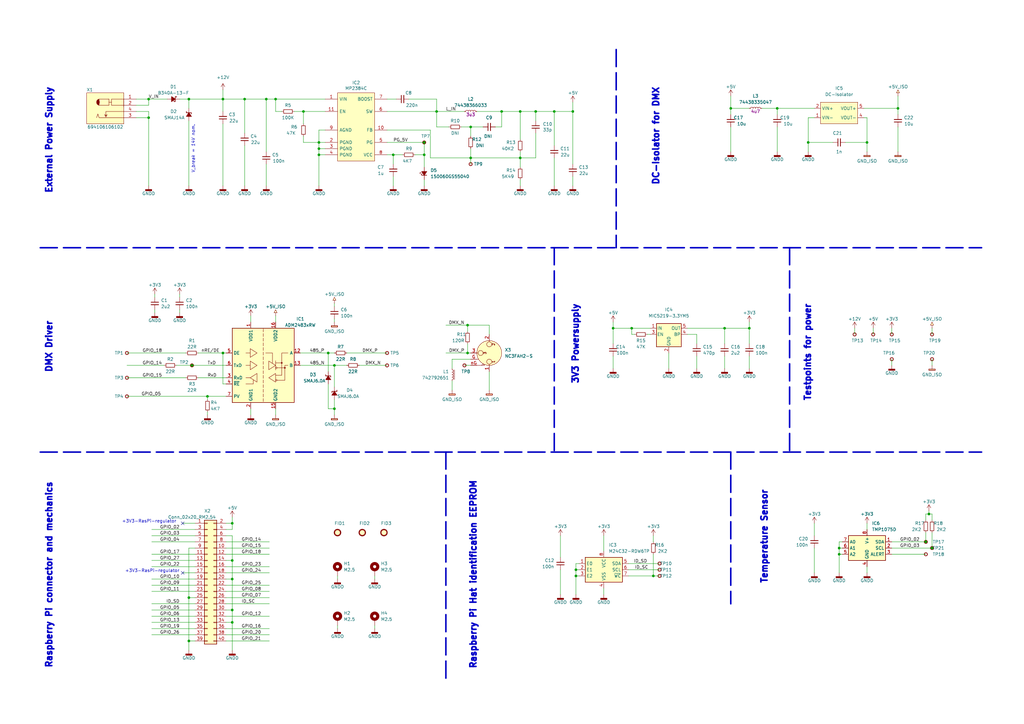
<source format=kicad_sch>
(kicad_sch (version 20211123) (generator eeschema)

  (uuid bb790031-c351-43d1-8c96-59237648d61f)

  (paper "A3")

  (title_block
    (title "DMX-Hat for Raspberry Pi")
    (date "2022-08-02")
    (rev "B00")
    (company "Technische Universität Kaiserslautern")
  )

  (lib_symbols
    (symbol "+5V_ISO_1" (power) (pin_names (offset 0)) (in_bom yes) (on_board yes)
      (property "Reference" "#PWR" (id 0) (at 0 -3.81 0)
        (effects (font (size 1.27 1.27)) hide)
      )
      (property "Value" "+5V_ISO_1" (id 1) (at 0 3.556 0)
        (effects (font (size 1.27 1.27)))
      )
      (property "Footprint" "" (id 2) (at 0 0 0)
        (effects (font (size 1.27 1.27)) hide)
      )
      (property "Datasheet" "" (id 3) (at 0 0 0)
        (effects (font (size 1.27 1.27)) hide)
      )
      (property "ki_keywords" "power-flag" (id 4) (at 0 0 0)
        (effects (font (size 1.27 1.27)) hide)
      )
      (property "ki_description" "Power symbol creates a global label with name \"+5V\"" (id 5) (at 0 0 0)
        (effects (font (size 1.27 1.27)) hide)
      )
      (symbol "+5V_ISO_1_0_1"
        (polyline
          (pts
            (xy 0 0)
            (xy 0 1.27)
          )
          (stroke (width 0) (type default) (color 0 0 0 0))
          (fill (type none))
        )
        (polyline
          (pts
            (xy -0.635 1.27)
            (xy 0 2.54)
            (xy 0.635 1.27)
            (xy -0.635 1.27)
          )
          (stroke (width 0) (type default) (color 0 0 0 0))
          (fill (type background))
        )
      )
      (symbol "+5V_ISO_1_1_1"
        (pin power_in line (at 0 0 90) (length 0) hide
          (name "+5V_ISO" (effects (font (size 1.27 1.27))))
          (number "1" (effects (font (size 1.27 1.27))))
        )
      )
    )
    (symbol "+5V_ISO_2" (power) (pin_names (offset 0)) (in_bom yes) (on_board yes)
      (property "Reference" "#PWR" (id 0) (at 0 -3.81 0)
        (effects (font (size 1.27 1.27)) hide)
      )
      (property "Value" "+5V_ISO_2" (id 1) (at 0 3.556 0)
        (effects (font (size 1.27 1.27)))
      )
      (property "Footprint" "" (id 2) (at 0 0 0)
        (effects (font (size 1.27 1.27)) hide)
      )
      (property "Datasheet" "" (id 3) (at 0 0 0)
        (effects (font (size 1.27 1.27)) hide)
      )
      (property "ki_keywords" "power-flag" (id 4) (at 0 0 0)
        (effects (font (size 1.27 1.27)) hide)
      )
      (property "ki_description" "Power symbol creates a global label with name \"+5V\"" (id 5) (at 0 0 0)
        (effects (font (size 1.27 1.27)) hide)
      )
      (symbol "+5V_ISO_2_0_1"
        (polyline
          (pts
            (xy 0 0)
            (xy 0 1.27)
          )
          (stroke (width 0) (type default) (color 0 0 0 0))
          (fill (type none))
        )
        (polyline
          (pts
            (xy -0.635 1.27)
            (xy 0 2.54)
            (xy 0.635 1.27)
            (xy -0.635 1.27)
          )
          (stroke (width 0) (type default) (color 0 0 0 0))
          (fill (type background))
        )
      )
      (symbol "+5V_ISO_2_1_1"
        (pin power_in line (at 0 0 90) (length 0) hide
          (name "+5V_ISO" (effects (font (size 1.27 1.27))))
          (number "1" (effects (font (size 1.27 1.27))))
        )
      )
    )
    (symbol "+5V_ISO_3" (power) (pin_names (offset 0)) (in_bom yes) (on_board yes)
      (property "Reference" "#PWR" (id 0) (at 0 -3.81 0)
        (effects (font (size 1.27 1.27)) hide)
      )
      (property "Value" "+5V_ISO_3" (id 1) (at 0 3.556 0)
        (effects (font (size 1.27 1.27)))
      )
      (property "Footprint" "" (id 2) (at 0 0 0)
        (effects (font (size 1.27 1.27)) hide)
      )
      (property "Datasheet" "" (id 3) (at 0 0 0)
        (effects (font (size 1.27 1.27)) hide)
      )
      (property "ki_keywords" "power-flag" (id 4) (at 0 0 0)
        (effects (font (size 1.27 1.27)) hide)
      )
      (property "ki_description" "Power symbol creates a global label with name \"+5V\"" (id 5) (at 0 0 0)
        (effects (font (size 1.27 1.27)) hide)
      )
      (symbol "+5V_ISO_3_0_1"
        (polyline
          (pts
            (xy 0 0)
            (xy 0 1.27)
          )
          (stroke (width 0) (type default) (color 0 0 0 0))
          (fill (type none))
        )
        (polyline
          (pts
            (xy -0.635 1.27)
            (xy 0 2.54)
            (xy 0.635 1.27)
            (xy -0.635 1.27)
          )
          (stroke (width 0) (type default) (color 0 0 0 0))
          (fill (type background))
        )
      )
      (symbol "+5V_ISO_3_1_1"
        (pin power_in line (at 0 0 90) (length 0) hide
          (name "+5V_ISO" (effects (font (size 1.27 1.27))))
          (number "1" (effects (font (size 1.27 1.27))))
        )
      )
    )
    (symbol "DMX-Hat:+12V" (power) (pin_names (offset 0)) (in_bom yes) (on_board yes)
      (property "Reference" "#PWR" (id 0) (at 0 -3.81 0)
        (effects (font (size 1.27 1.27)) hide)
      )
      (property "Value" "+12V" (id 1) (at 0 3.556 0)
        (effects (font (size 1.27 1.27)))
      )
      (property "Footprint" "" (id 2) (at 0 0 0)
        (effects (font (size 1.27 1.27)) hide)
      )
      (property "Datasheet" "" (id 3) (at 0 0 0)
        (effects (font (size 1.27 1.27)) hide)
      )
      (property "ki_keywords" "power-flag" (id 4) (at 0 0 0)
        (effects (font (size 1.27 1.27)) hide)
      )
      (property "ki_description" "Power symbol creates a global label with name \"+12V\"" (id 5) (at 0 0 0)
        (effects (font (size 1.27 1.27)) hide)
      )
      (symbol "+12V_0_1"
        (polyline
          (pts
            (xy -0.762 1.27)
            (xy 0 2.54)
          )
          (stroke (width 0) (type default) (color 0 0 0 0))
          (fill (type none))
        )
        (polyline
          (pts
            (xy 0 0)
            (xy 0 2.54)
          )
          (stroke (width 0) (type default) (color 0 0 0 0))
          (fill (type none))
        )
        (polyline
          (pts
            (xy 0 2.54)
            (xy 0.762 1.27)
          )
          (stroke (width 0) (type default) (color 0 0 0 0))
          (fill (type none))
        )
      )
      (symbol "+12V_1_1"
        (pin power_in line (at 0 0 90) (length 0) hide
          (name "+12V" (effects (font (size 1.27 1.27))))
          (number "1" (effects (font (size 1.27 1.27))))
        )
      )
    )
    (symbol "DMX-Hat:+3V3" (power) (pin_names (offset 0)) (in_bom yes) (on_board yes)
      (property "Reference" "#PWR" (id 0) (at 0 -3.81 0)
        (effects (font (size 1.27 1.27)) hide)
      )
      (property "Value" "+3V3" (id 1) (at 0 3.556 0)
        (effects (font (size 1.27 1.27)))
      )
      (property "Footprint" "" (id 2) (at 0 0 0)
        (effects (font (size 1.27 1.27)) hide)
      )
      (property "Datasheet" "" (id 3) (at 0 0 0)
        (effects (font (size 1.27 1.27)) hide)
      )
      (property "ki_keywords" "power-flag" (id 4) (at 0 0 0)
        (effects (font (size 1.27 1.27)) hide)
      )
      (property "ki_description" "Power symbol creates a global label with name \"+3V3\"" (id 5) (at 0 0 0)
        (effects (font (size 1.27 1.27)) hide)
      )
      (symbol "+3V3_0_1"
        (polyline
          (pts
            (xy -0.762 1.27)
            (xy 0 2.54)
          )
          (stroke (width 0) (type default) (color 0 0 0 0))
          (fill (type none))
        )
        (polyline
          (pts
            (xy 0 0)
            (xy 0 2.54)
          )
          (stroke (width 0) (type default) (color 0 0 0 0))
          (fill (type none))
        )
        (polyline
          (pts
            (xy 0 2.54)
            (xy 0.762 1.27)
          )
          (stroke (width 0) (type default) (color 0 0 0 0))
          (fill (type none))
        )
      )
      (symbol "+3V3_1_1"
        (pin power_in line (at 0 0 90) (length 0) hide
          (name "+3V3" (effects (font (size 1.27 1.27))))
          (number "1" (effects (font (size 1.27 1.27))))
        )
      )
    )
    (symbol "DMX-Hat:+5V" (power) (pin_names (offset 0)) (in_bom yes) (on_board yes)
      (property "Reference" "#PWR" (id 0) (at 0 -3.81 0)
        (effects (font (size 1.27 1.27)) hide)
      )
      (property "Value" "+5V" (id 1) (at 0 3.556 0)
        (effects (font (size 1.27 1.27)))
      )
      (property "Footprint" "" (id 2) (at 0 0 0)
        (effects (font (size 1.27 1.27)) hide)
      )
      (property "Datasheet" "" (id 3) (at 0 0 0)
        (effects (font (size 1.27 1.27)) hide)
      )
      (property "ki_keywords" "power-flag" (id 4) (at 0 0 0)
        (effects (font (size 1.27 1.27)) hide)
      )
      (property "ki_description" "Power symbol creates a global label with name \"+5V\"" (id 5) (at 0 0 0)
        (effects (font (size 1.27 1.27)) hide)
      )
      (symbol "+5V_0_1"
        (polyline
          (pts
            (xy -0.762 1.27)
            (xy 0 2.54)
          )
          (stroke (width 0) (type default) (color 0 0 0 0))
          (fill (type none))
        )
        (polyline
          (pts
            (xy 0 0)
            (xy 0 2.54)
          )
          (stroke (width 0) (type default) (color 0 0 0 0))
          (fill (type none))
        )
        (polyline
          (pts
            (xy 0 2.54)
            (xy 0.762 1.27)
          )
          (stroke (width 0) (type default) (color 0 0 0 0))
          (fill (type none))
        )
      )
      (symbol "+5V_1_1"
        (pin power_in line (at 0 0 90) (length 0) hide
          (name "+5V" (effects (font (size 1.27 1.27))))
          (number "1" (effects (font (size 1.27 1.27))))
        )
      )
    )
    (symbol "DMX-Hat:+5V_ISO" (power) (pin_names (offset 0)) (in_bom yes) (on_board yes)
      (property "Reference" "#PWR" (id 0) (at 0 -3.81 0)
        (effects (font (size 1.27 1.27)) hide)
      )
      (property "Value" "+5V_ISO" (id 1) (at 0 3.556 0)
        (effects (font (size 1.27 1.27)))
      )
      (property "Footprint" "" (id 2) (at 0 0 0)
        (effects (font (size 1.27 1.27)) hide)
      )
      (property "Datasheet" "" (id 3) (at 0 0 0)
        (effects (font (size 1.27 1.27)) hide)
      )
      (property "ki_keywords" "power-flag" (id 4) (at 0 0 0)
        (effects (font (size 1.27 1.27)) hide)
      )
      (property "ki_description" "Power symbol creates a global label with name \"+5V\"" (id 5) (at 0 0 0)
        (effects (font (size 1.27 1.27)) hide)
      )
      (symbol "+5V_ISO_0_1"
        (polyline
          (pts
            (xy 0 0)
            (xy 0 1.27)
          )
          (stroke (width 0) (type default) (color 0 0 0 0))
          (fill (type none))
        )
        (polyline
          (pts
            (xy -0.635 1.27)
            (xy 0 2.54)
            (xy 0.635 1.27)
            (xy -0.635 1.27)
          )
          (stroke (width 0) (type default) (color 0 0 0 0))
          (fill (type background))
        )
      )
      (symbol "+5V_ISO_1_1"
        (pin power_in line (at 0 0 90) (length 0) hide
          (name "+5V_ISO" (effects (font (size 1.27 1.27))))
          (number "1" (effects (font (size 1.27 1.27))))
        )
      )
    )
    (symbol "DMX-Hat:694106106102" (pin_names (offset 0.762) hide) (in_bom yes) (on_board yes)
      (property "Reference" "X" (id 0) (at 0 3.81 0)
        (effects (font (size 1.27 1.27)) (justify left))
      )
      (property "Value" "694106106102" (id 1) (at 0 -11.43 0)
        (effects (font (size 1.27 1.27)) (justify left))
      )
      (property "Footprint" "JU_LIB:WE-694106106102" (id 2) (at 0 -13.97 0)
        (effects (font (size 1.27 1.27)) (justify left) hide)
      )
      (property "Datasheet" "https://www.we-online.de/katalog/datasheet/694106106102.pdf" (id 3) (at 13.97 0 0)
        (effects (font (size 1.27 1.27)) (justify left) hide)
      )
      (property "Description" "DC Power Connectors WR-DC PwrJk CtrPnSMT RtAngld W/4 Sldg Pad" (id 4) (at 0 -16.51 0)
        (effects (font (size 1.27 1.27)) (justify left) hide)
      )
      (property "Manufacturer" "Wuerth Elektronik GmbH" (id 5) (at 0 -19.05 0)
        (effects (font (size 1.27 1.27)) (justify left) hide)
      )
      (property "PartNumber" "694106106102" (id 6) (at 0 -21.59 0)
        (effects (font (size 1.27 1.27)) (justify left) hide)
      )
      (property "ki_description" "DC Power Connectors WR-DC PwrJk CtrPnSMT RtAngld W/4 Sldg Pad" (id 7) (at 0 0 0)
        (effects (font (size 1.27 1.27)) hide)
      )
      (symbol "694106106102_0_0"
        (pin passive line (at 20.32 0 180) (length 5.08)
          (name "1_1" (effects (font (size 1.27 1.27))))
          (number "1" (effects (font (size 1.27 1.27))))
        )
        (pin passive line (at 20.32 -2.54 180) (length 5.08)
          (name "1_2" (effects (font (size 1.27 1.27))))
          (number "2" (effects (font (size 1.27 1.27))))
        )
        (pin passive line (at 20.32 -7.62 180) (length 5.08)
          (name "2" (effects (font (size 1.27 1.27))))
          (number "3" (effects (font (size 1.27 1.27))))
        )
        (pin passive line (at 20.32 -5.08 180) (length 5.08)
          (name "3" (effects (font (size 1.27 1.27))))
          (number "4" (effects (font (size 1.27 1.27))))
        )
      )
      (symbol "694106106102_0_1"
        (polyline
          (pts
            (xy 4.064 -7.62)
            (xy 4.064 -7.62)
          )
          (stroke (width 0) (type default) (color 0 0 0 0))
          (fill (type none))
        )
        (polyline
          (pts
            (xy 5.08 -2.54)
            (xy 9.144 -2.54)
          )
          (stroke (width 0) (type default) (color 0 0 0 0))
          (fill (type outline))
        )
        (polyline
          (pts
            (xy 7.874 -6.858)
            (xy 7.366 -6.35)
          )
          (stroke (width 0) (type default) (color 0 0 0 0))
          (fill (type none))
        )
        (polyline
          (pts
            (xy 8.89 0)
            (xy 5.08 0)
          )
          (stroke (width 0) (type default) (color 0 0 0 0))
          (fill (type outline))
        )
        (polyline
          (pts
            (xy 9.144 0)
            (xy 8.89 0)
          )
          (stroke (width 0) (type default) (color 0 0 0 0))
          (fill (type none))
        )
        (polyline
          (pts
            (xy 9.144 0)
            (xy 9.144 -2.54)
          )
          (stroke (width 0) (type default) (color 0 0 0 0))
          (fill (type outline))
        )
        (polyline
          (pts
            (xy 10.16 -1.27)
            (xy 9.144 -1.27)
          )
          (stroke (width 0) (type default) (color 0 0 0 0))
          (fill (type none))
        )
        (polyline
          (pts
            (xy 15.24 0)
            (xy 15.24 -3.175)
          )
          (stroke (width 0) (type default) (color 0 0 0 0))
          (fill (type none))
        )
        (polyline
          (pts
            (xy 15.24 -7.62)
            (xy 5.08 -7.62)
            (xy 4.572 -6.096)
            (xy 4.064 -7.62)
          )
          (stroke (width 0) (type default) (color 0 0 0 0))
          (fill (type none))
        )
        (polyline
          (pts
            (xy 15.24 0)
            (xy 10.16 0)
            (xy 10.16 -2.54)
            (xy 15.24 -2.54)
          )
          (stroke (width 0) (type default) (color 0 0 0 0))
          (fill (type none))
        )
        (polyline
          (pts
            (xy 0 2.54)
            (xy 15.24 2.54)
            (xy 15.24 -10.16)
            (xy 0 -10.16)
            (xy 0 2.54)
          )
          (stroke (width 0.1524) (type default) (color 0 0 0 0))
          (fill (type background))
        )
        (polyline
          (pts
            (xy 15.24 -5.08)
            (xy 7.874 -5.08)
            (xy 7.874 -6.858)
            (xy 8.382 -6.35)
            (xy 7.874 -7.366)
            (xy 7.366 -6.35)
          )
          (stroke (width 0) (type default) (color 0 0 0 0))
          (fill (type none))
        )
        (arc (start 5.08 0) (mid 4.0388 -1.27) (end 5.08 -2.54)
          (stroke (width 0) (type default) (color 0 0 0 0))
          (fill (type outline))
        )
      )
    )
    (symbol "DMX-Hat:ADM2483xRW" (in_bom yes) (on_board yes)
      (property "Reference" "IC" (id 0) (at -12.7 16.51 0)
        (effects (font (size 1.27 1.27)))
      )
      (property "Value" "ADM2483xRW" (id 1) (at 6.35 16.51 0)
        (effects (font (size 1.27 1.27)) (justify left))
      )
      (property "Footprint" "Package_SO:SOIC-16W_7.5x10.3mm_P1.27mm" (id 2) (at 0 -17.78 0)
        (effects (font (size 1.27 1.27)) hide)
      )
      (property "Datasheet" "https://www.analog.com/media/en/technical-documentation/data-sheets/adm2483.pdf" (id 3) (at -19.05 1.27 0)
        (effects (font (size 1.27 1.27)) hide)
      )
      (property "ki_keywords" "rs-485 rs-422 eia485 eia-485 eia422 eia-422 serial differential" (id 4) (at 0 0 0)
        (effects (font (size 1.27 1.27)) hide)
      )
      (property "ki_description" "Isolated RS485/RS422 Transceiver, Half-Duplex, 500kbps, SOIC-16W" (id 5) (at 0 0 0)
        (effects (font (size 1.27 1.27)) hide)
      )
      (property "ki_fp_filters" "SOIC*7.5x10.3mm*P1.27mm*" (id 6) (at 0 0 0)
        (effects (font (size 1.27 1.27)) hide)
      )
      (symbol "ADM2483xRW_0_0"
        (polyline
          (pts
            (xy 0 -13.589)
            (xy 0 -14.859)
          )
          (stroke (width 0) (type default) (color 0 0 0 0))
          (fill (type none))
        )
        (polyline
          (pts
            (xy 0 -11.684)
            (xy 0 -12.954)
          )
          (stroke (width 0) (type default) (color 0 0 0 0))
          (fill (type none))
        )
        (polyline
          (pts
            (xy 0 -9.779)
            (xy 0 -11.049)
          )
          (stroke (width 0) (type default) (color 0 0 0 0))
          (fill (type none))
        )
        (polyline
          (pts
            (xy 0 -7.874)
            (xy 0 -9.144)
          )
          (stroke (width 0) (type default) (color 0 0 0 0))
          (fill (type none))
        )
        (polyline
          (pts
            (xy 0 -5.969)
            (xy 0 -7.239)
          )
          (stroke (width 0) (type default) (color 0 0 0 0))
          (fill (type none))
        )
        (polyline
          (pts
            (xy 0 -4.064)
            (xy 0 -5.334)
          )
          (stroke (width 0) (type default) (color 0 0 0 0))
          (fill (type none))
        )
        (polyline
          (pts
            (xy 0 -2.159)
            (xy 0 -3.429)
          )
          (stroke (width 0) (type default) (color 0 0 0 0))
          (fill (type none))
        )
        (polyline
          (pts
            (xy 0 -0.254)
            (xy 0 -1.524)
          )
          (stroke (width 0) (type default) (color 0 0 0 0))
          (fill (type none))
        )
        (polyline
          (pts
            (xy 0 1.651)
            (xy 0 0.381)
          )
          (stroke (width 0) (type default) (color 0 0 0 0))
          (fill (type none))
        )
        (polyline
          (pts
            (xy 0 3.556)
            (xy 0 2.286)
          )
          (stroke (width 0) (type default) (color 0 0 0 0))
          (fill (type none))
        )
        (polyline
          (pts
            (xy 0 5.461)
            (xy 0 4.191)
          )
          (stroke (width 0) (type default) (color 0 0 0 0))
          (fill (type none))
        )
        (polyline
          (pts
            (xy 0 7.366)
            (xy 0 6.096)
          )
          (stroke (width 0) (type default) (color 0 0 0 0))
          (fill (type none))
        )
        (polyline
          (pts
            (xy 0 9.271)
            (xy 0 8.001)
          )
          (stroke (width 0) (type default) (color 0 0 0 0))
          (fill (type none))
        )
        (polyline
          (pts
            (xy 0 11.176)
            (xy 0 9.906)
          )
          (stroke (width 0) (type default) (color 0 0 0 0))
          (fill (type none))
        )
        (polyline
          (pts
            (xy 0 13.081)
            (xy 0 11.811)
          )
          (stroke (width 0) (type default) (color 0 0 0 0))
          (fill (type none))
        )
        (polyline
          (pts
            (xy 0 14.986)
            (xy 0 13.716)
          )
          (stroke (width 0) (type default) (color 0 0 0 0))
          (fill (type none))
        )
      )
      (symbol "ADM2483xRW_0_1"
        (rectangle (start -12.7 15.24) (end 12.7 -15.24)
          (stroke (width 0.254) (type default) (color 0 0 0 0))
          (fill (type background))
        )
        (polyline
          (pts
            (xy -5.334 -5.08)
            (xy -7.112 -5.08)
          )
          (stroke (width 0) (type default) (color 0 0 0 0))
          (fill (type none))
        )
        (polyline
          (pts
            (xy -5.334 0)
            (xy -7.112 0)
          )
          (stroke (width 0) (type default) (color 0 0 0 0))
          (fill (type none))
        )
        (polyline
          (pts
            (xy -5.334 5.08)
            (xy -7.112 5.08)
          )
          (stroke (width 0) (type default) (color 0 0 0 0))
          (fill (type none))
        )
        (polyline
          (pts
            (xy 5.08 1.016)
            (xy 7.62 1.016)
          )
          (stroke (width 0) (type default) (color 0 0 0 0))
          (fill (type none))
        )
        (polyline
          (pts
            (xy 5.08 1.905)
            (xy 5.08 -1.905)
          )
          (stroke (width 0) (type default) (color 0 0 0 0))
          (fill (type none))
        )
        (polyline
          (pts
            (xy 5.715 -1.016)
            (xy 8.89 -1.016)
          )
          (stroke (width 0) (type default) (color 0 0 0 0))
          (fill (type none))
        )
        (polyline
          (pts
            (xy -7.112 -7.62)
            (xy -4.064 -7.62)
            (xy -4.064 -5.969)
          )
          (stroke (width 0) (type default) (color 0 0 0 0))
          (fill (type none))
        )
        (polyline
          (pts
            (xy 1.016 5.08)
            (xy 3.81 5.08)
            (xy 3.81 0.889)
          )
          (stroke (width 0) (type default) (color 0 0 0 0))
          (fill (type none))
        )
        (polyline
          (pts
            (xy -5.334 -5.08)
            (xy -2.54 -3.302)
            (xy -2.54 -6.858)
            (xy -5.334 -5.08)
          )
          (stroke (width 0) (type default) (color 0 0 0 0))
          (fill (type none))
        )
        (polyline
          (pts
            (xy -2.54 0)
            (xy -5.334 1.778)
            (xy -5.334 -1.778)
            (xy -2.54 0)
          )
          (stroke (width 0) (type default) (color 0 0 0 0))
          (fill (type none))
        )
        (polyline
          (pts
            (xy -2.54 5.08)
            (xy -5.334 6.858)
            (xy -5.334 3.302)
            (xy -2.54 5.08)
          )
          (stroke (width 0) (type default) (color 0 0 0 0))
          (fill (type none))
        )
        (polyline
          (pts
            (xy 2.286 -5.08)
            (xy 5.08 -3.302)
            (xy 5.08 -6.858)
            (xy 2.286 -5.08)
          )
          (stroke (width 0) (type default) (color 0 0 0 0))
          (fill (type none))
        )
        (polyline
          (pts
            (xy 5.08 -4.064)
            (xy 7.62 -4.064)
            (xy 7.62 5.08)
            (xy 10.16 5.08)
          )
          (stroke (width 0) (type default) (color 0 0 0 0))
          (fill (type none))
        )
        (polyline
          (pts
            (xy 5.08 0)
            (xy 2.286 1.778)
            (xy 2.286 -1.778)
            (xy 5.08 0)
          )
          (stroke (width 0) (type default) (color 0 0 0 0))
          (fill (type none))
        )
        (polyline
          (pts
            (xy 5.715 -6.096)
            (xy 8.89 -6.096)
            (xy 8.89 0)
            (xy 10.16 0)
          )
          (stroke (width 0) (type default) (color 0 0 0 0))
          (fill (type none))
        )
        (circle (center 5.3848 -6.0706) (radius 0.3048)
          (stroke (width 0) (type default) (color 0 0 0 0))
          (fill (type none))
        )
        (circle (center 5.3848 -0.9906) (radius 0.3048)
          (stroke (width 0) (type default) (color 0 0 0 0))
          (fill (type none))
        )
        (circle (center 7.62 1.016) (radius 0.254)
          (stroke (width 0) (type default) (color 0 0 0 0))
          (fill (type outline))
        )
        (circle (center 8.89 -1.016) (radius 0.254)
          (stroke (width 0) (type default) (color 0 0 0 0))
          (fill (type outline))
        )
      )
      (symbol "ADM2483xRW_1_1"
        (pin power_in line (at -5.08 17.78 270) (length 2.54)
          (name "VDD1" (effects (font (size 1.27 1.27))))
          (number "1" (effects (font (size 1.27 1.27))))
        )
        (pin no_connect line (at 7.62 -15.24 90) (length 2.54) hide
          (name "NC" (effects (font (size 1.27 1.27))))
          (number "10" (effects (font (size 1.27 1.27))))
        )
        (pin no_connect line (at 12.7 -7.62 180) (length 2.54) hide
          (name "NC" (effects (font (size 1.27 1.27))))
          (number "11" (effects (font (size 1.27 1.27))))
        )
        (pin bidirectional line (at 15.24 5.08 180) (length 2.54)
          (name "A" (effects (font (size 1.27 1.27))))
          (number "12" (effects (font (size 1.27 1.27))))
        )
        (pin bidirectional line (at 15.24 0 180) (length 2.54)
          (name "B" (effects (font (size 1.27 1.27))))
          (number "13" (effects (font (size 1.27 1.27))))
        )
        (pin no_connect line (at 12.7 7.62 180) (length 2.54) hide
          (name "NC" (effects (font (size 1.27 1.27))))
          (number "14" (effects (font (size 1.27 1.27))))
        )
        (pin power_in line (at 5.08 -17.78 90) (length 2.54)
          (name "GND2" (effects (font (size 1.27 1.27))))
          (number "15" (effects (font (size 1.27 1.27))))
        )
        (pin power_in line (at 5.08 17.78 270) (length 2.54)
          (name "VDD2" (effects (font (size 1.27 1.27))))
          (number "16" (effects (font (size 1.27 1.27))))
        )
        (pin power_in line (at -5.08 -17.78 90) (length 2.54)
          (name "GND1" (effects (font (size 1.27 1.27))))
          (number "2" (effects (font (size 1.27 1.27))))
        )
        (pin output line (at -15.24 -5.08 0) (length 2.54)
          (name "RxD" (effects (font (size 1.27 1.27))))
          (number "3" (effects (font (size 1.27 1.27))))
        )
        (pin input line (at -15.24 -7.62 0) (length 2.54)
          (name "~{RE}" (effects (font (size 1.27 1.27))))
          (number "4" (effects (font (size 1.27 1.27))))
        )
        (pin input line (at -15.24 5.08 0) (length 2.54)
          (name "DE" (effects (font (size 1.27 1.27))))
          (number "5" (effects (font (size 1.27 1.27))))
        )
        (pin input line (at -15.24 0 0) (length 2.54)
          (name "TxD" (effects (font (size 1.27 1.27))))
          (number "6" (effects (font (size 1.27 1.27))))
        )
        (pin input line (at -15.24 -12.7 0) (length 2.54)
          (name "PV" (effects (font (size 1.27 1.27))))
          (number "7" (effects (font (size 1.27 1.27))))
        )
        (pin passive line (at -5.08 -17.78 90) (length 2.54) hide
          (name "GND1" (effects (font (size 1.27 1.27))))
          (number "8" (effects (font (size 1.27 1.27))))
        )
        (pin passive line (at 5.08 -17.78 90) (length 2.54) hide
          (name "GND2" (effects (font (size 1.27 1.27))))
          (number "9" (effects (font (size 1.27 1.27))))
        )
      )
    )
    (symbol "DMX-Hat:C_Small" (pin_numbers hide) (pin_names (offset 0.254) hide) (in_bom yes) (on_board yes)
      (property "Reference" "C" (id 0) (at 0.254 1.778 0)
        (effects (font (size 1.27 1.27)) (justify left))
      )
      (property "Value" "C_Small" (id 1) (at 0.254 -2.032 0)
        (effects (font (size 1.27 1.27)) (justify left))
      )
      (property "Footprint" "" (id 2) (at 0 0 0)
        (effects (font (size 1.27 1.27)) hide)
      )
      (property "Datasheet" "~" (id 3) (at 0 0 0)
        (effects (font (size 1.27 1.27)) hide)
      )
      (property "ki_keywords" "capacitor cap" (id 4) (at 0 0 0)
        (effects (font (size 1.27 1.27)) hide)
      )
      (property "ki_description" "Unpolarized capacitor, small symbol" (id 5) (at 0 0 0)
        (effects (font (size 1.27 1.27)) hide)
      )
      (property "ki_fp_filters" "C_*" (id 6) (at 0 0 0)
        (effects (font (size 1.27 1.27)) hide)
      )
      (symbol "C_Small_0_1"
        (polyline
          (pts
            (xy -1.524 -0.508)
            (xy 1.524 -0.508)
          )
          (stroke (width 0.3302) (type default) (color 0 0 0 0))
          (fill (type none))
        )
        (polyline
          (pts
            (xy -1.524 0.508)
            (xy 1.524 0.508)
          )
          (stroke (width 0.3048) (type default) (color 0 0 0 0))
          (fill (type none))
        )
      )
      (symbol "C_Small_1_1"
        (pin passive line (at 0 2.54 270) (length 2.032)
          (name "~" (effects (font (size 1.27 1.27))))
          (number "1" (effects (font (size 1.27 1.27))))
        )
        (pin passive line (at 0 -2.54 90) (length 2.032)
          (name "~" (effects (font (size 1.27 1.27))))
          (number "2" (effects (font (size 1.27 1.27))))
        )
      )
    )
    (symbol "DMX-Hat:Conn_02x20_Odd_Even" (pin_names (offset 1.016) hide) (in_bom yes) (on_board yes)
      (property "Reference" "X" (id 0) (at 1.27 25.4 0)
        (effects (font (size 1.27 1.27)))
      )
      (property "Value" "Conn_02x20_Odd_Even" (id 1) (at 1.27 -27.94 0)
        (effects (font (size 1.27 1.27)))
      )
      (property "Footprint" "" (id 2) (at 0 0 0)
        (effects (font (size 1.27 1.27)) hide)
      )
      (property "Datasheet" "~" (id 3) (at 0 0 0)
        (effects (font (size 1.27 1.27)) hide)
      )
      (property "ki_keywords" "connector" (id 4) (at 0 0 0)
        (effects (font (size 1.27 1.27)) hide)
      )
      (property "ki_description" "Generic connector, double row, 02x20, odd/even pin numbering scheme (row 1 odd numbers, row 2 even numbers), script generated (kicad-library-utils/schlib/autogen/connector/)" (id 5) (at 0 0 0)
        (effects (font (size 1.27 1.27)) hide)
      )
      (property "ki_fp_filters" "Connector*:*_2x??_*" (id 6) (at 0 0 0)
        (effects (font (size 1.27 1.27)) hide)
      )
      (symbol "Conn_02x20_Odd_Even_1_1"
        (rectangle (start -1.27 -25.273) (end 0 -25.527)
          (stroke (width 0.1524) (type default) (color 0 0 0 0))
          (fill (type none))
        )
        (rectangle (start -1.27 -22.733) (end 0 -22.987)
          (stroke (width 0.1524) (type default) (color 0 0 0 0))
          (fill (type none))
        )
        (rectangle (start -1.27 -20.193) (end 0 -20.447)
          (stroke (width 0.1524) (type default) (color 0 0 0 0))
          (fill (type none))
        )
        (rectangle (start -1.27 -17.653) (end 0 -17.907)
          (stroke (width 0.1524) (type default) (color 0 0 0 0))
          (fill (type none))
        )
        (rectangle (start -1.27 -15.113) (end 0 -15.367)
          (stroke (width 0.1524) (type default) (color 0 0 0 0))
          (fill (type none))
        )
        (rectangle (start -1.27 -12.573) (end 0 -12.827)
          (stroke (width 0.1524) (type default) (color 0 0 0 0))
          (fill (type none))
        )
        (rectangle (start -1.27 -10.033) (end 0 -10.287)
          (stroke (width 0.1524) (type default) (color 0 0 0 0))
          (fill (type none))
        )
        (rectangle (start -1.27 -7.493) (end 0 -7.747)
          (stroke (width 0.1524) (type default) (color 0 0 0 0))
          (fill (type none))
        )
        (rectangle (start -1.27 -4.953) (end 0 -5.207)
          (stroke (width 0.1524) (type default) (color 0 0 0 0))
          (fill (type none))
        )
        (rectangle (start -1.27 -2.413) (end 0 -2.667)
          (stroke (width 0.1524) (type default) (color 0 0 0 0))
          (fill (type none))
        )
        (rectangle (start -1.27 0.127) (end 0 -0.127)
          (stroke (width 0.1524) (type default) (color 0 0 0 0))
          (fill (type none))
        )
        (rectangle (start -1.27 2.667) (end 0 2.413)
          (stroke (width 0.1524) (type default) (color 0 0 0 0))
          (fill (type none))
        )
        (rectangle (start -1.27 5.207) (end 0 4.953)
          (stroke (width 0.1524) (type default) (color 0 0 0 0))
          (fill (type none))
        )
        (rectangle (start -1.27 7.747) (end 0 7.493)
          (stroke (width 0.1524) (type default) (color 0 0 0 0))
          (fill (type none))
        )
        (rectangle (start -1.27 10.287) (end 0 10.033)
          (stroke (width 0.1524) (type default) (color 0 0 0 0))
          (fill (type none))
        )
        (rectangle (start -1.27 12.827) (end 0 12.573)
          (stroke (width 0.1524) (type default) (color 0 0 0 0))
          (fill (type none))
        )
        (rectangle (start -1.27 15.367) (end 0 15.113)
          (stroke (width 0.1524) (type default) (color 0 0 0 0))
          (fill (type none))
        )
        (rectangle (start -1.27 17.907) (end 0 17.653)
          (stroke (width 0.1524) (type default) (color 0 0 0 0))
          (fill (type none))
        )
        (rectangle (start -1.27 20.447) (end 0 20.193)
          (stroke (width 0.1524) (type default) (color 0 0 0 0))
          (fill (type none))
        )
        (rectangle (start -1.27 22.987) (end 0 22.733)
          (stroke (width 0.1524) (type default) (color 0 0 0 0))
          (fill (type none))
        )
        (rectangle (start -1.27 24.13) (end 3.81 -26.67)
          (stroke (width 0.254) (type default) (color 0 0 0 0))
          (fill (type background))
        )
        (rectangle (start 3.81 -25.273) (end 2.54 -25.527)
          (stroke (width 0.1524) (type default) (color 0 0 0 0))
          (fill (type none))
        )
        (rectangle (start 3.81 -22.733) (end 2.54 -22.987)
          (stroke (width 0.1524) (type default) (color 0 0 0 0))
          (fill (type none))
        )
        (rectangle (start 3.81 -20.193) (end 2.54 -20.447)
          (stroke (width 0.1524) (type default) (color 0 0 0 0))
          (fill (type none))
        )
        (rectangle (start 3.81 -17.653) (end 2.54 -17.907)
          (stroke (width 0.1524) (type default) (color 0 0 0 0))
          (fill (type none))
        )
        (rectangle (start 3.81 -15.113) (end 2.54 -15.367)
          (stroke (width 0.1524) (type default) (color 0 0 0 0))
          (fill (type none))
        )
        (rectangle (start 3.81 -12.573) (end 2.54 -12.827)
          (stroke (width 0.1524) (type default) (color 0 0 0 0))
          (fill (type none))
        )
        (rectangle (start 3.81 -10.033) (end 2.54 -10.287)
          (stroke (width 0.1524) (type default) (color 0 0 0 0))
          (fill (type none))
        )
        (rectangle (start 3.81 -7.493) (end 2.54 -7.747)
          (stroke (width 0.1524) (type default) (color 0 0 0 0))
          (fill (type none))
        )
        (rectangle (start 3.81 -4.953) (end 2.54 -5.207)
          (stroke (width 0.1524) (type default) (color 0 0 0 0))
          (fill (type none))
        )
        (rectangle (start 3.81 -2.413) (end 2.54 -2.667)
          (stroke (width 0.1524) (type default) (color 0 0 0 0))
          (fill (type none))
        )
        (rectangle (start 3.81 0.127) (end 2.54 -0.127)
          (stroke (width 0.1524) (type default) (color 0 0 0 0))
          (fill (type none))
        )
        (rectangle (start 3.81 2.667) (end 2.54 2.413)
          (stroke (width 0.1524) (type default) (color 0 0 0 0))
          (fill (type none))
        )
        (rectangle (start 3.81 5.207) (end 2.54 4.953)
          (stroke (width 0.1524) (type default) (color 0 0 0 0))
          (fill (type none))
        )
        (rectangle (start 3.81 7.747) (end 2.54 7.493)
          (stroke (width 0.1524) (type default) (color 0 0 0 0))
          (fill (type none))
        )
        (rectangle (start 3.81 10.287) (end 2.54 10.033)
          (stroke (width 0.1524) (type default) (color 0 0 0 0))
          (fill (type none))
        )
        (rectangle (start 3.81 12.827) (end 2.54 12.573)
          (stroke (width 0.1524) (type default) (color 0 0 0 0))
          (fill (type none))
        )
        (rectangle (start 3.81 15.367) (end 2.54 15.113)
          (stroke (width 0.1524) (type default) (color 0 0 0 0))
          (fill (type none))
        )
        (rectangle (start 3.81 17.907) (end 2.54 17.653)
          (stroke (width 0.1524) (type default) (color 0 0 0 0))
          (fill (type none))
        )
        (rectangle (start 3.81 20.447) (end 2.54 20.193)
          (stroke (width 0.1524) (type default) (color 0 0 0 0))
          (fill (type none))
        )
        (rectangle (start 3.81 22.987) (end 2.54 22.733)
          (stroke (width 0.1524) (type default) (color 0 0 0 0))
          (fill (type none))
        )
        (pin passive line (at -5.08 22.86 0) (length 3.81)
          (name "Pin_1" (effects (font (size 1.27 1.27))))
          (number "1" (effects (font (size 1.27 1.27))))
        )
        (pin passive line (at 7.62 12.7 180) (length 3.81)
          (name "Pin_10" (effects (font (size 1.27 1.27))))
          (number "10" (effects (font (size 1.27 1.27))))
        )
        (pin passive line (at -5.08 10.16 0) (length 3.81)
          (name "Pin_11" (effects (font (size 1.27 1.27))))
          (number "11" (effects (font (size 1.27 1.27))))
        )
        (pin passive line (at 7.62 10.16 180) (length 3.81)
          (name "Pin_12" (effects (font (size 1.27 1.27))))
          (number "12" (effects (font (size 1.27 1.27))))
        )
        (pin passive line (at -5.08 7.62 0) (length 3.81)
          (name "Pin_13" (effects (font (size 1.27 1.27))))
          (number "13" (effects (font (size 1.27 1.27))))
        )
        (pin passive line (at 7.62 7.62 180) (length 3.81)
          (name "Pin_14" (effects (font (size 1.27 1.27))))
          (number "14" (effects (font (size 1.27 1.27))))
        )
        (pin passive line (at -5.08 5.08 0) (length 3.81)
          (name "Pin_15" (effects (font (size 1.27 1.27))))
          (number "15" (effects (font (size 1.27 1.27))))
        )
        (pin passive line (at 7.62 5.08 180) (length 3.81)
          (name "Pin_16" (effects (font (size 1.27 1.27))))
          (number "16" (effects (font (size 1.27 1.27))))
        )
        (pin passive line (at -5.08 2.54 0) (length 3.81)
          (name "Pin_17" (effects (font (size 1.27 1.27))))
          (number "17" (effects (font (size 1.27 1.27))))
        )
        (pin passive line (at 7.62 2.54 180) (length 3.81)
          (name "Pin_18" (effects (font (size 1.27 1.27))))
          (number "18" (effects (font (size 1.27 1.27))))
        )
        (pin passive line (at -5.08 0 0) (length 3.81)
          (name "Pin_19" (effects (font (size 1.27 1.27))))
          (number "19" (effects (font (size 1.27 1.27))))
        )
        (pin passive line (at 7.62 22.86 180) (length 3.81)
          (name "Pin_2" (effects (font (size 1.27 1.27))))
          (number "2" (effects (font (size 1.27 1.27))))
        )
        (pin passive line (at 7.62 0 180) (length 3.81)
          (name "Pin_20" (effects (font (size 1.27 1.27))))
          (number "20" (effects (font (size 1.27 1.27))))
        )
        (pin passive line (at -5.08 -2.54 0) (length 3.81)
          (name "Pin_21" (effects (font (size 1.27 1.27))))
          (number "21" (effects (font (size 1.27 1.27))))
        )
        (pin passive line (at 7.62 -2.54 180) (length 3.81)
          (name "Pin_22" (effects (font (size 1.27 1.27))))
          (number "22" (effects (font (size 1.27 1.27))))
        )
        (pin passive line (at -5.08 -5.08 0) (length 3.81)
          (name "Pin_23" (effects (font (size 1.27 1.27))))
          (number "23" (effects (font (size 1.27 1.27))))
        )
        (pin passive line (at 7.62 -5.08 180) (length 3.81)
          (name "Pin_24" (effects (font (size 1.27 1.27))))
          (number "24" (effects (font (size 1.27 1.27))))
        )
        (pin passive line (at -5.08 -7.62 0) (length 3.81)
          (name "Pin_25" (effects (font (size 1.27 1.27))))
          (number "25" (effects (font (size 1.27 1.27))))
        )
        (pin passive line (at 7.62 -7.62 180) (length 3.81)
          (name "Pin_26" (effects (font (size 1.27 1.27))))
          (number "26" (effects (font (size 1.27 1.27))))
        )
        (pin passive line (at -5.08 -10.16 0) (length 3.81)
          (name "Pin_27" (effects (font (size 1.27 1.27))))
          (number "27" (effects (font (size 1.27 1.27))))
        )
        (pin passive line (at 7.62 -10.16 180) (length 3.81)
          (name "Pin_28" (effects (font (size 1.27 1.27))))
          (number "28" (effects (font (size 1.27 1.27))))
        )
        (pin passive line (at -5.08 -12.7 0) (length 3.81)
          (name "Pin_29" (effects (font (size 1.27 1.27))))
          (number "29" (effects (font (size 1.27 1.27))))
        )
        (pin passive line (at -5.08 20.32 0) (length 3.81)
          (name "Pin_3" (effects (font (size 1.27 1.27))))
          (number "3" (effects (font (size 1.27 1.27))))
        )
        (pin passive line (at 7.62 -12.7 180) (length 3.81)
          (name "Pin_30" (effects (font (size 1.27 1.27))))
          (number "30" (effects (font (size 1.27 1.27))))
        )
        (pin passive line (at -5.08 -15.24 0) (length 3.81)
          (name "Pin_31" (effects (font (size 1.27 1.27))))
          (number "31" (effects (font (size 1.27 1.27))))
        )
        (pin passive line (at 7.62 -15.24 180) (length 3.81)
          (name "Pin_32" (effects (font (size 1.27 1.27))))
          (number "32" (effects (font (size 1.27 1.27))))
        )
        (pin passive line (at -5.08 -17.78 0) (length 3.81)
          (name "Pin_33" (effects (font (size 1.27 1.27))))
          (number "33" (effects (font (size 1.27 1.27))))
        )
        (pin passive line (at 7.62 -17.78 180) (length 3.81)
          (name "Pin_34" (effects (font (size 1.27 1.27))))
          (number "34" (effects (font (size 1.27 1.27))))
        )
        (pin passive line (at -5.08 -20.32 0) (length 3.81)
          (name "Pin_35" (effects (font (size 1.27 1.27))))
          (number "35" (effects (font (size 1.27 1.27))))
        )
        (pin passive line (at 7.62 -20.32 180) (length 3.81)
          (name "Pin_36" (effects (font (size 1.27 1.27))))
          (number "36" (effects (font (size 1.27 1.27))))
        )
        (pin passive line (at -5.08 -22.86 0) (length 3.81)
          (name "Pin_37" (effects (font (size 1.27 1.27))))
          (number "37" (effects (font (size 1.27 1.27))))
        )
        (pin passive line (at 7.62 -22.86 180) (length 3.81)
          (name "Pin_38" (effects (font (size 1.27 1.27))))
          (number "38" (effects (font (size 1.27 1.27))))
        )
        (pin passive line (at -5.08 -25.4 0) (length 3.81)
          (name "Pin_39" (effects (font (size 1.27 1.27))))
          (number "39" (effects (font (size 1.27 1.27))))
        )
        (pin passive line (at 7.62 20.32 180) (length 3.81)
          (name "Pin_4" (effects (font (size 1.27 1.27))))
          (number "4" (effects (font (size 1.27 1.27))))
        )
        (pin passive line (at 7.62 -25.4 180) (length 3.81)
          (name "Pin_40" (effects (font (size 1.27 1.27))))
          (number "40" (effects (font (size 1.27 1.27))))
        )
        (pin passive line (at -5.08 17.78 0) (length 3.81)
          (name "Pin_5" (effects (font (size 1.27 1.27))))
          (number "5" (effects (font (size 1.27 1.27))))
        )
        (pin passive line (at 7.62 17.78 180) (length 3.81)
          (name "Pin_6" (effects (font (size 1.27 1.27))))
          (number "6" (effects (font (size 1.27 1.27))))
        )
        (pin passive line (at -5.08 15.24 0) (length 3.81)
          (name "Pin_7" (effects (font (size 1.27 1.27))))
          (number "7" (effects (font (size 1.27 1.27))))
        )
        (pin passive line (at 7.62 15.24 180) (length 3.81)
          (name "Pin_8" (effects (font (size 1.27 1.27))))
          (number "8" (effects (font (size 1.27 1.27))))
        )
        (pin passive line (at -5.08 12.7 0) (length 3.81)
          (name "Pin_9" (effects (font (size 1.27 1.27))))
          (number "9" (effects (font (size 1.27 1.27))))
        )
      )
    )
    (symbol "DMX-Hat:DC-Isolator" (in_bom yes) (on_board yes)
      (property "Reference" "IC" (id 0) (at 1.27 1.27 0)
        (effects (font (size 1.27 1.27)))
      )
      (property "Value" "DC-Isolator" (id 1) (at 8.89 1.27 0)
        (effects (font (size 1.27 1.27)))
      )
      (property "Footprint" "" (id 2) (at 0 0 0)
        (effects (font (size 1.27 1.27)) hide)
      )
      (property "Datasheet" "" (id 3) (at 0 0 0)
        (effects (font (size 1.27 1.27)) hide)
      )
      (symbol "DC-Isolator_0_1"
        (rectangle (start 0 0) (end 15.24 -8.89)
          (stroke (width 0.15) (type default) (color 0 0 0 0))
          (fill (type background))
        )
      )
      (symbol "DC-Isolator_1_1"
        (pin power_in line (at -2.54 -6.35 0) (length 2.54)
          (name "VIN-" (effects (font (size 1.27 1.27))))
          (number "1" (effects (font (size 1.27 1.27))))
        )
        (pin power_in line (at -2.54 -2.54 0) (length 2.54)
          (name "VIN+" (effects (font (size 1.27 1.27))))
          (number "2" (effects (font (size 1.27 1.27))))
        )
        (pin power_out line (at 17.78 -6.35 180) (length 2.54)
          (name "VOUT-" (effects (font (size 1.27 1.27))))
          (number "4" (effects (font (size 1.27 1.27))))
        )
        (pin power_out line (at 17.78 -2.54 180) (length 2.54)
          (name "VOUT+" (effects (font (size 1.27 1.27))))
          (number "5" (effects (font (size 1.27 1.27))))
        )
      )
    )
    (symbol "DMX-Hat:D_Schottky_Small_Filled" (pin_numbers hide) (pin_names (offset 0.254) hide) (in_bom yes) (on_board yes)
      (property "Reference" "D" (id 0) (at -1.27 2.032 0)
        (effects (font (size 1.27 1.27)) (justify left))
      )
      (property "Value" "D_Schottky_Small_Filled" (id 1) (at -7.112 -2.032 0)
        (effects (font (size 1.27 1.27)) (justify left))
      )
      (property "Footprint" "" (id 2) (at 0 0 90)
        (effects (font (size 1.27 1.27)) hide)
      )
      (property "Datasheet" "~" (id 3) (at 0 0 90)
        (effects (font (size 1.27 1.27)) hide)
      )
      (property "ki_keywords" "diode Schottky" (id 4) (at 0 0 0)
        (effects (font (size 1.27 1.27)) hide)
      )
      (property "ki_description" "Schottky diode, small symbol, filled shape" (id 5) (at 0 0 0)
        (effects (font (size 1.27 1.27)) hide)
      )
      (property "ki_fp_filters" "TO-???* *_Diode_* *SingleDiode* D_*" (id 6) (at 0 0 0)
        (effects (font (size 1.27 1.27)) hide)
      )
      (symbol "D_Schottky_Small_Filled_0_1"
        (polyline
          (pts
            (xy -0.762 0)
            (xy 0.762 0)
          )
          (stroke (width 0) (type default) (color 0 0 0 0))
          (fill (type none))
        )
        (polyline
          (pts
            (xy 0.762 -1.016)
            (xy -0.762 0)
            (xy 0.762 1.016)
            (xy 0.762 -1.016)
          )
          (stroke (width 0.254) (type default) (color 0 0 0 0))
          (fill (type outline))
        )
        (polyline
          (pts
            (xy -1.27 0.762)
            (xy -1.27 1.016)
            (xy -0.762 1.016)
            (xy -0.762 -1.016)
            (xy -0.254 -1.016)
            (xy -0.254 -0.762)
          )
          (stroke (width 0.254) (type default) (color 0 0 0 0))
          (fill (type none))
        )
      )
      (symbol "D_Schottky_Small_Filled_1_1"
        (pin passive line (at -2.54 0 0) (length 1.778)
          (name "K" (effects (font (size 1.27 1.27))))
          (number "1" (effects (font (size 1.27 1.27))))
        )
        (pin passive line (at 2.54 0 180) (length 1.778)
          (name "A" (effects (font (size 1.27 1.27))))
          (number "2" (effects (font (size 1.27 1.27))))
        )
      )
    )
    (symbol "DMX-Hat:D_TVS_Small_Filled" (pin_numbers hide) (pin_names (offset 0.254) hide) (in_bom yes) (on_board yes)
      (property "Reference" "D" (id 0) (at 0 2.286 0)
        (effects (font (size 1.27 1.27)))
      )
      (property "Value" "D_TVS_Small_Filled" (id 1) (at 0 -2.286 0)
        (effects (font (size 1.27 1.27)))
      )
      (property "Footprint" "" (id 2) (at 0 0 90)
        (effects (font (size 1.27 1.27)) hide)
      )
      (property "Datasheet" "~" (id 3) (at 0 0 90)
        (effects (font (size 1.27 1.27)) hide)
      )
      (property "ki_keywords" "diode" (id 4) (at 0 0 0)
        (effects (font (size 1.27 1.27)) hide)
      )
      (property "ki_description" "TVS diode, small symbol, filled shape" (id 5) (at 0 0 0)
        (effects (font (size 1.27 1.27)) hide)
      )
      (property "ki_fp_filters" "TO-???* *_Diode_* *SingleDiode* D_*" (id 6) (at 0 0 0)
        (effects (font (size 1.27 1.27)) hide)
      )
      (symbol "D_TVS_Small_Filled_0_1"
        (polyline
          (pts
            (xy 0.762 0)
            (xy -0.762 0)
          )
          (stroke (width 0) (type default) (color 0 0 0 0))
          (fill (type none))
        )
        (polyline
          (pts
            (xy -1.27 -1.016)
            (xy -0.762 -1.016)
            (xy -0.762 -1.016)
          )
          (stroke (width 0.254) (type default) (color 0 0 0 0))
          (fill (type none))
        )
        (polyline
          (pts
            (xy -0.254 1.016)
            (xy -0.762 1.016)
            (xy -0.762 -1.016)
          )
          (stroke (width 0.254) (type default) (color 0 0 0 0))
          (fill (type none))
        )
        (polyline
          (pts
            (xy 0.762 1.016)
            (xy -0.762 0)
            (xy 0.762 -1.016)
            (xy 0.762 1.016)
          )
          (stroke (width 0.254) (type default) (color 0 0 0 0))
          (fill (type outline))
        )
      )
      (symbol "D_TVS_Small_Filled_1_1"
        (pin passive line (at -2.54 0 0) (length 1.778)
          (name "K" (effects (font (size 1.27 1.27))))
          (number "1" (effects (font (size 1.27 1.27))))
        )
        (pin passive line (at 2.54 0 180) (length 1.778)
          (name "A" (effects (font (size 1.27 1.27))))
          (number "2" (effects (font (size 1.27 1.27))))
        )
      )
    )
    (symbol "DMX-Hat:Fiducial" (in_bom no) (on_board yes)
      (property "Reference" "FID" (id 0) (at 0 5.08 0)
        (effects (font (size 1.27 1.27)))
      )
      (property "Value" "Fiducial" (id 1) (at 0 3.175 0)
        (effects (font (size 1.27 1.27)))
      )
      (property "Footprint" "" (id 2) (at 0 0 0)
        (effects (font (size 1.27 1.27)) hide)
      )
      (property "Datasheet" "~" (id 3) (at 0 0 0)
        (effects (font (size 1.27 1.27)) hide)
      )
      (property "ki_keywords" "fiducial marker" (id 4) (at 0 0 0)
        (effects (font (size 1.27 1.27)) hide)
      )
      (property "ki_description" "Fiducial Marker" (id 5) (at 0 0 0)
        (effects (font (size 1.27 1.27)) hide)
      )
      (property "ki_fp_filters" "Fiducial*" (id 6) (at 0 0 0)
        (effects (font (size 1.27 1.27)) hide)
      )
      (symbol "Fiducial_0_1"
        (circle (center 0 0) (radius 1.27)
          (stroke (width 0.508) (type default) (color 0 0 0 0))
          (fill (type background))
        )
      )
    )
    (symbol "DMX-Hat:GNDD" (power) (pin_names (offset 0)) (in_bom yes) (on_board yes)
      (property "Reference" "#PWR" (id 0) (at 0 -6.35 0)
        (effects (font (size 1.27 1.27)) hide)
      )
      (property "Value" "GNDD" (id 1) (at 0 -3.175 0)
        (effects (font (size 1.27 1.27)))
      )
      (property "Footprint" "" (id 2) (at 0 0 0)
        (effects (font (size 1.27 1.27)) hide)
      )
      (property "Datasheet" "" (id 3) (at 0 0 0)
        (effects (font (size 1.27 1.27)) hide)
      )
      (property "ki_keywords" "power-flag" (id 4) (at 0 0 0)
        (effects (font (size 1.27 1.27)) hide)
      )
      (property "ki_description" "Power symbol creates a global label with name \"GNDD\" , digital ground" (id 5) (at 0 0 0)
        (effects (font (size 1.27 1.27)) hide)
      )
      (symbol "GNDD_0_1"
        (rectangle (start -1.27 -1.524) (end 1.27 -2.032)
          (stroke (width 0.254) (type default) (color 0 0 0 0))
          (fill (type outline))
        )
        (polyline
          (pts
            (xy 0 0)
            (xy 0 -1.524)
          )
          (stroke (width 0) (type default) (color 0 0 0 0))
          (fill (type none))
        )
      )
      (symbol "GNDD_1_1"
        (pin power_in line (at 0 0 270) (length 0) hide
          (name "GNDD" (effects (font (size 1.27 1.27))))
          (number "1" (effects (font (size 1.27 1.27))))
        )
      )
    )
    (symbol "DMX-Hat:GND_ISO" (power) (pin_names (offset 0)) (in_bom yes) (on_board yes)
      (property "Reference" "#PWR" (id 0) (at 0 -6.35 0)
        (effects (font (size 1.27 1.27)) hide)
      )
      (property "Value" "GND_ISO" (id 1) (at 0 -3.175 0)
        (effects (font (size 1.27 1.27)))
      )
      (property "Footprint" "" (id 2) (at 0 0 0)
        (effects (font (size 1.27 1.27)) hide)
      )
      (property "Datasheet" "" (id 3) (at 0 0 0)
        (effects (font (size 1.27 1.27)) hide)
      )
      (property "ki_keywords" "power-flag" (id 4) (at 0 0 0)
        (effects (font (size 1.27 1.27)) hide)
      )
      (property "ki_description" "Power symbol creates a global label with name \"GNDD\" , digital ground" (id 5) (at 0 0 0)
        (effects (font (size 1.27 1.27)) hide)
      )
      (symbol "GND_ISO_0_1"
        (rectangle (start -1.27 -1.524) (end 1.27 -2.032)
          (stroke (width 0.254) (type default) (color 0 0 0 0))
          (fill (type background))
        )
        (polyline
          (pts
            (xy 0 0)
            (xy 0 -1.524)
          )
          (stroke (width 0) (type default) (color 0 0 0 0))
          (fill (type none))
        )
      )
      (symbol "GND_ISO_1_1"
        (pin power_in line (at 0 0 270) (length 0) hide
          (name "GND_ISO" (effects (font (size 1.27 1.27))))
          (number "1" (effects (font (size 1.27 1.27))))
        )
      )
    )
    (symbol "DMX-Hat:LED_Small_Filled" (pin_numbers hide) (pin_names (offset 0.254) hide) (in_bom yes) (on_board yes)
      (property "Reference" "D" (id 0) (at -1.27 3.175 0)
        (effects (font (size 1.27 1.27)) (justify left))
      )
      (property "Value" "LED_Small_Filled" (id 1) (at -4.445 -2.54 0)
        (effects (font (size 1.27 1.27)) (justify left))
      )
      (property "Footprint" "" (id 2) (at 0 0 90)
        (effects (font (size 1.27 1.27)) hide)
      )
      (property "Datasheet" "~" (id 3) (at 0 0 90)
        (effects (font (size 1.27 1.27)) hide)
      )
      (property "ki_keywords" "LED diode light-emitting-diode" (id 4) (at 0 0 0)
        (effects (font (size 1.27 1.27)) hide)
      )
      (property "ki_description" "Light emitting diode, small symbol, filled shape" (id 5) (at 0 0 0)
        (effects (font (size 1.27 1.27)) hide)
      )
      (property "ki_fp_filters" "LED* LED_SMD:* LED_THT:*" (id 6) (at 0 0 0)
        (effects (font (size 1.27 1.27)) hide)
      )
      (symbol "LED_Small_Filled_0_1"
        (polyline
          (pts
            (xy -0.762 -1.016)
            (xy -0.762 1.016)
          )
          (stroke (width 0.254) (type default) (color 0 0 0 0))
          (fill (type none))
        )
        (polyline
          (pts
            (xy 1.016 0)
            (xy -0.762 0)
          )
          (stroke (width 0) (type default) (color 0 0 0 0))
          (fill (type none))
        )
        (polyline
          (pts
            (xy 0.762 -1.016)
            (xy -0.762 0)
            (xy 0.762 1.016)
            (xy 0.762 -1.016)
          )
          (stroke (width 0.254) (type default) (color 0 0 0 0))
          (fill (type outline))
        )
        (polyline
          (pts
            (xy 0 0.762)
            (xy -0.508 1.27)
            (xy -0.254 1.27)
            (xy -0.508 1.27)
            (xy -0.508 1.016)
          )
          (stroke (width 0) (type default) (color 0 0 0 0))
          (fill (type none))
        )
        (polyline
          (pts
            (xy 0.508 1.27)
            (xy 0 1.778)
            (xy 0.254 1.778)
            (xy 0 1.778)
            (xy 0 1.524)
          )
          (stroke (width 0) (type default) (color 0 0 0 0))
          (fill (type none))
        )
      )
      (symbol "LED_Small_Filled_1_1"
        (pin passive line (at -2.54 0 0) (length 1.778)
          (name "K" (effects (font (size 1.27 1.27))))
          (number "1" (effects (font (size 1.27 1.27))))
        )
        (pin passive line (at 2.54 0 180) (length 1.778)
          (name "A" (effects (font (size 1.27 1.27))))
          (number "2" (effects (font (size 1.27 1.27))))
        )
      )
    )
    (symbol "DMX-Hat:L_Ferrite_Small" (pin_numbers hide) (pin_names (offset 0.254) hide) (in_bom yes) (on_board yes)
      (property "Reference" "L" (id 0) (at 1.27 1.016 0)
        (effects (font (size 1.27 1.27)) (justify left))
      )
      (property "Value" "L_Ferrite_Small" (id 1) (at 1.27 -1.27 0)
        (effects (font (size 1.27 1.27)) (justify left))
      )
      (property "Footprint" "" (id 2) (at 0 0 0)
        (effects (font (size 1.27 1.27)) hide)
      )
      (property "Datasheet" "~" (id 3) (at 0 0 0)
        (effects (font (size 1.27 1.27)) hide)
      )
      (property "ki_keywords" "inductor choke coil reactor magnetic" (id 4) (at 0 0 0)
        (effects (font (size 1.27 1.27)) hide)
      )
      (property "ki_description" "Inductor with ferrite core, small symbol" (id 5) (at 0 0 0)
        (effects (font (size 1.27 1.27)) hide)
      )
      (property "ki_fp_filters" "Choke_* *Coil* Inductor_* L_*" (id 6) (at 0 0 0)
        (effects (font (size 1.27 1.27)) hide)
      )
      (symbol "L_Ferrite_Small_0_1"
        (arc (start 0 -2.032) (mid 0.508 -1.524) (end 0 -1.016)
          (stroke (width 0) (type default) (color 0 0 0 0))
          (fill (type none))
        )
        (arc (start 0 -1.016) (mid 0.508 -0.508) (end 0 0)
          (stroke (width 0) (type default) (color 0 0 0 0))
          (fill (type none))
        )
        (polyline
          (pts
            (xy 0.762 -1.905)
            (xy 0.762 -1.651)
          )
          (stroke (width 0) (type default) (color 0 0 0 0))
          (fill (type none))
        )
        (polyline
          (pts
            (xy 0.762 -1.397)
            (xy 0.762 -1.143)
          )
          (stroke (width 0) (type default) (color 0 0 0 0))
          (fill (type none))
        )
        (polyline
          (pts
            (xy 0.762 -0.889)
            (xy 0.762 -0.635)
          )
          (stroke (width 0) (type default) (color 0 0 0 0))
          (fill (type none))
        )
        (polyline
          (pts
            (xy 0.762 -0.381)
            (xy 0.762 -0.127)
          )
          (stroke (width 0) (type default) (color 0 0 0 0))
          (fill (type none))
        )
        (polyline
          (pts
            (xy 0.762 0.127)
            (xy 0.762 0.381)
          )
          (stroke (width 0) (type default) (color 0 0 0 0))
          (fill (type none))
        )
        (polyline
          (pts
            (xy 0.762 0.635)
            (xy 0.762 0.889)
          )
          (stroke (width 0) (type default) (color 0 0 0 0))
          (fill (type none))
        )
        (polyline
          (pts
            (xy 0.762 1.143)
            (xy 0.762 1.397)
          )
          (stroke (width 0) (type default) (color 0 0 0 0))
          (fill (type none))
        )
        (polyline
          (pts
            (xy 0.762 1.651)
            (xy 0.762 1.905)
          )
          (stroke (width 0) (type default) (color 0 0 0 0))
          (fill (type none))
        )
        (polyline
          (pts
            (xy 1.016 -1.651)
            (xy 1.016 -1.905)
          )
          (stroke (width 0) (type default) (color 0 0 0 0))
          (fill (type none))
        )
        (polyline
          (pts
            (xy 1.016 -1.143)
            (xy 1.016 -1.397)
          )
          (stroke (width 0) (type default) (color 0 0 0 0))
          (fill (type none))
        )
        (polyline
          (pts
            (xy 1.016 -0.635)
            (xy 1.016 -0.889)
          )
          (stroke (width 0) (type default) (color 0 0 0 0))
          (fill (type none))
        )
        (polyline
          (pts
            (xy 1.016 -0.127)
            (xy 1.016 -0.381)
          )
          (stroke (width 0) (type default) (color 0 0 0 0))
          (fill (type none))
        )
        (polyline
          (pts
            (xy 1.016 0.381)
            (xy 1.016 0.127)
          )
          (stroke (width 0) (type default) (color 0 0 0 0))
          (fill (type none))
        )
        (polyline
          (pts
            (xy 1.016 0.889)
            (xy 1.016 0.635)
          )
          (stroke (width 0) (type default) (color 0 0 0 0))
          (fill (type none))
        )
        (polyline
          (pts
            (xy 1.016 1.397)
            (xy 1.016 1.143)
          )
          (stroke (width 0) (type default) (color 0 0 0 0))
          (fill (type none))
        )
        (polyline
          (pts
            (xy 1.016 1.905)
            (xy 1.016 1.651)
          )
          (stroke (width 0) (type default) (color 0 0 0 0))
          (fill (type none))
        )
        (arc (start 0 0) (mid 0.508 0.508) (end 0 1.016)
          (stroke (width 0) (type default) (color 0 0 0 0))
          (fill (type none))
        )
        (arc (start 0 1.016) (mid 0.508 1.524) (end 0 2.032)
          (stroke (width 0) (type default) (color 0 0 0 0))
          (fill (type none))
        )
      )
      (symbol "L_Ferrite_Small_1_1"
        (pin passive line (at 0 2.54 270) (length 0.508)
          (name "~" (effects (font (size 1.27 1.27))))
          (number "1" (effects (font (size 1.27 1.27))))
        )
        (pin passive line (at 0 -2.54 90) (length 0.508)
          (name "~" (effects (font (size 1.27 1.27))))
          (number "2" (effects (font (size 1.27 1.27))))
        )
      )
    )
    (symbol "DMX-Hat:L_Small" (pin_numbers hide) (pin_names (offset 0.254) hide) (in_bom yes) (on_board yes)
      (property "Reference" "L" (id 0) (at 0.762 1.016 0)
        (effects (font (size 1.27 1.27)) (justify left))
      )
      (property "Value" "L_Small" (id 1) (at 0.762 -1.016 0)
        (effects (font (size 1.27 1.27)) (justify left))
      )
      (property "Footprint" "" (id 2) (at 0 0 0)
        (effects (font (size 1.27 1.27)) hide)
      )
      (property "Datasheet" "~" (id 3) (at 0 0 0)
        (effects (font (size 1.27 1.27)) hide)
      )
      (property "ki_keywords" "inductor choke coil reactor magnetic" (id 4) (at 0 0 0)
        (effects (font (size 1.27 1.27)) hide)
      )
      (property "ki_description" "Inductor, small symbol" (id 5) (at 0 0 0)
        (effects (font (size 1.27 1.27)) hide)
      )
      (property "ki_fp_filters" "Choke_* *Coil* Inductor_* L_*" (id 6) (at 0 0 0)
        (effects (font (size 1.27 1.27)) hide)
      )
      (symbol "L_Small_0_1"
        (arc (start 0 -2.032) (mid 0.508 -1.524) (end 0 -1.016)
          (stroke (width 0) (type default) (color 0 0 0 0))
          (fill (type none))
        )
        (arc (start 0 -1.016) (mid 0.508 -0.508) (end 0 0)
          (stroke (width 0) (type default) (color 0 0 0 0))
          (fill (type none))
        )
        (arc (start 0 0) (mid 0.508 0.508) (end 0 1.016)
          (stroke (width 0) (type default) (color 0 0 0 0))
          (fill (type none))
        )
        (arc (start 0 1.016) (mid 0.508 1.524) (end 0 2.032)
          (stroke (width 0) (type default) (color 0 0 0 0))
          (fill (type none))
        )
      )
      (symbol "L_Small_1_1"
        (pin passive line (at 0 2.54 270) (length 0.508)
          (name "~" (effects (font (size 1.27 1.27))))
          (number "1" (effects (font (size 1.27 1.27))))
        )
        (pin passive line (at 0 -2.54 90) (length 0.508)
          (name "~" (effects (font (size 1.27 1.27))))
          (number "2" (effects (font (size 1.27 1.27))))
        )
      )
    )
    (symbol "DMX-Hat:M24C02-WMN" (in_bom yes) (on_board yes)
      (property "Reference" "IC" (id 0) (at -6.35 6.35 0)
        (effects (font (size 1.27 1.27)))
      )
      (property "Value" "M24C02-WMN" (id 1) (at 7.62 6.35 0)
        (effects (font (size 1.27 1.27)))
      )
      (property "Footprint" "Package_SO:SOIC-8_3.9x4.9mm_P1.27mm" (id 2) (at 0 8.89 0)
        (effects (font (size 1.27 1.27)) hide)
      )
      (property "Datasheet" "http://www.st.com/content/ccc/resource/technical/document/datasheet/b0/d8/50/40/5a/85/49/6f/DM00071904.pdf/files/DM00071904.pdf/jcr:content/translations/en.DM00071904.pdf" (id 3) (at 1.27 -12.7 0)
        (effects (font (size 1.27 1.27)) hide)
      )
      (property "ki_keywords" "Nonvolatile Non-Volatile Memory ROM ST" (id 4) (at 0 0 0)
        (effects (font (size 1.27 1.27)) hide)
      )
      (property "ki_description" "2Kb (256x8) I2C Serial EEPROM, 2.5-5.5V, SOIC-8" (id 5) (at 0 0 0)
        (effects (font (size 1.27 1.27)) hide)
      )
      (property "ki_fp_filters" "SOIC*3.9x4.9mm*P1.27mm*" (id 6) (at 0 0 0)
        (effects (font (size 1.27 1.27)) hide)
      )
      (symbol "M24C02-WMN_0_1"
        (rectangle (start -7.62 5.08) (end 7.62 -5.08)
          (stroke (width 0.254) (type default) (color 0 0 0 0))
          (fill (type background))
        )
      )
      (symbol "M24C02-WMN_1_1"
        (pin input line (at -10.16 2.54 0) (length 2.54)
          (name "E0" (effects (font (size 1.27 1.27))))
          (number "1" (effects (font (size 1.27 1.27))))
        )
        (pin input line (at -10.16 0 0) (length 2.54)
          (name "E1" (effects (font (size 1.27 1.27))))
          (number "2" (effects (font (size 1.27 1.27))))
        )
        (pin input line (at -10.16 -2.54 0) (length 2.54)
          (name "E2" (effects (font (size 1.27 1.27))))
          (number "3" (effects (font (size 1.27 1.27))))
        )
        (pin power_in line (at 0 -7.62 90) (length 2.54)
          (name "VSS" (effects (font (size 1.27 1.27))))
          (number "4" (effects (font (size 1.27 1.27))))
        )
        (pin bidirectional line (at 10.16 2.54 180) (length 2.54)
          (name "SDA" (effects (font (size 1.27 1.27))))
          (number "5" (effects (font (size 1.27 1.27))))
        )
        (pin input line (at 10.16 0 180) (length 2.54)
          (name "SCL" (effects (font (size 1.27 1.27))))
          (number "6" (effects (font (size 1.27 1.27))))
        )
        (pin input line (at 10.16 -2.54 180) (length 2.54)
          (name "~{WC}" (effects (font (size 1.27 1.27))))
          (number "7" (effects (font (size 1.27 1.27))))
        )
        (pin power_in line (at 0 7.62 270) (length 2.54)
          (name "VCC" (effects (font (size 1.27 1.27))))
          (number "8" (effects (font (size 1.27 1.27))))
        )
      )
    )
    (symbol "DMX-Hat:MIC5219-3.3YM5" (pin_names (offset 0.254)) (in_bom yes) (on_board yes)
      (property "Reference" "IC" (id 0) (at -3.81 5.715 0)
        (effects (font (size 1.27 1.27)))
      )
      (property "Value" "MIC5219-3.3YM5" (id 1) (at 0 5.715 0)
        (effects (font (size 1.27 1.27)) (justify left))
      )
      (property "Footprint" "Package_TO_SOT_SMD:SOT-23-5" (id 2) (at 0 8.255 0)
        (effects (font (size 1.27 1.27)) hide)
      )
      (property "Datasheet" "http://ww1.microchip.com/downloads/en/DeviceDoc/MIC5219-500mA-Peak-Output-LDO-Regulator-DS20006021A.pdf" (id 3) (at 0 0 0)
        (effects (font (size 1.27 1.27)) hide)
      )
      (property "ki_keywords" "500mA ultra-low-noise LDO linear voltage regulator fixed positive" (id 4) (at 0 0 0)
        (effects (font (size 1.27 1.27)) hide)
      )
      (property "ki_description" "500mA low dropout linear regulator, fixed 3.3V output, SOT-23-5" (id 5) (at 0 0 0)
        (effects (font (size 1.27 1.27)) hide)
      )
      (property "ki_fp_filters" "SOT?23*" (id 6) (at 0 0 0)
        (effects (font (size 1.27 1.27)) hide)
      )
      (symbol "MIC5219-3.3YM5_0_1"
        (rectangle (start -5.08 4.445) (end 5.08 -5.08)
          (stroke (width 0.254) (type default) (color 0 0 0 0))
          (fill (type background))
        )
      )
      (symbol "MIC5219-3.3YM5_1_1"
        (pin power_in line (at -7.62 2.54 0) (length 2.54)
          (name "IN" (effects (font (size 1.27 1.27))))
          (number "1" (effects (font (size 1.27 1.27))))
        )
        (pin power_in line (at 0 -7.62 90) (length 2.54)
          (name "GND" (effects (font (size 1.27 1.27))))
          (number "2" (effects (font (size 1.27 1.27))))
        )
        (pin input line (at -7.62 0 0) (length 2.54)
          (name "EN" (effects (font (size 1.27 1.27))))
          (number "3" (effects (font (size 1.27 1.27))))
        )
        (pin input line (at 7.62 0 180) (length 2.54)
          (name "BP" (effects (font (size 1.27 1.27))))
          (number "4" (effects (font (size 1.27 1.27))))
        )
        (pin power_out line (at 7.62 2.54 180) (length 2.54)
          (name "OUT" (effects (font (size 1.27 1.27))))
          (number "5" (effects (font (size 1.27 1.27))))
        )
      )
    )
    (symbol "DMX-Hat:MP2384C" (pin_names (offset 0.762)) (in_bom yes) (on_board yes)
      (property "Reference" "IC" (id 0) (at 5.08 5.08 0)
        (effects (font (size 1.27 1.27)) (justify left))
      )
      (property "Value" "MP2384C" (id 1) (at 5.08 -27.94 0)
        (effects (font (size 1.27 1.27)) (justify left))
      )
      (property "Footprint" "JU_LIB:MPS-QFN-11" (id 2) (at 6.35 -33.02 0)
        (effects (font (size 1.27 1.27)) (justify left) hide)
      )
      (property "Datasheet" "https://www.monolithicpower.com/en/documentview/productdocument/index/version/2/document_type/Datasheet/lang/en/sku/MP2384C/document_id/6898/" (id 3) (at 6.35 -35.56 0)
        (effects (font (size 1.27 1.27)) (justify left) hide)
      )
      (property "Description" "4.5V to 18V Input, 4A Synchronous Step-Down Converter with Eco-Mode&#153;" (id 4) (at 6.35 -38.1 0)
        (effects (font (size 1.27 1.27)) (justify left) hide)
      )
      (property "Manufacturer" "Monolithic Power Systems (MPS) " (id 5) (at 6.35 -48.26 0)
        (effects (font (size 1.27 1.27)) (justify left) hide)
      )
      (property "PartNumber" "MP2384CGG-Z" (id 6) (at 6.35 -50.8 0)
        (effects (font (size 1.27 1.27)) (justify left) hide)
      )
      (property "ki_description" "4.5 V to 24 V Input, 4A Synchronous Step-Down Converter" (id 7) (at 0 0 0)
        (effects (font (size 1.27 1.27)) hide)
      )
      (symbol "MP2384C_0_0"
        (pin power_in line (at 0 0 0) (length 5.08)
          (name "VIN" (effects (font (size 1.27 1.27))))
          (number "1" (effects (font (size 1.27 1.27))))
        )
        (pin input line (at 25.4 -12.7 180) (length 5.08)
          (name "FB" (effects (font (size 1.27 1.27))))
          (number "10" (effects (font (size 1.27 1.27))))
        )
        (pin input line (at 0 -5.08 0) (length 5.08)
          (name "EN" (effects (font (size 1.27 1.27))))
          (number "11" (effects (font (size 1.27 1.27))))
        )
        (pin power_in line (at 0 -17.78 0) (length 5.08)
          (name "PGND" (effects (font (size 1.27 1.27))))
          (number "2" (effects (font (size 1.27 1.27))))
        )
        (pin power_in line (at 0 -20.32 0) (length 5.08)
          (name "PGND" (effects (font (size 1.27 1.27))))
          (number "3" (effects (font (size 1.27 1.27))))
        )
        (pin power_in line (at 0 -22.86 0) (length 5.08)
          (name "PGND" (effects (font (size 1.27 1.27))))
          (number "4" (effects (font (size 1.27 1.27))))
        )
        (pin open_collector line (at 25.4 -17.78 180) (length 5.08)
          (name "PG" (effects (font (size 1.27 1.27))))
          (number "5" (effects (font (size 1.27 1.27))))
        )
        (pin passive line (at 25.4 -5.08 180) (length 5.08)
          (name "SW" (effects (font (size 1.27 1.27))))
          (number "6" (effects (font (size 1.27 1.27))))
        )
        (pin passive line (at 25.4 0 180) (length 5.08)
          (name "BOOST" (effects (font (size 1.27 1.27))))
          (number "7" (effects (font (size 1.27 1.27))))
        )
        (pin power_out line (at 25.4 -22.86 180) (length 5.08)
          (name "VCC" (effects (font (size 1.27 1.27))))
          (number "8" (effects (font (size 1.27 1.27))))
        )
        (pin power_in line (at 0 -12.7 0) (length 5.08)
          (name "AGND" (effects (font (size 1.27 1.27))))
          (number "9" (effects (font (size 1.27 1.27))))
        )
      )
      (symbol "MP2384C_0_1"
        (polyline
          (pts
            (xy 5.08 2.54)
            (xy 20.32 2.54)
            (xy 20.32 -25.4)
            (xy 5.08 -25.4)
            (xy 5.08 2.54)
          )
          (stroke (width 0.1524) (type default) (color 0 0 0 0))
          (fill (type background))
        )
      )
    )
    (symbol "DMX-Hat:MountingHole_Pad" (pin_numbers hide) (pin_names (offset 1.016) hide) (in_bom no) (on_board yes)
      (property "Reference" "H" (id 0) (at 0 6.35 0)
        (effects (font (size 1.27 1.27)))
      )
      (property "Value" "MountingHole_Pad" (id 1) (at 0 4.445 0)
        (effects (font (size 1.27 1.27)))
      )
      (property "Footprint" "" (id 2) (at 0 0 0)
        (effects (font (size 1.27 1.27)) hide)
      )
      (property "Datasheet" "~" (id 3) (at 0 0 0)
        (effects (font (size 1.27 1.27)) hide)
      )
      (property "ki_keywords" "mounting hole" (id 4) (at 0 0 0)
        (effects (font (size 1.27 1.27)) hide)
      )
      (property "ki_description" "Mounting Hole with connection" (id 5) (at 0 0 0)
        (effects (font (size 1.27 1.27)) hide)
      )
      (property "ki_fp_filters" "MountingHole*Pad*" (id 6) (at 0 0 0)
        (effects (font (size 1.27 1.27)) hide)
      )
      (symbol "MountingHole_Pad_0_1"
        (circle (center 0 1.27) (radius 1.27)
          (stroke (width 1.27) (type default) (color 0 0 0 0))
          (fill (type none))
        )
      )
      (symbol "MountingHole_Pad_1_1"
        (pin input line (at 0 -2.54 90) (length 2.54)
          (name "1" (effects (font (size 1.27 1.27))))
          (number "1" (effects (font (size 1.27 1.27))))
        )
      )
    )
    (symbol "DMX-Hat:NC3FAH2-S" (pin_names hide) (in_bom yes) (on_board yes)
      (property "Reference" "X" (id 0) (at 0 8.89 0)
        (effects (font (size 1.27 1.27)))
      )
      (property "Value" "NC3FAH2-S" (id 1) (at 0 6.35 0)
        (effects (font (size 1.27 1.27)))
      )
      (property "Footprint" "" (id 2) (at 0 0 0)
        (effects (font (size 1.27 1.27)) hide)
      )
      (property "Datasheet" " ~" (id 3) (at 0 0 0)
        (effects (font (size 1.27 1.27)) hide)
      )
      (property "ki_keywords" "xlr connector" (id 4) (at 0 0 0)
        (effects (font (size 1.27 1.27)) hide)
      )
      (property "ki_description" "XLR Connector, Male or Female, 3 Pins, Discrete Ground Pin" (id 5) (at 0 0 0)
        (effects (font (size 1.27 1.27)) hide)
      )
      (property "ki_fp_filters" "Jack*XLR*" (id 6) (at 0 0 0)
        (effects (font (size 1.27 1.27)) hide)
      )
      (symbol "NC3FAH2-S_0_1"
        (circle (center -3.556 0) (radius 1.016)
          (stroke (width 0) (type default) (color 0 0 0 0))
          (fill (type none))
        )
        (circle (center 0 -3.556) (radius 1.016)
          (stroke (width 0) (type default) (color 0 0 0 0))
          (fill (type none))
        )
        (polyline
          (pts
            (xy -5.08 0)
            (xy -4.572 0)
          )
          (stroke (width 0) (type default) (color 0 0 0 0))
          (fill (type none))
        )
        (polyline
          (pts
            (xy -2.54 -5.08)
            (xy -2.54 -4.445)
          )
          (stroke (width 0) (type default) (color 0 0 0 0))
          (fill (type none))
        )
        (polyline
          (pts
            (xy 0 -5.08)
            (xy 0 -4.572)
          )
          (stroke (width 0) (type default) (color 0 0 0 0))
          (fill (type none))
        )
        (polyline
          (pts
            (xy 5.08 0)
            (xy 4.572 0)
          )
          (stroke (width 0) (type default) (color 0 0 0 0))
          (fill (type none))
        )
        (polyline
          (pts
            (xy -5.08 -5.08)
            (xy -5.08 -1.905)
            (xy -4.445 -2.54)
            (xy -5.08 -3.175)
          )
          (stroke (width 0) (type default) (color 0 0 0 0))
          (fill (type none))
        )
        (circle (center 0 0) (radius 5.08)
          (stroke (width 0) (type default) (color 0 0 0 0))
          (fill (type background))
        )
        (circle (center 3.556 0) (radius 1.016)
          (stroke (width 0) (type default) (color 0 0 0 0))
          (fill (type none))
        )
        (text "1" (at -3.556 1.778 0)
          (effects (font (size 1.016 1.016) bold))
        )
        (text "2" (at 3.556 1.778 0)
          (effects (font (size 1.016 1.016) bold))
        )
        (text "3" (at 0 -1.778 0)
          (effects (font (size 1.016 1.016) bold))
        )
        (pin passive line (at -7.62 0 0) (length 2.54)
          (name "~" (effects (font (size 1.27 1.27))))
          (number "1" (effects (font (size 1.27 1.27))))
        )
        (pin passive line (at 7.62 0 180) (length 2.54)
          (name "~" (effects (font (size 1.27 1.27))))
          (number "2" (effects (font (size 1.27 1.27))))
        )
        (pin passive line (at 0 -7.62 90) (length 2.54)
          (name "~" (effects (font (size 1.27 1.27))))
          (number "3" (effects (font (size 1.27 1.27))))
        )
      )
      (symbol "NC3FAH2-S_1_1"
        (pin passive line (at -2.54 -7.62 90) (length 2.54)
          (name "~" (effects (font (size 1.27 1.27))))
          (number "G" (effects (font (size 1.27 1.27))))
        )
        (pin passive line (at -5.08 -7.62 90) (length 2.54)
          (name "~" (effects (font (size 1.27 1.27))))
          (number "nG" (effects (font (size 1.27 1.27))))
        )
      )
    )
    (symbol "DMX-Hat:R_Small" (pin_numbers hide) (pin_names (offset 0.254) hide) (in_bom yes) (on_board yes)
      (property "Reference" "R" (id 0) (at 0.762 0.508 0)
        (effects (font (size 1.27 1.27)) (justify left))
      )
      (property "Value" "R_Small" (id 1) (at 0.762 -1.016 0)
        (effects (font (size 1.27 1.27)) (justify left))
      )
      (property "Footprint" "" (id 2) (at 0 0 0)
        (effects (font (size 1.27 1.27)) hide)
      )
      (property "Datasheet" "~" (id 3) (at 0 0 0)
        (effects (font (size 1.27 1.27)) hide)
      )
      (property "ki_keywords" "R resistor" (id 4) (at 0 0 0)
        (effects (font (size 1.27 1.27)) hide)
      )
      (property "ki_description" "Resistor, small symbol" (id 5) (at 0 0 0)
        (effects (font (size 1.27 1.27)) hide)
      )
      (property "ki_fp_filters" "R_*" (id 6) (at 0 0 0)
        (effects (font (size 1.27 1.27)) hide)
      )
      (symbol "R_Small_0_1"
        (rectangle (start -0.762 1.778) (end 0.762 -1.778)
          (stroke (width 0.2032) (type default) (color 0 0 0 0))
          (fill (type none))
        )
      )
      (symbol "R_Small_1_1"
        (pin passive line (at 0 2.54 270) (length 0.762)
          (name "~" (effects (font (size 1.27 1.27))))
          (number "1" (effects (font (size 1.27 1.27))))
        )
        (pin passive line (at 0 -2.54 90) (length 0.762)
          (name "~" (effects (font (size 1.27 1.27))))
          (number "2" (effects (font (size 1.27 1.27))))
        )
      )
    )
    (symbol "DMX-Hat:TMP1075D" (in_bom yes) (on_board yes)
      (property "Reference" "IC" (id 0) (at -6.35 6.35 0)
        (effects (font (size 1.27 1.27)))
      )
      (property "Value" "TMP1075D" (id 1) (at 6.35 6.35 0)
        (effects (font (size 1.27 1.27)))
      )
      (property "Footprint" "Package_SO:SO-8_3.9x4.9mm_P1.27mm" (id 2) (at 0 -6.35 0)
        (effects (font (size 1.27 1.27)) hide)
      )
      (property "Datasheet" "https://www.ti.com/lit/gpn/tmp1075" (id 3) (at 0 0 0)
        (effects (font (size 1.27 1.27)) hide)
      )
      (property "ki_keywords" "temperature sensor I2C single channel" (id 4) (at 0 0 0)
        (effects (font (size 1.27 1.27)) hide)
      )
      (property "ki_description" "I2C-bus digital temperature sensor and thermal watchdog, SO-8" (id 5) (at 0 0 0)
        (effects (font (size 1.27 1.27)) hide)
      )
      (property "ki_fp_filters" "SO*3.9x4.9mm*P1.27mm*" (id 6) (at 0 0 0)
        (effects (font (size 1.27 1.27)) hide)
      )
      (symbol "TMP1075D_0_1"
        (rectangle (start -7.62 5.08) (end 7.62 -5.08)
          (stroke (width 0.254) (type default) (color 0 0 0 0))
          (fill (type background))
        )
      )
      (symbol "TMP1075D_1_1"
        (pin bidirectional line (at 10.16 2.54 180) (length 2.54)
          (name "SDA" (effects (font (size 1.27 1.27))))
          (number "1" (effects (font (size 1.27 1.27))))
        )
        (pin input line (at 10.16 0 180) (length 2.54)
          (name "SCL" (effects (font (size 1.27 1.27))))
          (number "2" (effects (font (size 1.27 1.27))))
        )
        (pin open_collector line (at 10.16 -2.54 180) (length 2.54)
          (name "ALERT" (effects (font (size 1.27 1.27))))
          (number "3" (effects (font (size 1.27 1.27))))
        )
        (pin power_in line (at 0 -7.62 90) (length 2.54)
          (name "GND" (effects (font (size 1.27 1.27))))
          (number "4" (effects (font (size 1.27 1.27))))
        )
        (pin input line (at -10.16 -2.54 0) (length 2.54)
          (name "A2" (effects (font (size 1.27 1.27))))
          (number "5" (effects (font (size 1.27 1.27))))
        )
        (pin input line (at -10.16 0 0) (length 2.54)
          (name "A1" (effects (font (size 1.27 1.27))))
          (number "6" (effects (font (size 1.27 1.27))))
        )
        (pin input line (at -10.16 2.54 0) (length 2.54)
          (name "A0" (effects (font (size 1.27 1.27))))
          (number "7" (effects (font (size 1.27 1.27))))
        )
        (pin power_in line (at 0 7.62 270) (length 2.54)
          (name "V+" (effects (font (size 1.27 1.27))))
          (number "8" (effects (font (size 1.27 1.27))))
        )
      )
    )
    (symbol "DMX-Hat:TestPoint_Small" (pin_numbers hide) (pin_names (offset 0.762) hide) (in_bom yes) (on_board yes)
      (property "Reference" "TP" (id 0) (at 0 3.81 0)
        (effects (font (size 1.27 1.27)))
      )
      (property "Value" "TestPoint_Small" (id 1) (at 0 2.032 0)
        (effects (font (size 1.27 1.27)))
      )
      (property "Footprint" "" (id 2) (at 5.08 0 0)
        (effects (font (size 1.27 1.27)) hide)
      )
      (property "Datasheet" "~" (id 3) (at 5.08 0 0)
        (effects (font (size 1.27 1.27)) hide)
      )
      (property "ki_keywords" "test point tp" (id 4) (at 0 0 0)
        (effects (font (size 1.27 1.27)) hide)
      )
      (property "ki_description" "test point" (id 5) (at 0 0 0)
        (effects (font (size 1.27 1.27)) hide)
      )
      (property "ki_fp_filters" "Pin* Test*" (id 6) (at 0 0 0)
        (effects (font (size 1.27 1.27)) hide)
      )
      (symbol "TestPoint_Small_0_1"
        (circle (center 0 0) (radius 0.635)
          (stroke (width 0.3) (type default) (color 0 0 0 0))
          (fill (type none))
        )
      )
      (symbol "TestPoint_Small_1_1"
        (pin passive line (at 0 0 90) (length 0)
          (name "1" (effects (font (size 1.27 1.27))))
          (number "1" (effects (font (size 1.27 1.27))))
        )
      )
    )
    (symbol "GND_ISO_1" (power) (pin_names (offset 0)) (in_bom yes) (on_board yes)
      (property "Reference" "#PWR" (id 0) (at 0 -6.35 0)
        (effects (font (size 1.27 1.27)) hide)
      )
      (property "Value" "GND_ISO_1" (id 1) (at 0 -3.175 0)
        (effects (font (size 1.27 1.27)))
      )
      (property "Footprint" "" (id 2) (at 0 0 0)
        (effects (font (size 1.27 1.27)) hide)
      )
      (property "Datasheet" "" (id 3) (at 0 0 0)
        (effects (font (size 1.27 1.27)) hide)
      )
      (property "ki_keywords" "power-flag" (id 4) (at 0 0 0)
        (effects (font (size 1.27 1.27)) hide)
      )
      (property "ki_description" "Power symbol creates a global label with name \"GNDD\" , digital ground" (id 5) (at 0 0 0)
        (effects (font (size 1.27 1.27)) hide)
      )
      (symbol "GND_ISO_1_0_1"
        (rectangle (start -1.27 -1.524) (end 1.27 -2.032)
          (stroke (width 0.254) (type default) (color 0 0 0 0))
          (fill (type background))
        )
        (polyline
          (pts
            (xy 0 0)
            (xy 0 -1.524)
          )
          (stroke (width 0) (type default) (color 0 0 0 0))
          (fill (type none))
        )
      )
      (symbol "GND_ISO_1_1_1"
        (pin power_in line (at 0 0 270) (length 0) hide
          (name "GND_ISO" (effects (font (size 1.27 1.27))))
          (number "1" (effects (font (size 1.27 1.27))))
        )
      )
    )
    (symbol "GND_ISO_2" (power) (pin_names (offset 0)) (in_bom yes) (on_board yes)
      (property "Reference" "#PWR" (id 0) (at 0 -6.35 0)
        (effects (font (size 1.27 1.27)) hide)
      )
      (property "Value" "GND_ISO_2" (id 1) (at 0 -3.175 0)
        (effects (font (size 1.27 1.27)))
      )
      (property "Footprint" "" (id 2) (at 0 0 0)
        (effects (font (size 1.27 1.27)) hide)
      )
      (property "Datasheet" "" (id 3) (at 0 0 0)
        (effects (font (size 1.27 1.27)) hide)
      )
      (property "ki_keywords" "power-flag" (id 4) (at 0 0 0)
        (effects (font (size 1.27 1.27)) hide)
      )
      (property "ki_description" "Power symbol creates a global label with name \"GNDD\" , digital ground" (id 5) (at 0 0 0)
        (effects (font (size 1.27 1.27)) hide)
      )
      (symbol "GND_ISO_2_0_1"
        (rectangle (start -1.27 -1.524) (end 1.27 -2.032)
          (stroke (width 0.254) (type default) (color 0 0 0 0))
          (fill (type background))
        )
        (polyline
          (pts
            (xy 0 0)
            (xy 0 -1.524)
          )
          (stroke (width 0) (type default) (color 0 0 0 0))
          (fill (type none))
        )
      )
      (symbol "GND_ISO_2_1_1"
        (pin power_in line (at 0 0 270) (length 0) hide
          (name "GND_ISO" (effects (font (size 1.27 1.27))))
          (number "1" (effects (font (size 1.27 1.27))))
        )
      )
    )
    (symbol "GND_ISO_3" (power) (pin_names (offset 0)) (in_bom yes) (on_board yes)
      (property "Reference" "#PWR" (id 0) (at 0 -6.35 0)
        (effects (font (size 1.27 1.27)) hide)
      )
      (property "Value" "GND_ISO_3" (id 1) (at 0 -3.175 0)
        (effects (font (size 1.27 1.27)))
      )
      (property "Footprint" "" (id 2) (at 0 0 0)
        (effects (font (size 1.27 1.27)) hide)
      )
      (property "Datasheet" "" (id 3) (at 0 0 0)
        (effects (font (size 1.27 1.27)) hide)
      )
      (property "ki_keywords" "power-flag" (id 4) (at 0 0 0)
        (effects (font (size 1.27 1.27)) hide)
      )
      (property "ki_description" "Power symbol creates a global label with name \"GNDD\" , digital ground" (id 5) (at 0 0 0)
        (effects (font (size 1.27 1.27)) hide)
      )
      (symbol "GND_ISO_3_0_1"
        (rectangle (start -1.27 -1.524) (end 1.27 -2.032)
          (stroke (width 0.254) (type default) (color 0 0 0 0))
          (fill (type background))
        )
        (polyline
          (pts
            (xy 0 0)
            (xy 0 -1.524)
          )
          (stroke (width 0) (type default) (color 0 0 0 0))
          (fill (type none))
        )
      )
      (symbol "GND_ISO_3_1_1"
        (pin power_in line (at 0 0 270) (length 0) hide
          (name "GND_ISO" (effects (font (size 1.27 1.27))))
          (number "1" (effects (font (size 1.27 1.27))))
        )
      )
    )
    (symbol "GND_ISO_4" (power) (pin_names (offset 0)) (in_bom yes) (on_board yes)
      (property "Reference" "#PWR" (id 0) (at 0 -6.35 0)
        (effects (font (size 1.27 1.27)) hide)
      )
      (property "Value" "GND_ISO_4" (id 1) (at 0 -3.175 0)
        (effects (font (size 1.27 1.27)))
      )
      (property "Footprint" "" (id 2) (at 0 0 0)
        (effects (font (size 1.27 1.27)) hide)
      )
      (property "Datasheet" "" (id 3) (at 0 0 0)
        (effects (font (size 1.27 1.27)) hide)
      )
      (property "ki_keywords" "power-flag" (id 4) (at 0 0 0)
        (effects (font (size 1.27 1.27)) hide)
      )
      (property "ki_description" "Power symbol creates a global label with name \"GNDD\" , digital ground" (id 5) (at 0 0 0)
        (effects (font (size 1.27 1.27)) hide)
      )
      (symbol "GND_ISO_4_0_1"
        (rectangle (start -1.27 -1.524) (end 1.27 -2.032)
          (stroke (width 0.254) (type default) (color 0 0 0 0))
          (fill (type background))
        )
        (polyline
          (pts
            (xy 0 0)
            (xy 0 -1.524)
          )
          (stroke (width 0) (type default) (color 0 0 0 0))
          (fill (type none))
        )
      )
      (symbol "GND_ISO_4_1_1"
        (pin power_in line (at 0 0 270) (length 0) hide
          (name "GND_ISO" (effects (font (size 1.27 1.27))))
          (number "1" (effects (font (size 1.27 1.27))))
        )
      )
    )
    (symbol "GND_ISO_5" (power) (pin_names (offset 0)) (in_bom yes) (on_board yes)
      (property "Reference" "#PWR" (id 0) (at 0 -6.35 0)
        (effects (font (size 1.27 1.27)) hide)
      )
      (property "Value" "GND_ISO_5" (id 1) (at 0 -3.175 0)
        (effects (font (size 1.27 1.27)))
      )
      (property "Footprint" "" (id 2) (at 0 0 0)
        (effects (font (size 1.27 1.27)) hide)
      )
      (property "Datasheet" "" (id 3) (at 0 0 0)
        (effects (font (size 1.27 1.27)) hide)
      )
      (property "ki_keywords" "power-flag" (id 4) (at 0 0 0)
        (effects (font (size 1.27 1.27)) hide)
      )
      (property "ki_description" "Power symbol creates a global label with name \"GNDD\" , digital ground" (id 5) (at 0 0 0)
        (effects (font (size 1.27 1.27)) hide)
      )
      (symbol "GND_ISO_5_0_1"
        (rectangle (start -1.27 -1.524) (end 1.27 -2.032)
          (stroke (width 0.254) (type default) (color 0 0 0 0))
          (fill (type background))
        )
        (polyline
          (pts
            (xy 0 0)
            (xy 0 -1.524)
          )
          (stroke (width 0) (type default) (color 0 0 0 0))
          (fill (type none))
        )
      )
      (symbol "GND_ISO_5_1_1"
        (pin power_in line (at 0 0 270) (length 0) hide
          (name "GND_ISO" (effects (font (size 1.27 1.27))))
          (number "1" (effects (font (size 1.27 1.27))))
        )
      )
    )
    (symbol "GND_ISO_6" (power) (pin_names (offset 0)) (in_bom yes) (on_board yes)
      (property "Reference" "#PWR" (id 0) (at 0 -6.35 0)
        (effects (font (size 1.27 1.27)) hide)
      )
      (property "Value" "GND_ISO_6" (id 1) (at 0 -3.175 0)
        (effects (font (size 1.27 1.27)))
      )
      (property "Footprint" "" (id 2) (at 0 0 0)
        (effects (font (size 1.27 1.27)) hide)
      )
      (property "Datasheet" "" (id 3) (at 0 0 0)
        (effects (font (size 1.27 1.27)) hide)
      )
      (property "ki_keywords" "power-flag" (id 4) (at 0 0 0)
        (effects (font (size 1.27 1.27)) hide)
      )
      (property "ki_description" "Power symbol creates a global label with name \"GNDD\" , digital ground" (id 5) (at 0 0 0)
        (effects (font (size 1.27 1.27)) hide)
      )
      (symbol "GND_ISO_6_0_1"
        (rectangle (start -1.27 -1.524) (end 1.27 -2.032)
          (stroke (width 0.254) (type default) (color 0 0 0 0))
          (fill (type background))
        )
        (polyline
          (pts
            (xy 0 0)
            (xy 0 -1.524)
          )
          (stroke (width 0) (type default) (color 0 0 0 0))
          (fill (type none))
        )
      )
      (symbol "GND_ISO_6_1_1"
        (pin power_in line (at 0 0 270) (length 0) hide
          (name "GND_ISO" (effects (font (size 1.27 1.27))))
          (number "1" (effects (font (size 1.27 1.27))))
        )
      )
    )
    (symbol "GND_ISO_7" (power) (pin_names (offset 0)) (in_bom yes) (on_board yes)
      (property "Reference" "#PWR" (id 0) (at 0 -6.35 0)
        (effects (font (size 1.27 1.27)) hide)
      )
      (property "Value" "GND_ISO_7" (id 1) (at 0 -3.175 0)
        (effects (font (size 1.27 1.27)))
      )
      (property "Footprint" "" (id 2) (at 0 0 0)
        (effects (font (size 1.27 1.27)) hide)
      )
      (property "Datasheet" "" (id 3) (at 0 0 0)
        (effects (font (size 1.27 1.27)) hide)
      )
      (property "ki_keywords" "power-flag" (id 4) (at 0 0 0)
        (effects (font (size 1.27 1.27)) hide)
      )
      (property "ki_description" "Power symbol creates a global label with name \"GNDD\" , digital ground" (id 5) (at 0 0 0)
        (effects (font (size 1.27 1.27)) hide)
      )
      (symbol "GND_ISO_7_0_1"
        (rectangle (start -1.27 -1.524) (end 1.27 -2.032)
          (stroke (width 0.254) (type default) (color 0 0 0 0))
          (fill (type background))
        )
        (polyline
          (pts
            (xy 0 0)
            (xy 0 -1.524)
          )
          (stroke (width 0) (type default) (color 0 0 0 0))
          (fill (type none))
        )
      )
      (symbol "GND_ISO_7_1_1"
        (pin power_in line (at 0 0 270) (length 0) hide
          (name "GND_ISO" (effects (font (size 1.27 1.27))))
          (number "1" (effects (font (size 1.27 1.27))))
        )
      )
    )
    (symbol "TestPoint_Small_1" (pin_numbers hide) (pin_names (offset 0.762) hide) (in_bom yes) (on_board yes)
      (property "Reference" "TP" (id 0) (at 0 3.81 0)
        (effects (font (size 1.27 1.27)))
      )
      (property "Value" "TestPoint_Small_1" (id 1) (at 0 2.032 0)
        (effects (font (size 1.27 1.27)))
      )
      (property "Footprint" "" (id 2) (at 5.08 0 0)
        (effects (font (size 1.27 1.27)) hide)
      )
      (property "Datasheet" "~" (id 3) (at 5.08 0 0)
        (effects (font (size 1.27 1.27)) hide)
      )
      (property "ki_keywords" "test point tp" (id 4) (at 0 0 0)
        (effects (font (size 1.27 1.27)) hide)
      )
      (property "ki_description" "test point" (id 5) (at 0 0 0)
        (effects (font (size 1.27 1.27)) hide)
      )
      (property "ki_fp_filters" "Pin* Test*" (id 6) (at 0 0 0)
        (effects (font (size 1.27 1.27)) hide)
      )
      (symbol "TestPoint_Small_1_0_1"
        (circle (center 0 0) (radius 0.635)
          (stroke (width 0.3) (type default) (color 0 0 0 0))
          (fill (type none))
        )
      )
      (symbol "TestPoint_Small_1_1_1"
        (pin passive line (at 0 0 90) (length 0)
          (name "1" (effects (font (size 1.27 1.27))))
          (number "1" (effects (font (size 1.27 1.27))))
        )
      )
    )
    (symbol "TestPoint_Small_10" (pin_numbers hide) (pin_names (offset 0.762) hide) (in_bom yes) (on_board yes)
      (property "Reference" "TP" (id 0) (at 0 3.81 0)
        (effects (font (size 1.27 1.27)))
      )
      (property "Value" "TestPoint_Small_10" (id 1) (at 0 2.032 0)
        (effects (font (size 1.27 1.27)))
      )
      (property "Footprint" "" (id 2) (at 5.08 0 0)
        (effects (font (size 1.27 1.27)) hide)
      )
      (property "Datasheet" "~" (id 3) (at 5.08 0 0)
        (effects (font (size 1.27 1.27)) hide)
      )
      (property "ki_keywords" "test point tp" (id 4) (at 0 0 0)
        (effects (font (size 1.27 1.27)) hide)
      )
      (property "ki_description" "test point" (id 5) (at 0 0 0)
        (effects (font (size 1.27 1.27)) hide)
      )
      (property "ki_fp_filters" "Pin* Test*" (id 6) (at 0 0 0)
        (effects (font (size 1.27 1.27)) hide)
      )
      (symbol "TestPoint_Small_10_0_1"
        (circle (center 0 0) (radius 0.635)
          (stroke (width 0.3) (type default) (color 0 0 0 0))
          (fill (type none))
        )
      )
      (symbol "TestPoint_Small_10_1_1"
        (pin passive line (at 0 0 90) (length 0)
          (name "1" (effects (font (size 1.27 1.27))))
          (number "1" (effects (font (size 1.27 1.27))))
        )
      )
    )
    (symbol "TestPoint_Small_11" (pin_numbers hide) (pin_names (offset 0.762) hide) (in_bom yes) (on_board yes)
      (property "Reference" "TP" (id 0) (at 0 3.81 0)
        (effects (font (size 1.27 1.27)))
      )
      (property "Value" "TestPoint_Small_11" (id 1) (at 0 2.032 0)
        (effects (font (size 1.27 1.27)))
      )
      (property "Footprint" "" (id 2) (at 5.08 0 0)
        (effects (font (size 1.27 1.27)) hide)
      )
      (property "Datasheet" "~" (id 3) (at 5.08 0 0)
        (effects (font (size 1.27 1.27)) hide)
      )
      (property "ki_keywords" "test point tp" (id 4) (at 0 0 0)
        (effects (font (size 1.27 1.27)) hide)
      )
      (property "ki_description" "test point" (id 5) (at 0 0 0)
        (effects (font (size 1.27 1.27)) hide)
      )
      (property "ki_fp_filters" "Pin* Test*" (id 6) (at 0 0 0)
        (effects (font (size 1.27 1.27)) hide)
      )
      (symbol "TestPoint_Small_11_0_1"
        (circle (center 0 0) (radius 0.635)
          (stroke (width 0.3) (type default) (color 0 0 0 0))
          (fill (type none))
        )
      )
      (symbol "TestPoint_Small_11_1_1"
        (pin passive line (at 0 0 90) (length 0)
          (name "1" (effects (font (size 1.27 1.27))))
          (number "1" (effects (font (size 1.27 1.27))))
        )
      )
    )
    (symbol "TestPoint_Small_12" (pin_numbers hide) (pin_names (offset 0.762) hide) (in_bom yes) (on_board yes)
      (property "Reference" "TP" (id 0) (at 0 3.81 0)
        (effects (font (size 1.27 1.27)))
      )
      (property "Value" "TestPoint_Small_12" (id 1) (at 0 2.032 0)
        (effects (font (size 1.27 1.27)))
      )
      (property "Footprint" "" (id 2) (at 5.08 0 0)
        (effects (font (size 1.27 1.27)) hide)
      )
      (property "Datasheet" "~" (id 3) (at 5.08 0 0)
        (effects (font (size 1.27 1.27)) hide)
      )
      (property "ki_keywords" "test point tp" (id 4) (at 0 0 0)
        (effects (font (size 1.27 1.27)) hide)
      )
      (property "ki_description" "test point" (id 5) (at 0 0 0)
        (effects (font (size 1.27 1.27)) hide)
      )
      (property "ki_fp_filters" "Pin* Test*" (id 6) (at 0 0 0)
        (effects (font (size 1.27 1.27)) hide)
      )
      (symbol "TestPoint_Small_12_0_1"
        (circle (center 0 0) (radius 0.635)
          (stroke (width 0.3) (type default) (color 0 0 0 0))
          (fill (type none))
        )
      )
      (symbol "TestPoint_Small_12_1_1"
        (pin passive line (at 0 0 90) (length 0)
          (name "1" (effects (font (size 1.27 1.27))))
          (number "1" (effects (font (size 1.27 1.27))))
        )
      )
    )
    (symbol "TestPoint_Small_13" (pin_numbers hide) (pin_names (offset 0.762) hide) (in_bom yes) (on_board yes)
      (property "Reference" "TP" (id 0) (at 0 3.81 0)
        (effects (font (size 1.27 1.27)))
      )
      (property "Value" "TestPoint_Small_13" (id 1) (at 0 2.032 0)
        (effects (font (size 1.27 1.27)))
      )
      (property "Footprint" "" (id 2) (at 5.08 0 0)
        (effects (font (size 1.27 1.27)) hide)
      )
      (property "Datasheet" "~" (id 3) (at 5.08 0 0)
        (effects (font (size 1.27 1.27)) hide)
      )
      (property "ki_keywords" "test point tp" (id 4) (at 0 0 0)
        (effects (font (size 1.27 1.27)) hide)
      )
      (property "ki_description" "test point" (id 5) (at 0 0 0)
        (effects (font (size 1.27 1.27)) hide)
      )
      (property "ki_fp_filters" "Pin* Test*" (id 6) (at 0 0 0)
        (effects (font (size 1.27 1.27)) hide)
      )
      (symbol "TestPoint_Small_13_0_1"
        (circle (center 0 0) (radius 0.635)
          (stroke (width 0.3) (type default) (color 0 0 0 0))
          (fill (type none))
        )
      )
      (symbol "TestPoint_Small_13_1_1"
        (pin passive line (at 0 0 90) (length 0)
          (name "1" (effects (font (size 1.27 1.27))))
          (number "1" (effects (font (size 1.27 1.27))))
        )
      )
    )
    (symbol "TestPoint_Small_14" (pin_numbers hide) (pin_names (offset 0.762) hide) (in_bom yes) (on_board yes)
      (property "Reference" "TP" (id 0) (at 0 3.81 0)
        (effects (font (size 1.27 1.27)))
      )
      (property "Value" "TestPoint_Small_14" (id 1) (at 0 2.032 0)
        (effects (font (size 1.27 1.27)))
      )
      (property "Footprint" "" (id 2) (at 5.08 0 0)
        (effects (font (size 1.27 1.27)) hide)
      )
      (property "Datasheet" "~" (id 3) (at 5.08 0 0)
        (effects (font (size 1.27 1.27)) hide)
      )
      (property "ki_keywords" "test point tp" (id 4) (at 0 0 0)
        (effects (font (size 1.27 1.27)) hide)
      )
      (property "ki_description" "test point" (id 5) (at 0 0 0)
        (effects (font (size 1.27 1.27)) hide)
      )
      (property "ki_fp_filters" "Pin* Test*" (id 6) (at 0 0 0)
        (effects (font (size 1.27 1.27)) hide)
      )
      (symbol "TestPoint_Small_14_0_1"
        (circle (center 0 0) (radius 0.635)
          (stroke (width 0.3) (type default) (color 0 0 0 0))
          (fill (type none))
        )
      )
      (symbol "TestPoint_Small_14_1_1"
        (pin passive line (at 0 0 90) (length 0)
          (name "1" (effects (font (size 1.27 1.27))))
          (number "1" (effects (font (size 1.27 1.27))))
        )
      )
    )
    (symbol "TestPoint_Small_15" (pin_numbers hide) (pin_names (offset 0.762) hide) (in_bom yes) (on_board yes)
      (property "Reference" "TP" (id 0) (at 0 3.81 0)
        (effects (font (size 1.27 1.27)))
      )
      (property "Value" "TestPoint_Small_15" (id 1) (at 0 2.032 0)
        (effects (font (size 1.27 1.27)))
      )
      (property "Footprint" "" (id 2) (at 5.08 0 0)
        (effects (font (size 1.27 1.27)) hide)
      )
      (property "Datasheet" "~" (id 3) (at 5.08 0 0)
        (effects (font (size 1.27 1.27)) hide)
      )
      (property "ki_keywords" "test point tp" (id 4) (at 0 0 0)
        (effects (font (size 1.27 1.27)) hide)
      )
      (property "ki_description" "test point" (id 5) (at 0 0 0)
        (effects (font (size 1.27 1.27)) hide)
      )
      (property "ki_fp_filters" "Pin* Test*" (id 6) (at 0 0 0)
        (effects (font (size 1.27 1.27)) hide)
      )
      (symbol "TestPoint_Small_15_0_1"
        (circle (center 0 0) (radius 0.635)
          (stroke (width 0.3) (type default) (color 0 0 0 0))
          (fill (type none))
        )
      )
      (symbol "TestPoint_Small_15_1_1"
        (pin passive line (at 0 0 90) (length 0)
          (name "1" (effects (font (size 1.27 1.27))))
          (number "1" (effects (font (size 1.27 1.27))))
        )
      )
    )
    (symbol "TestPoint_Small_16" (pin_numbers hide) (pin_names (offset 0.762) hide) (in_bom yes) (on_board yes)
      (property "Reference" "TP" (id 0) (at 0 3.81 0)
        (effects (font (size 1.27 1.27)))
      )
      (property "Value" "TestPoint_Small_16" (id 1) (at 0 2.032 0)
        (effects (font (size 1.27 1.27)))
      )
      (property "Footprint" "" (id 2) (at 5.08 0 0)
        (effects (font (size 1.27 1.27)) hide)
      )
      (property "Datasheet" "~" (id 3) (at 5.08 0 0)
        (effects (font (size 1.27 1.27)) hide)
      )
      (property "ki_keywords" "test point tp" (id 4) (at 0 0 0)
        (effects (font (size 1.27 1.27)) hide)
      )
      (property "ki_description" "test point" (id 5) (at 0 0 0)
        (effects (font (size 1.27 1.27)) hide)
      )
      (property "ki_fp_filters" "Pin* Test*" (id 6) (at 0 0 0)
        (effects (font (size 1.27 1.27)) hide)
      )
      (symbol "TestPoint_Small_16_0_1"
        (circle (center 0 0) (radius 0.635)
          (stroke (width 0.3) (type default) (color 0 0 0 0))
          (fill (type none))
        )
      )
      (symbol "TestPoint_Small_16_1_1"
        (pin passive line (at 0 0 90) (length 0)
          (name "1" (effects (font (size 1.27 1.27))))
          (number "1" (effects (font (size 1.27 1.27))))
        )
      )
    )
    (symbol "TestPoint_Small_2" (pin_numbers hide) (pin_names (offset 0.762) hide) (in_bom yes) (on_board yes)
      (property "Reference" "TP" (id 0) (at 0 3.81 0)
        (effects (font (size 1.27 1.27)))
      )
      (property "Value" "TestPoint_Small_2" (id 1) (at 0 2.032 0)
        (effects (font (size 1.27 1.27)))
      )
      (property "Footprint" "" (id 2) (at 5.08 0 0)
        (effects (font (size 1.27 1.27)) hide)
      )
      (property "Datasheet" "~" (id 3) (at 5.08 0 0)
        (effects (font (size 1.27 1.27)) hide)
      )
      (property "ki_keywords" "test point tp" (id 4) (at 0 0 0)
        (effects (font (size 1.27 1.27)) hide)
      )
      (property "ki_description" "test point" (id 5) (at 0 0 0)
        (effects (font (size 1.27 1.27)) hide)
      )
      (property "ki_fp_filters" "Pin* Test*" (id 6) (at 0 0 0)
        (effects (font (size 1.27 1.27)) hide)
      )
      (symbol "TestPoint_Small_2_0_1"
        (circle (center 0 0) (radius 0.635)
          (stroke (width 0.3) (type default) (color 0 0 0 0))
          (fill (type none))
        )
      )
      (symbol "TestPoint_Small_2_1_1"
        (pin passive line (at 0 0 90) (length 0)
          (name "1" (effects (font (size 1.27 1.27))))
          (number "1" (effects (font (size 1.27 1.27))))
        )
      )
    )
    (symbol "TestPoint_Small_3" (pin_numbers hide) (pin_names (offset 0.762) hide) (in_bom yes) (on_board yes)
      (property "Reference" "TP" (id 0) (at 0 3.81 0)
        (effects (font (size 1.27 1.27)))
      )
      (property "Value" "TestPoint_Small_3" (id 1) (at 0 2.032 0)
        (effects (font (size 1.27 1.27)))
      )
      (property "Footprint" "" (id 2) (at 5.08 0 0)
        (effects (font (size 1.27 1.27)) hide)
      )
      (property "Datasheet" "~" (id 3) (at 5.08 0 0)
        (effects (font (size 1.27 1.27)) hide)
      )
      (property "ki_keywords" "test point tp" (id 4) (at 0 0 0)
        (effects (font (size 1.27 1.27)) hide)
      )
      (property "ki_description" "test point" (id 5) (at 0 0 0)
        (effects (font (size 1.27 1.27)) hide)
      )
      (property "ki_fp_filters" "Pin* Test*" (id 6) (at 0 0 0)
        (effects (font (size 1.27 1.27)) hide)
      )
      (symbol "TestPoint_Small_3_0_1"
        (circle (center 0 0) (radius 0.635)
          (stroke (width 0.3) (type default) (color 0 0 0 0))
          (fill (type none))
        )
      )
      (symbol "TestPoint_Small_3_1_1"
        (pin passive line (at 0 0 90) (length 0)
          (name "1" (effects (font (size 1.27 1.27))))
          (number "1" (effects (font (size 1.27 1.27))))
        )
      )
    )
    (symbol "TestPoint_Small_4" (pin_numbers hide) (pin_names (offset 0.762) hide) (in_bom yes) (on_board yes)
      (property "Reference" "TP" (id 0) (at 0 3.81 0)
        (effects (font (size 1.27 1.27)))
      )
      (property "Value" "TestPoint_Small_4" (id 1) (at 0 2.032 0)
        (effects (font (size 1.27 1.27)))
      )
      (property "Footprint" "" (id 2) (at 5.08 0 0)
        (effects (font (size 1.27 1.27)) hide)
      )
      (property "Datasheet" "~" (id 3) (at 5.08 0 0)
        (effects (font (size 1.27 1.27)) hide)
      )
      (property "ki_keywords" "test point tp" (id 4) (at 0 0 0)
        (effects (font (size 1.27 1.27)) hide)
      )
      (property "ki_description" "test point" (id 5) (at 0 0 0)
        (effects (font (size 1.27 1.27)) hide)
      )
      (property "ki_fp_filters" "Pin* Test*" (id 6) (at 0 0 0)
        (effects (font (size 1.27 1.27)) hide)
      )
      (symbol "TestPoint_Small_4_0_1"
        (circle (center 0 0) (radius 0.635)
          (stroke (width 0.3) (type default) (color 0 0 0 0))
          (fill (type none))
        )
      )
      (symbol "TestPoint_Small_4_1_1"
        (pin passive line (at 0 0 90) (length 0)
          (name "1" (effects (font (size 1.27 1.27))))
          (number "1" (effects (font (size 1.27 1.27))))
        )
      )
    )
    (symbol "TestPoint_Small_5" (pin_numbers hide) (pin_names (offset 0.762) hide) (in_bom yes) (on_board yes)
      (property "Reference" "TP" (id 0) (at 0 3.81 0)
        (effects (font (size 1.27 1.27)))
      )
      (property "Value" "TestPoint_Small_5" (id 1) (at 0 2.032 0)
        (effects (font (size 1.27 1.27)))
      )
      (property "Footprint" "" (id 2) (at 5.08 0 0)
        (effects (font (size 1.27 1.27)) hide)
      )
      (property "Datasheet" "~" (id 3) (at 5.08 0 0)
        (effects (font (size 1.27 1.27)) hide)
      )
      (property "ki_keywords" "test point tp" (id 4) (at 0 0 0)
        (effects (font (size 1.27 1.27)) hide)
      )
      (property "ki_description" "test point" (id 5) (at 0 0 0)
        (effects (font (size 1.27 1.27)) hide)
      )
      (property "ki_fp_filters" "Pin* Test*" (id 6) (at 0 0 0)
        (effects (font (size 1.27 1.27)) hide)
      )
      (symbol "TestPoint_Small_5_0_1"
        (circle (center 0 0) (radius 0.635)
          (stroke (width 0.3) (type default) (color 0 0 0 0))
          (fill (type none))
        )
      )
      (symbol "TestPoint_Small_5_1_1"
        (pin passive line (at 0 0 90) (length 0)
          (name "1" (effects (font (size 1.27 1.27))))
          (number "1" (effects (font (size 1.27 1.27))))
        )
      )
    )
    (symbol "TestPoint_Small_6" (pin_numbers hide) (pin_names (offset 0.762) hide) (in_bom yes) (on_board yes)
      (property "Reference" "TP" (id 0) (at 0 3.81 0)
        (effects (font (size 1.27 1.27)))
      )
      (property "Value" "TestPoint_Small_6" (id 1) (at 0 2.032 0)
        (effects (font (size 1.27 1.27)))
      )
      (property "Footprint" "" (id 2) (at 5.08 0 0)
        (effects (font (size 1.27 1.27)) hide)
      )
      (property "Datasheet" "~" (id 3) (at 5.08 0 0)
        (effects (font (size 1.27 1.27)) hide)
      )
      (property "ki_keywords" "test point tp" (id 4) (at 0 0 0)
        (effects (font (size 1.27 1.27)) hide)
      )
      (property "ki_description" "test point" (id 5) (at 0 0 0)
        (effects (font (size 1.27 1.27)) hide)
      )
      (property "ki_fp_filters" "Pin* Test*" (id 6) (at 0 0 0)
        (effects (font (size 1.27 1.27)) hide)
      )
      (symbol "TestPoint_Small_6_0_1"
        (circle (center 0 0) (radius 0.635)
          (stroke (width 0.3) (type default) (color 0 0 0 0))
          (fill (type none))
        )
      )
      (symbol "TestPoint_Small_6_1_1"
        (pin passive line (at 0 0 90) (length 0)
          (name "1" (effects (font (size 1.27 1.27))))
          (number "1" (effects (font (size 1.27 1.27))))
        )
      )
    )
    (symbol "TestPoint_Small_7" (pin_numbers hide) (pin_names (offset 0.762) hide) (in_bom yes) (on_board yes)
      (property "Reference" "TP" (id 0) (at 0 3.81 0)
        (effects (font (size 1.27 1.27)))
      )
      (property "Value" "TestPoint_Small_7" (id 1) (at 0 2.032 0)
        (effects (font (size 1.27 1.27)))
      )
      (property "Footprint" "" (id 2) (at 5.08 0 0)
        (effects (font (size 1.27 1.27)) hide)
      )
      (property "Datasheet" "~" (id 3) (at 5.08 0 0)
        (effects (font (size 1.27 1.27)) hide)
      )
      (property "ki_keywords" "test point tp" (id 4) (at 0 0 0)
        (effects (font (size 1.27 1.27)) hide)
      )
      (property "ki_description" "test point" (id 5) (at 0 0 0)
        (effects (font (size 1.27 1.27)) hide)
      )
      (property "ki_fp_filters" "Pin* Test*" (id 6) (at 0 0 0)
        (effects (font (size 1.27 1.27)) hide)
      )
      (symbol "TestPoint_Small_7_0_1"
        (circle (center 0 0) (radius 0.635)
          (stroke (width 0.3) (type default) (color 0 0 0 0))
          (fill (type none))
        )
      )
      (symbol "TestPoint_Small_7_1_1"
        (pin passive line (at 0 0 90) (length 0)
          (name "1" (effects (font (size 1.27 1.27))))
          (number "1" (effects (font (size 1.27 1.27))))
        )
      )
    )
    (symbol "TestPoint_Small_8" (pin_numbers hide) (pin_names (offset 0.762) hide) (in_bom yes) (on_board yes)
      (property "Reference" "TP" (id 0) (at 0 3.81 0)
        (effects (font (size 1.27 1.27)))
      )
      (property "Value" "TestPoint_Small_8" (id 1) (at 0 2.032 0)
        (effects (font (size 1.27 1.27)))
      )
      (property "Footprint" "" (id 2) (at 5.08 0 0)
        (effects (font (size 1.27 1.27)) hide)
      )
      (property "Datasheet" "~" (id 3) (at 5.08 0 0)
        (effects (font (size 1.27 1.27)) hide)
      )
      (property "ki_keywords" "test point tp" (id 4) (at 0 0 0)
        (effects (font (size 1.27 1.27)) hide)
      )
      (property "ki_description" "test point" (id 5) (at 0 0 0)
        (effects (font (size 1.27 1.27)) hide)
      )
      (property "ki_fp_filters" "Pin* Test*" (id 6) (at 0 0 0)
        (effects (font (size 1.27 1.27)) hide)
      )
      (symbol "TestPoint_Small_8_0_1"
        (circle (center 0 0) (radius 0.635)
          (stroke (width 0.3) (type default) (color 0 0 0 0))
          (fill (type none))
        )
      )
      (symbol "TestPoint_Small_8_1_1"
        (pin passive line (at 0 0 90) (length 0)
          (name "1" (effects (font (size 1.27 1.27))))
          (number "1" (effects (font (size 1.27 1.27))))
        )
      )
    )
    (symbol "TestPoint_Small_9" (pin_numbers hide) (pin_names (offset 0.762) hide) (in_bom yes) (on_board yes)
      (property "Reference" "TP" (id 0) (at 0 3.81 0)
        (effects (font (size 1.27 1.27)))
      )
      (property "Value" "TestPoint_Small_9" (id 1) (at 0 2.032 0)
        (effects (font (size 1.27 1.27)))
      )
      (property "Footprint" "" (id 2) (at 5.08 0 0)
        (effects (font (size 1.27 1.27)) hide)
      )
      (property "Datasheet" "~" (id 3) (at 5.08 0 0)
        (effects (font (size 1.27 1.27)) hide)
      )
      (property "ki_keywords" "test point tp" (id 4) (at 0 0 0)
        (effects (font (size 1.27 1.27)) hide)
      )
      (property "ki_description" "test point" (id 5) (at 0 0 0)
        (effects (font (size 1.27 1.27)) hide)
      )
      (property "ki_fp_filters" "Pin* Test*" (id 6) (at 0 0 0)
        (effects (font (size 1.27 1.27)) hide)
      )
      (symbol "TestPoint_Small_9_0_1"
        (circle (center 0 0) (radius 0.635)
          (stroke (width 0.3) (type default) (color 0 0 0 0))
          (fill (type none))
        )
      )
      (symbol "TestPoint_Small_9_1_1"
        (pin passive line (at 0 0 90) (length 0)
          (name "1" (effects (font (size 1.27 1.27))))
          (number "1" (effects (font (size 1.27 1.27))))
        )
      )
    )
  )


  (junction (at 95.25 237.49) (diameter 0) (color 0 0 0 0)
    (uuid 06b1982a-efb2-4aba-904d-234a844bb4d0)
  )
  (junction (at 91.44 144.78) (diameter 0) (color 0 0 0 0)
    (uuid 09ee96bc-9dde-4f91-be9b-0d50094ca6ee)
  )
  (junction (at 95.25 214.63) (diameter 0) (color 0 0 0 0)
    (uuid 0ec7e89b-0648-437c-9246-46530a9fda94)
  )
  (junction (at 124.46 45.72) (diameter 0) (color 0 0 0 0)
    (uuid 10980df0-fbd5-4afd-b443-194b523839c8)
  )
  (junction (at 331.47 58.42) (diameter 0) (color 0 0 0 0)
    (uuid 14183781-07ac-4a21-9143-b47864d7df20)
  )
  (junction (at 77.47 245.11) (diameter 0) (color 0 0 0 0)
    (uuid 15fdd46c-a873-40fc-b4ac-3ea08ac70e75)
  )
  (junction (at 191.77 133.35) (diameter 0) (color 0 0 0 0)
    (uuid 1ce1976e-f280-4f7d-a02a-8520f03d169e)
  )
  (junction (at 91.44 40.64) (diameter 0) (color 0 0 0 0)
    (uuid 1f859843-666e-4697-a053-2164738d51c6)
  )
  (junction (at 77.47 262.89) (diameter 0) (color 0 0 0 0)
    (uuid 307e03df-175a-496b-872d-b823c33c1085)
  )
  (junction (at 299.72 44.45) (diameter 0) (color 0 0 0 0)
    (uuid 3443fcbd-8823-4840-8d1e-36a9f882d437)
  )
  (junction (at 137.16 149.86) (diameter 0) (color 0 0 0 0)
    (uuid 37d10387-3851-4669-afae-abb95d437fbc)
  )
  (junction (at 137.16 167.64) (diameter 0) (color 0 0 0 0)
    (uuid 3a70a8b6-4a83-405c-8475-9ca2afd4ad94)
  )
  (junction (at 193.04 64.77) (diameter 0) (color 0 0 0 0)
    (uuid 3b116817-38f3-4eb9-a8a3-d69e8459e04f)
  )
  (junction (at 213.36 64.77) (diameter 0) (color 0 0 0 0)
    (uuid 40ce130a-cf26-4b3a-b8c7-e6c53742f22d)
  )
  (junction (at 193.04 52.07) (diameter 0) (color 0 0 0 0)
    (uuid 41d01930-72c6-4ce0-bc90-005dd0f0730e)
  )
  (junction (at 95.25 229.87) (diameter 0) (color 0 0 0 0)
    (uuid 49273b37-dc09-4214-9b4b-95e843d272e6)
  )
  (junction (at 379.73 222.25) (diameter 0) (color 0 0 0 0)
    (uuid 4d71cead-cbf1-41d1-a18f-fbf4fe722258)
  )
  (junction (at 191.77 144.78) (diameter 0) (color 0 0 0 0)
    (uuid 5c447cd5-524a-4fc2-9da5-0292af3e45e0)
  )
  (junction (at 130.81 63.5) (diameter 0) (color 0 0 0 0)
    (uuid 639c11e3-9ab1-4939-a9b7-2287a158e933)
  )
  (junction (at 213.36 45.72) (diameter 0) (color 0 0 0 0)
    (uuid 65258bff-bfe0-4304-85de-6d1b13813c97)
  )
  (junction (at 78.74 149.86) (diameter 0) (color 0 0 0 0)
    (uuid 720168c3-b68b-4b62-b8bf-f2d5fe684334)
  )
  (junction (at 134.62 144.78) (diameter 0) (color 0 0 0 0)
    (uuid 725324bf-a7ef-4cff-aefa-262dd6c71875)
  )
  (junction (at 227.33 45.72) (diameter 0) (color 0 0 0 0)
    (uuid 76c0d4e7-6e26-4c21-859b-a795ed1c1043)
  )
  (junction (at 259.08 134.62) (diameter 0) (color 0 0 0 0)
    (uuid 76fa53db-97e1-4192-ad35-3c0f8e85d865)
  )
  (junction (at 179.07 45.72) (diameter 0) (color 0 0 0 0)
    (uuid 7ec76915-f547-4e5b-9534-a74f539371d7)
  )
  (junction (at 161.29 63.5) (diameter 0) (color 0 0 0 0)
    (uuid 86457697-4095-467c-8951-5997373c5c0b)
  )
  (junction (at 267.97 236.22) (diameter 0) (color 0 0 0 0)
    (uuid 872594e1-f5e8-471b-bde8-9a28cea33d5b)
  )
  (junction (at 236.22 233.68) (diameter 0) (color 0 0 0 0)
    (uuid 8c4dacfd-83ac-4c95-9ca8-60519a94fdd5)
  )
  (junction (at 307.34 134.62) (diameter 0) (color 0 0 0 0)
    (uuid 90fd15a1-9839-422a-a20a-2c2684428409)
  )
  (junction (at 382.27 224.79) (diameter 0) (color 0 0 0 0)
    (uuid 99515ce4-8cd4-45ef-9bce-40f5586d8bfe)
  )
  (junction (at 236.22 236.22) (diameter 0) (color 0 0 0 0)
    (uuid a9ef2043-5222-4b5b-91cd-30252cc6e07a)
  )
  (junction (at 109.22 40.64) (diameter 0) (color 0 0 0 0)
    (uuid b14d0a82-fce9-4140-bdea-e3a53c000dd8)
  )
  (junction (at 173.99 63.5) (diameter 0) (color 0 0 0 0)
    (uuid b1dbdf4f-73ce-46fc-8619-a7f100450449)
  )
  (junction (at 318.77 44.45) (diameter 0) (color 0 0 0 0)
    (uuid b53e8984-0530-4c62-ac4d-10dde6edf3a7)
  )
  (junction (at 60.96 40.64) (diameter 0) (color 0 0 0 0)
    (uuid c60e561b-3d21-4ff2-bbbb-27537a7d4cbf)
  )
  (junction (at 173.99 58.42) (diameter 0) (color 0 0 0 0)
    (uuid c6e11669-7aba-4f5f-b189-c9e5eb86f6de)
  )
  (junction (at 381 210.82) (diameter 0) (color 0 0 0 0)
    (uuid c7943c30-fedf-4fca-958d-65dea8357d65)
  )
  (junction (at 60.96 48.26) (diameter 0) (color 0 0 0 0)
    (uuid ca4da935-2fbf-4999-ab21-23f17b0fe868)
  )
  (junction (at 297.18 134.62) (diameter 0) (color 0 0 0 0)
    (uuid cbf0d8a6-2ab0-45a0-837a-f6002b343fd5)
  )
  (junction (at 355.6 58.42) (diameter 0) (color 0 0 0 0)
    (uuid cd0af1eb-d0ef-4f3e-a075-0b5e0839b4d6)
  )
  (junction (at 100.33 40.64) (diameter 0) (color 0 0 0 0)
    (uuid cf25deef-8a8e-4ffd-82cc-5543bc7de906)
  )
  (junction (at 77.47 40.64) (diameter 0) (color 0 0 0 0)
    (uuid d1ac78f1-601f-45aa-89ac-ae9a9c3a87a0)
  )
  (junction (at 113.03 40.64) (diameter 0) (color 0 0 0 0)
    (uuid d8aa6a7f-da0c-49cd-8611-6305b68e58ad)
  )
  (junction (at 95.25 250.19) (diameter 0) (color 0 0 0 0)
    (uuid d8abd5b5-e127-47f7-8839-62a2ab3f11a8)
  )
  (junction (at 130.81 58.42) (diameter 0) (color 0 0 0 0)
    (uuid dff297d7-f489-4083-99ac-7a19b2124ca3)
  )
  (junction (at 344.17 224.79) (diameter 0) (color 0 0 0 0)
    (uuid dff3b6e1-342f-491f-b557-d844e28b0b1c)
  )
  (junction (at 344.17 227.33) (diameter 0) (color 0 0 0 0)
    (uuid e183a650-468e-454f-921f-d32069230ede)
  )
  (junction (at 205.74 45.72) (diameter 0) (color 0 0 0 0)
    (uuid e56c2df4-df80-4469-8e81-1c7368a2c048)
  )
  (junction (at 219.71 45.72) (diameter 0) (color 0 0 0 0)
    (uuid e7db5c68-6e61-4f45-b5a9-d148849813f7)
  )
  (junction (at 251.46 134.62) (diameter 0) (color 0 0 0 0)
    (uuid ebdadf24-3643-49b2-b345-0a87f9fc7c2d)
  )
  (junction (at 130.81 60.96) (diameter 0) (color 0 0 0 0)
    (uuid f2fa1a1f-a4f5-4f88-aba6-bca77e551106)
  )
  (junction (at 85.09 162.56) (diameter 0) (color 0 0 0 0)
    (uuid f366fc12-8579-4813-a26e-e176a14272b9)
  )
  (junction (at 234.95 45.72) (diameter 0) (color 0 0 0 0)
    (uuid f6832ad1-ee18-45ae-b612-f1524be3b0f6)
  )
  (junction (at 368.3 44.45) (diameter 0) (color 0 0 0 0)
    (uuid fcf68a71-b75f-446a-b344-91548090326b)
  )
  (junction (at 95.25 255.27) (diameter 0) (color 0 0 0 0)
    (uuid ff484721-20d2-4f98-8e36-40e46520be3e)
  )

  (no_connect (at 74.93 234.95) (uuid 639ffa11-9449-4eea-bf65-80e860ade060))
  (no_connect (at 74.93 214.63) (uuid acc1dd07-a828-48cb-b584-ca1a560b9ebe))

  (wire (pts (xy 130.81 60.96) (xy 130.81 63.5))
    (stroke (width 0) (type default) (color 0 0 0 0))
    (uuid 00547440-48b3-4e3c-99a8-fa9148bf3c2a)
  )
  (wire (pts (xy 133.35 53.34) (xy 130.81 53.34))
    (stroke (width 0) (type default) (color 0 0 0 0))
    (uuid 03859efd-7235-4563-86f4-f2854f26d9c8)
  )
  (wire (pts (xy 137.16 149.86) (xy 137.16 158.75))
    (stroke (width 0) (type default) (color 0 0 0 0))
    (uuid 046eb885-8ce3-4a80-a27d-fd281bab528c)
  )
  (wire (pts (xy 299.72 44.45) (xy 307.34 44.45))
    (stroke (width 0) (type default) (color 0 0 0 0))
    (uuid 05315eff-08e7-435e-9c40-1cbd4b673432)
  )
  (wire (pts (xy 113.03 45.72) (xy 113.03 40.64))
    (stroke (width 0) (type default) (color 0 0 0 0))
    (uuid 0596e89a-11ce-40f1-a5cd-661c4fd59d64)
  )
  (wire (pts (xy 52.07 162.56) (xy 85.09 162.56))
    (stroke (width 0) (type default) (color 0 0 0 0))
    (uuid 0635ca02-c1ee-47e6-bec7-125fb97f8c0e)
  )
  (wire (pts (xy 281.94 134.62) (xy 297.18 134.62))
    (stroke (width 0) (type default) (color 0 0 0 0))
    (uuid 07ba028c-01ab-4929-99a0-2a47113416fc)
  )
  (wire (pts (xy 176.53 64.77) (xy 176.53 53.34))
    (stroke (width 0) (type default) (color 0 0 0 0))
    (uuid 0808348a-dcec-48ab-b9dd-a8c9c4a2eb19)
  )
  (wire (pts (xy 229.87 233.68) (xy 229.87 243.84))
    (stroke (width 0) (type default) (color 0 0 0 0))
    (uuid 0972002b-5f6f-4e82-8453-3572484e3f22)
  )
  (wire (pts (xy 60.96 43.18) (xy 60.96 40.64))
    (stroke (width 0) (type default) (color 0 0 0 0))
    (uuid 0a9156b0-d571-45ee-bc51-4be6a7772a9b)
  )
  (wire (pts (xy 161.29 63.5) (xy 161.29 67.31))
    (stroke (width 0) (type default) (color 0 0 0 0))
    (uuid 0b56b084-3f12-448f-8bfb-f50b9d577f7e)
  )
  (wire (pts (xy 237.49 236.22) (xy 236.22 236.22))
    (stroke (width 0) (type default) (color 0 0 0 0))
    (uuid 0f269705-9bfe-436d-bd0f-fbc295e6a8a3)
  )
  (wire (pts (xy 62.23 255.27) (xy 80.01 255.27))
    (stroke (width 0) (type default) (color 0 0 0 0))
    (uuid 0fd8ed77-bd2b-472e-af4c-902ae3933078)
  )
  (wire (pts (xy 92.71 242.57) (xy 110.49 242.57))
    (stroke (width 0) (type default) (color 0 0 0 0))
    (uuid 1197875e-f6d4-4a04-9166-3da5c70877ab)
  )
  (wire (pts (xy 133.35 63.5) (xy 130.81 63.5))
    (stroke (width 0) (type default) (color 0 0 0 0))
    (uuid 12433161-4300-4903-bd7e-3f6ffd5af2ed)
  )
  (wire (pts (xy 382.27 218.44) (xy 382.27 224.79))
    (stroke (width 0) (type default) (color 0 0 0 0))
    (uuid 12fa181c-4755-49fc-916c-02ba59fe48e7)
  )
  (wire (pts (xy 109.22 67.31) (xy 109.22 76.2))
    (stroke (width 0) (type default) (color 0 0 0 0))
    (uuid 15cff1c4-6a67-4110-bbba-53ab94014395)
  )
  (wire (pts (xy 179.07 40.64) (xy 179.07 45.72))
    (stroke (width 0) (type default) (color 0 0 0 0))
    (uuid 15fc0d4b-e80c-44c4-b6aa-676cd1dfc41a)
  )
  (wire (pts (xy 219.71 45.72) (xy 227.33 45.72))
    (stroke (width 0) (type default) (color 0 0 0 0))
    (uuid 16a174fd-ad5b-40dc-bbfd-ad8367910f97)
  )
  (wire (pts (xy 92.71 245.11) (xy 110.49 245.11))
    (stroke (width 0) (type default) (color 0 0 0 0))
    (uuid 17328273-8086-4a30-8850-c763940a2cfc)
  )
  (wire (pts (xy 109.22 40.64) (xy 109.22 62.23))
    (stroke (width 0) (type default) (color 0 0 0 0))
    (uuid 1752bc23-5b8b-47ff-8ea4-30cf4402bbc7)
  )
  (wire (pts (xy 382.27 147.32) (xy 382.27 149.86))
    (stroke (width 0) (type default) (color 0 0 0 0))
    (uuid 1793d4e3-91f8-474a-bd4d-8838faaaaf99)
  )
  (wire (pts (xy 213.36 73.66) (xy 213.36 76.2))
    (stroke (width 0) (type default) (color 0 0 0 0))
    (uuid 17a6e359-d44f-43cc-8b27-97c9771d10ba)
  )
  (wire (pts (xy 179.07 45.72) (xy 179.07 52.07))
    (stroke (width 0) (type default) (color 0 0 0 0))
    (uuid 18e27065-e175-42f0-a439-026afe22ce1b)
  )
  (wire (pts (xy 318.77 52.07) (xy 318.77 62.23))
    (stroke (width 0) (type default) (color 0 0 0 0))
    (uuid 19dae0aa-a196-49bb-b2ce-44bce73690b0)
  )
  (wire (pts (xy 344.17 222.25) (xy 344.17 224.79))
    (stroke (width 0) (type default) (color 0 0 0 0))
    (uuid 1ac613a3-4c9c-4979-b215-e6b7bacca908)
  )
  (wire (pts (xy 91.44 157.48) (xy 91.44 144.78))
    (stroke (width 0) (type default) (color 0 0 0 0))
    (uuid 1de2a679-fc6f-4745-8cd1-a47d6eee34f0)
  )
  (wire (pts (xy 219.71 54.61) (xy 219.71 64.77))
    (stroke (width 0) (type default) (color 0 0 0 0))
    (uuid 1e9fc747-bab9-4084-8241-189b9780db4a)
  )
  (wire (pts (xy 227.33 45.72) (xy 234.95 45.72))
    (stroke (width 0) (type default) (color 0 0 0 0))
    (uuid 2069e8d6-dea3-41a6-9c73-6f1cb2ba7efe)
  )
  (wire (pts (xy 190.5 149.86) (xy 193.04 149.86))
    (stroke (width 0) (type default) (color 0 0 0 0))
    (uuid 22261f12-b084-4777-94c1-453cf6f77e4e)
  )
  (wire (pts (xy 331.47 48.26) (xy 331.47 58.42))
    (stroke (width 0) (type default) (color 0 0 0 0))
    (uuid 22e8ffb1-5dda-440f-ad14-1b04988d494a)
  )
  (wire (pts (xy 179.07 45.72) (xy 190.5 45.72))
    (stroke (width 0) (type default) (color 0 0 0 0))
    (uuid 231291b7-74d8-4eb5-82b0-769e3b2d6d74)
  )
  (wire (pts (xy 251.46 146.05) (xy 251.46 151.13))
    (stroke (width 0) (type default) (color 0 0 0 0))
    (uuid 25754183-ee8c-487b-87c0-810312504095)
  )
  (wire (pts (xy 92.71 227.33) (xy 110.49 227.33))
    (stroke (width 0) (type default) (color 0 0 0 0))
    (uuid 27bd266f-7f6b-4742-a496-27e48b08f3ca)
  )
  (wire (pts (xy 92.71 222.25) (xy 110.49 222.25))
    (stroke (width 0) (type default) (color 0 0 0 0))
    (uuid 28a81f61-9688-4df4-88f3-8956fe452549)
  )
  (wire (pts (xy 285.75 146.05) (xy 285.75 151.13))
    (stroke (width 0) (type default) (color 0 0 0 0))
    (uuid 28b4ccd7-905e-4795-85b4-979f5690b92b)
  )
  (wire (pts (xy 134.62 167.64) (xy 137.16 167.64))
    (stroke (width 0) (type default) (color 0 0 0 0))
    (uuid 28c06c8b-e1db-4426-b787-0cb05b2bfbc7)
  )
  (wire (pts (xy 62.23 232.41) (xy 80.01 232.41))
    (stroke (width 0) (type default) (color 0 0 0 0))
    (uuid 29fae5db-8b3d-4b82-81ac-b0227f176401)
  )
  (wire (pts (xy 368.3 39.37) (xy 368.3 44.45))
    (stroke (width 0) (type default) (color 0 0 0 0))
    (uuid 2b169725-011b-4263-bf51-c38c2bed7fa6)
  )
  (wire (pts (xy 193.04 64.77) (xy 176.53 64.77))
    (stroke (width 0) (type default) (color 0 0 0 0))
    (uuid 2b8340d0-c205-4253-829f-aaf0ac157204)
  )
  (wire (pts (xy 95.25 250.19) (xy 95.25 255.27))
    (stroke (width 0) (type default) (color 0 0 0 0))
    (uuid 2b8e2a6c-1ce3-4449-8de4-1b7724741b00)
  )
  (wire (pts (xy 173.99 73.66) (xy 173.99 76.2))
    (stroke (width 0) (type default) (color 0 0 0 0))
    (uuid 2bc33672-5ea4-446f-b7a8-a482d243bbb4)
  )
  (wire (pts (xy 189.23 52.07) (xy 193.04 52.07))
    (stroke (width 0) (type default) (color 0 0 0 0))
    (uuid 2c111f6f-7b1c-4213-ad44-509f40caec10)
  )
  (wire (pts (xy 227.33 64.77) (xy 227.33 76.2))
    (stroke (width 0) (type default) (color 0 0 0 0))
    (uuid 2c9ee447-f36a-43c5-b0de-e18bad69323a)
  )
  (wire (pts (xy 251.46 132.08) (xy 251.46 134.62))
    (stroke (width 0) (type default) (color 0 0 0 0))
    (uuid 2dbd225f-8d96-46c9-a059-9ca384a9620e)
  )
  (wire (pts (xy 193.04 52.07) (xy 193.04 55.88))
    (stroke (width 0) (type default) (color 0 0 0 0))
    (uuid 2e18905c-c96a-43ec-a361-2bae1f6a1ff9)
  )
  (wire (pts (xy 77.47 245.11) (xy 80.01 245.11))
    (stroke (width 0) (type default) (color 0 0 0 0))
    (uuid 2e1c69f4-3121-4583-aa2c-1809957b615b)
  )
  (wire (pts (xy 124.46 58.42) (xy 130.81 58.42))
    (stroke (width 0) (type default) (color 0 0 0 0))
    (uuid 2e3cf8b1-6cb5-42c7-a57e-9aecd5bb6fa2)
  )
  (wire (pts (xy 205.74 52.07) (xy 205.74 45.72))
    (stroke (width 0) (type default) (color 0 0 0 0))
    (uuid 2ebec233-2510-41c6-a83b-f0a65f12bdcc)
  )
  (wire (pts (xy 138.43 237.49) (xy 138.43 236.22))
    (stroke (width 0) (type default) (color 0 0 0 0))
    (uuid 30f6fce5-557d-40a8-8b34-f935acbfde1c)
  )
  (wire (pts (xy 113.03 45.72) (xy 115.57 45.72))
    (stroke (width 0) (type default) (color 0 0 0 0))
    (uuid 3137f217-c559-4663-ae54-ee388171d8b1)
  )
  (wire (pts (xy 137.16 167.64) (xy 137.16 170.18))
    (stroke (width 0) (type default) (color 0 0 0 0))
    (uuid 32efd4f2-f649-44bb-9e64-54310ef7f7f7)
  )
  (wire (pts (xy 92.71 257.81) (xy 110.49 257.81))
    (stroke (width 0) (type default) (color 0 0 0 0))
    (uuid 33e01c54-95be-46c7-bdac-d101317bcc05)
  )
  (wire (pts (xy 62.23 222.25) (xy 80.01 222.25))
    (stroke (width 0) (type default) (color 0 0 0 0))
    (uuid 33e88a66-5500-4f92-ad4f-2176834ffd0e)
  )
  (wire (pts (xy 92.71 229.87) (xy 95.25 229.87))
    (stroke (width 0) (type default) (color 0 0 0 0))
    (uuid 33ebb744-9545-439c-af4e-288db45363a9)
  )
  (wire (pts (xy 62.23 247.65) (xy 80.01 247.65))
    (stroke (width 0) (type default) (color 0 0 0 0))
    (uuid 341b6530-ff9f-411c-8a04-672e620257ca)
  )
  (wire (pts (xy 134.62 157.48) (xy 134.62 167.64))
    (stroke (width 0) (type default) (color 0 0 0 0))
    (uuid 34fd0c69-e52f-449e-be52-798d2dab8738)
  )
  (wire (pts (xy 62.23 250.19) (xy 80.01 250.19))
    (stroke (width 0) (type default) (color 0 0 0 0))
    (uuid 372eba54-2cc0-454c-8c04-5bfbf899f720)
  )
  (wire (pts (xy 161.29 72.39) (xy 161.29 76.2))
    (stroke (width 0) (type default) (color 0 0 0 0))
    (uuid 37b96653-20ac-4491-9b69-859d399e5b6f)
  )
  (wire (pts (xy 95.25 214.63) (xy 95.25 212.09))
    (stroke (width 0) (type default) (color 0 0 0 0))
    (uuid 386bf81c-b6d3-4741-83bc-0aea13ab4c51)
  )
  (wire (pts (xy 213.36 64.77) (xy 213.36 68.58))
    (stroke (width 0) (type default) (color 0 0 0 0))
    (uuid 3a6354d3-010f-4393-9cbb-fce8fd97e48b)
  )
  (wire (pts (xy 167.64 40.64) (xy 179.07 40.64))
    (stroke (width 0) (type default) (color 0 0 0 0))
    (uuid 3abab30a-7b94-4985-904b-3deb044d3fbc)
  )
  (wire (pts (xy 182.88 144.78) (xy 191.77 144.78))
    (stroke (width 0) (type default) (color 0 0 0 0))
    (uuid 3d7fa067-2900-4708-b8d3-7ead302afc90)
  )
  (wire (pts (xy 130.81 63.5) (xy 130.81 76.2))
    (stroke (width 0) (type default) (color 0 0 0 0))
    (uuid 3e44a1b8-8127-44c3-95b7-dddd07caf753)
  )
  (wire (pts (xy 318.77 44.45) (xy 334.01 44.45))
    (stroke (width 0) (type default) (color 0 0 0 0))
    (uuid 3e986b22-9bf1-4488-a9c5-d27580d171a0)
  )
  (wire (pts (xy 62.23 252.73) (xy 80.01 252.73))
    (stroke (width 0) (type default) (color 0 0 0 0))
    (uuid 3fa8444d-36ee-4875-bc29-f68917c2c75a)
  )
  (wire (pts (xy 173.99 58.42) (xy 173.99 63.5))
    (stroke (width 0) (type default) (color 0 0 0 0))
    (uuid 4029f79d-45ee-4587-bbab-1c4282b7dbc0)
  )
  (wire (pts (xy 72.39 149.86) (xy 78.74 149.86))
    (stroke (width 0) (type default) (color 0 0 0 0))
    (uuid 41dfe355-d536-4784-8cab-b4061ad5ffc4)
  )
  (wire (pts (xy 91.44 36.83) (xy 91.44 40.64))
    (stroke (width 0) (type default) (color 0 0 0 0))
    (uuid 4461be57-87dc-4a10-b9dd-e808d8619900)
  )
  (wire (pts (xy 91.44 40.64) (xy 100.33 40.64))
    (stroke (width 0) (type default) (color 0 0 0 0))
    (uuid 446ed278-9d78-4428-a0e3-ea2046f8cad6)
  )
  (wire (pts (xy 62.23 257.81) (xy 80.01 257.81))
    (stroke (width 0) (type default) (color 0 0 0 0))
    (uuid 4632b569-2a68-4673-8d57-b90511392327)
  )
  (wire (pts (xy 153.67 237.49) (xy 153.67 236.22))
    (stroke (width 0) (type default) (color 0 0 0 0))
    (uuid 46d2178e-9508-40bb-87b6-7547f252ef44)
  )
  (wire (pts (xy 257.81 236.22) (xy 267.97 236.22))
    (stroke (width 0) (type default) (color 0 0 0 0))
    (uuid 46e198ab-be4f-41e3-be96-af0601944296)
  )
  (wire (pts (xy 130.81 53.34) (xy 130.81 58.42))
    (stroke (width 0) (type default) (color 0 0 0 0))
    (uuid 49e0e5a4-5b46-4ca0-8d1a-c5a577f431dc)
  )
  (wire (pts (xy 318.77 44.45) (xy 318.77 46.99))
    (stroke (width 0) (type default) (color 0 0 0 0))
    (uuid 4a44ac4b-9250-455a-9c1e-8b67d464a5c2)
  )
  (wire (pts (xy 355.6 214.63) (xy 355.6 217.17))
    (stroke (width 0) (type default) (color 0 0 0 0))
    (uuid 4b4dcc4a-4d92-411d-9937-b11771c1c336)
  )
  (wire (pts (xy 382.27 213.36) (xy 382.27 210.82))
    (stroke (width 0) (type default) (color 0 0 0 0))
    (uuid 4bf1c5ef-73d7-4913-bfef-40b8dab949ec)
  )
  (wire (pts (xy 185.42 156.21) (xy 185.42 160.02))
    (stroke (width 0) (type default) (color 0 0 0 0))
    (uuid 4c2bd750-b497-4e20-acfe-a2cca421d2e6)
  )
  (wire (pts (xy 267.97 219.71) (xy 267.97 222.25))
    (stroke (width 0) (type default) (color 0 0 0 0))
    (uuid 4cb43f0a-956d-4a2c-8c7c-550e1ff2bd50)
  )
  (wire (pts (xy 62.23 227.33) (xy 80.01 227.33))
    (stroke (width 0) (type default) (color 0 0 0 0))
    (uuid 4cec4065-b3c3-400e-b30c-988c04c1830e)
  )
  (wire (pts (xy 191.77 133.35) (xy 191.77 135.89))
    (stroke (width 0) (type default) (color 0 0 0 0))
    (uuid 4cedbad4-ed00-4e54-af45-2f2d9ecb4110)
  )
  (wire (pts (xy 55.88 40.64) (xy 60.96 40.64))
    (stroke (width 0) (type default) (color 0 0 0 0))
    (uuid 4d5f7350-b5f5-463a-a6f0-a9586c284f5d)
  )
  (polyline (pts (xy 299.72 185.42) (xy 299.72 247.65))
    (stroke (width 0.635) (type default) (color 0 0 0 0))
    (uuid 4eed7957-539e-4b08-995c-216b508bd179)
  )

  (wire (pts (xy 137.16 130.81) (xy 137.16 132.08))
    (stroke (width 0) (type default) (color 0 0 0 0))
    (uuid 4f0c03c1-f4d5-4c3d-97d1-fb4feec093b4)
  )
  (wire (pts (xy 77.47 262.89) (xy 80.01 262.89))
    (stroke (width 0) (type default) (color 0 0 0 0))
    (uuid 4f233831-9313-41cd-9b5f-f4d107ea6ab4)
  )
  (wire (pts (xy 182.88 133.35) (xy 191.77 133.35))
    (stroke (width 0) (type default) (color 0 0 0 0))
    (uuid 4f994793-01e8-4138-ac61-30c43a717552)
  )
  (wire (pts (xy 191.77 140.97) (xy 191.77 144.78))
    (stroke (width 0) (type default) (color 0 0 0 0))
    (uuid 4fd967d9-ef7e-46a9-a8ff-68550200e3e4)
  )
  (wire (pts (xy 130.81 58.42) (xy 133.35 58.42))
    (stroke (width 0) (type default) (color 0 0 0 0))
    (uuid 5055e663-644d-4793-9e96-f085653253a5)
  )
  (wire (pts (xy 205.74 45.72) (xy 213.36 45.72))
    (stroke (width 0) (type default) (color 0 0 0 0))
    (uuid 509b4589-d23d-47b4-a90c-ed115b0229c6)
  )
  (wire (pts (xy 130.81 60.96) (xy 130.81 58.42))
    (stroke (width 0) (type default) (color 0 0 0 0))
    (uuid 516caf6b-84f5-4e6c-947a-bc4c7324f099)
  )
  (polyline (pts (xy 182.88 185.42) (xy 182.88 279.4))
    (stroke (width 0.635) (type default) (color 0 0 0 0))
    (uuid 52091585-6d4d-4461-b101-f710bad8d67d)
  )

  (wire (pts (xy 81.28 154.94) (xy 92.71 154.94))
    (stroke (width 0) (type default) (color 0 0 0 0))
    (uuid 5645e331-dac8-44ce-925e-921ed164047f)
  )
  (wire (pts (xy 382.27 134.62) (xy 382.27 137.16))
    (stroke (width 0) (type default) (color 0 0 0 0))
    (uuid 56a74671-fde5-4d1a-8caf-a10d0ccdd120)
  )
  (wire (pts (xy 213.36 45.72) (xy 213.36 57.15))
    (stroke (width 0) (type default) (color 0 0 0 0))
    (uuid 56d9a6ee-6492-44b2-ab59-d85687a10731)
  )
  (wire (pts (xy 92.71 224.79) (xy 110.49 224.79))
    (stroke (width 0) (type default) (color 0 0 0 0))
    (uuid 58b99525-a986-420a-bc91-3bf56de4657e)
  )
  (wire (pts (xy 137.16 149.86) (xy 142.24 149.86))
    (stroke (width 0) (type default) (color 0 0 0 0))
    (uuid 58fd312a-9d4f-4f3c-b798-47aa1ddf569f)
  )
  (wire (pts (xy 259.08 134.62) (xy 259.08 137.16))
    (stroke (width 0) (type default) (color 0 0 0 0))
    (uuid 5990ad46-d372-41a8-8d60-503655bc2e1a)
  )
  (wire (pts (xy 179.07 52.07) (xy 184.15 52.07))
    (stroke (width 0) (type default) (color 0 0 0 0))
    (uuid 59d04f9e-cadd-4088-969f-9ce16f9290df)
  )
  (wire (pts (xy 113.03 167.64) (xy 113.03 170.18))
    (stroke (width 0) (type default) (color 0 0 0 0))
    (uuid 5c398606-9e3f-4e45-8aaa-61b82bf4a581)
  )
  (wire (pts (xy 344.17 227.33) (xy 344.17 234.95))
    (stroke (width 0) (type default) (color 0 0 0 0))
    (uuid 5dc41b72-96eb-4b6e-adfd-aa3b6a7455d0)
  )
  (wire (pts (xy 100.33 40.64) (xy 109.22 40.64))
    (stroke (width 0) (type default) (color 0 0 0 0))
    (uuid 5e19bd3b-b419-41e4-a136-bc641d77c9e0)
  )
  (wire (pts (xy 267.97 236.22) (xy 270.51 236.22))
    (stroke (width 0) (type default) (color 0 0 0 0))
    (uuid 5e668b45-4713-40c7-8412-152ff95dbc10)
  )
  (wire (pts (xy 193.04 67.31) (xy 193.04 64.77))
    (stroke (width 0) (type default) (color 0 0 0 0))
    (uuid 5ec51a05-5034-470a-8792-90bf5a1c3c32)
  )
  (wire (pts (xy 193.04 147.32) (xy 185.42 147.32))
    (stroke (width 0) (type default) (color 0 0 0 0))
    (uuid 5ff0b025-4f05-40c0-b074-2e4bed7bc164)
  )
  (wire (pts (xy 158.75 63.5) (xy 161.29 63.5))
    (stroke (width 0) (type default) (color 0 0 0 0))
    (uuid 6156a9a2-fb00-4f02-81d5-dfa20ca0cf16)
  )
  (polyline (pts (xy 252.73 20.32) (xy 252.73 101.6))
    (stroke (width 0.635) (type default) (color 0 0 0 0))
    (uuid 6304886f-bcee-46b5-a89d-749ddb2a6f86)
  )

  (wire (pts (xy 213.36 62.23) (xy 213.36 64.77))
    (stroke (width 0) (type default) (color 0 0 0 0))
    (uuid 6394efba-39d0-46cf-8e16-741aa12688b4)
  )
  (wire (pts (xy 77.47 40.64) (xy 91.44 40.64))
    (stroke (width 0) (type default) (color 0 0 0 0))
    (uuid 677a9da5-4e1c-4156-8313-17b936261b45)
  )
  (wire (pts (xy 60.96 40.64) (xy 68.58 40.64))
    (stroke (width 0) (type default) (color 0 0 0 0))
    (uuid 6b466ca5-cb4f-4b28-8db5-37f15fff02ad)
  )
  (wire (pts (xy 219.71 45.72) (xy 219.71 49.53))
    (stroke (width 0) (type default) (color 0 0 0 0))
    (uuid 6c559f9e-cd0a-4b2d-8538-5424711c9f5f)
  )
  (wire (pts (xy 193.04 60.96) (xy 193.04 64.77))
    (stroke (width 0) (type default) (color 0 0 0 0))
    (uuid 6ca62421-1884-4225-b0a8-3d978a557d5a)
  )
  (wire (pts (xy 73.66 120.65) (xy 73.66 121.92))
    (stroke (width 0) (type default) (color 0 0 0 0))
    (uuid 6cdc087f-617e-40f0-9ac9-2adf79758398)
  )
  (wire (pts (xy 345.44 224.79) (xy 344.17 224.79))
    (stroke (width 0) (type default) (color 0 0 0 0))
    (uuid 6e2ab172-9620-4b55-b43b-2f14d98995f6)
  )
  (wire (pts (xy 185.42 147.32) (xy 185.42 151.13))
    (stroke (width 0) (type default) (color 0 0 0 0))
    (uuid 6e706621-12f1-46e8-9379-c02cd8f179b7)
  )
  (polyline (pts (xy 16.51 101.6) (xy 402.59 101.6))
    (stroke (width 0.635) (type default) (color 0 0 0 0))
    (uuid 6ea8102d-712d-4dc8-94db-f079e55049cd)
  )

  (wire (pts (xy 251.46 134.62) (xy 251.46 140.97))
    (stroke (width 0) (type default) (color 0 0 0 0))
    (uuid 6eba9f05-8395-40c4-be8a-a52a4b965e24)
  )
  (wire (pts (xy 379.73 218.44) (xy 379.73 222.25))
    (stroke (width 0) (type default) (color 0 0 0 0))
    (uuid 6f26450b-943f-4209-b3c7-cee3c1c16f03)
  )
  (polyline (pts (xy 323.85 101.6) (xy 323.85 185.42))
    (stroke (width 0.635) (type default) (color 0 0 0 0))
    (uuid 6fb6db9b-902e-4d3a-89ea-0b0d2ddb2978)
  )

  (wire (pts (xy 55.88 48.26) (xy 60.96 48.26))
    (stroke (width 0) (type default) (color 0 0 0 0))
    (uuid 717c91da-939d-4df4-ac0d-5ea552658726)
  )
  (wire (pts (xy 281.94 137.16) (xy 285.75 137.16))
    (stroke (width 0) (type default) (color 0 0 0 0))
    (uuid 720b905c-7bac-4e0f-995d-17e396663bc1)
  )
  (wire (pts (xy 203.2 52.07) (xy 205.74 52.07))
    (stroke (width 0) (type default) (color 0 0 0 0))
    (uuid 74036616-89b9-49ef-8bab-720bb6445124)
  )
  (wire (pts (xy 379.73 210.82) (xy 379.73 213.36))
    (stroke (width 0) (type default) (color 0 0 0 0))
    (uuid 74d1ce47-e760-4743-866f-8fb0e0a0451d)
  )
  (wire (pts (xy 92.71 232.41) (xy 110.49 232.41))
    (stroke (width 0) (type default) (color 0 0 0 0))
    (uuid 755015b7-37ad-496e-b979-ac8b87a52a95)
  )
  (wire (pts (xy 95.25 229.87) (xy 95.25 237.49))
    (stroke (width 0) (type default) (color 0 0 0 0))
    (uuid 75feaf3e-79dd-4e63-b8d3-fc89df178774)
  )
  (wire (pts (xy 213.36 45.72) (xy 219.71 45.72))
    (stroke (width 0) (type default) (color 0 0 0 0))
    (uuid 7650264b-0e37-47e1-a36e-afa99f7e8141)
  )
  (wire (pts (xy 229.87 219.71) (xy 229.87 228.6))
    (stroke (width 0) (type default) (color 0 0 0 0))
    (uuid 76e0c107-c768-45c8-b760-1f7ad1436e83)
  )
  (wire (pts (xy 161.29 63.5) (xy 165.1 63.5))
    (stroke (width 0) (type default) (color 0 0 0 0))
    (uuid 774dceae-e66a-4900-ab83-b72617d31df9)
  )
  (wire (pts (xy 247.65 219.71) (xy 247.65 226.06))
    (stroke (width 0) (type default) (color 0 0 0 0))
    (uuid 782691ae-4548-490a-9f0b-39c2b0ea32f0)
  )
  (wire (pts (xy 124.46 55.88) (xy 124.46 58.42))
    (stroke (width 0) (type default) (color 0 0 0 0))
    (uuid 7a9bb4d0-76b7-4524-83f7-cd7d2f6729fc)
  )
  (wire (pts (xy 267.97 227.33) (xy 267.97 236.22))
    (stroke (width 0) (type default) (color 0 0 0 0))
    (uuid 7b479acc-22a9-4538-9bca-b6f407e37313)
  )
  (wire (pts (xy 260.35 137.16) (xy 259.08 137.16))
    (stroke (width 0) (type default) (color 0 0 0 0))
    (uuid 7ba136e3-2525-4375-b0b5-47d47ce642b0)
  )
  (wire (pts (xy 358.14 134.62) (xy 358.14 137.16))
    (stroke (width 0) (type default) (color 0 0 0 0))
    (uuid 7c8f53d1-d68f-4406-a1db-f02b5f12da35)
  )
  (wire (pts (xy 236.22 231.14) (xy 236.22 233.68))
    (stroke (width 0) (type default) (color 0 0 0 0))
    (uuid 7ca33837-a085-4ca0-987d-9994a3250ccc)
  )
  (wire (pts (xy 85.09 162.56) (xy 92.71 162.56))
    (stroke (width 0) (type default) (color 0 0 0 0))
    (uuid 7d4f8ce3-2da1-4901-a0d9-c4cbc68c1d17)
  )
  (wire (pts (xy 158.75 45.72) (xy 179.07 45.72))
    (stroke (width 0) (type default) (color 0 0 0 0))
    (uuid 7d960b61-f8e1-49b9-a8cd-d5c74f04dae1)
  )
  (wire (pts (xy 52.07 149.86) (xy 67.31 149.86))
    (stroke (width 0) (type default) (color 0 0 0 0))
    (uuid 7ee4c6d3-4a87-4e6c-99b8-f80ced22f31b)
  )
  (wire (pts (xy 274.32 144.78) (xy 274.32 151.13))
    (stroke (width 0) (type default) (color 0 0 0 0))
    (uuid 7fa1af6a-9cc5-4423-ad07-6518c81547e8)
  )
  (wire (pts (xy 345.44 227.33) (xy 344.17 227.33))
    (stroke (width 0) (type default) (color 0 0 0 0))
    (uuid 801cddef-13cd-40c5-9547-e96e0a01bfd6)
  )
  (wire (pts (xy 138.43 257.81) (xy 138.43 256.54))
    (stroke (width 0) (type default) (color 0 0 0 0))
    (uuid 82c9cc9b-6724-49c2-993c-4f7f2ebecb52)
  )
  (wire (pts (xy 355.6 48.26) (xy 355.6 58.42))
    (stroke (width 0) (type default) (color 0 0 0 0))
    (uuid 830c12a6-8897-4a7c-9f37-5f44d6af5056)
  )
  (wire (pts (xy 81.28 144.78) (xy 91.44 144.78))
    (stroke (width 0) (type default) (color 0 0 0 0))
    (uuid 832c0076-2c46-4d7f-8d08-428cc95497ad)
  )
  (wire (pts (xy 236.22 233.68) (xy 236.22 236.22))
    (stroke (width 0) (type default) (color 0 0 0 0))
    (uuid 83477fa4-cbc5-4456-9a4f-e186dac981fd)
  )
  (wire (pts (xy 74.93 234.95) (xy 80.01 234.95))
    (stroke (width 0) (type default) (color 0 0 0 0))
    (uuid 8377c91a-66e3-42e6-9ae2-ab7031fc3e77)
  )
  (wire (pts (xy 62.23 217.17) (xy 80.01 217.17))
    (stroke (width 0) (type default) (color 0 0 0 0))
    (uuid 8433bafa-04ba-4e1a-b0cc-835949c2107b)
  )
  (wire (pts (xy 344.17 224.79) (xy 344.17 227.33))
    (stroke (width 0) (type default) (color 0 0 0 0))
    (uuid 886bbb52-a168-4c3b-8a49-0efd815d38c6)
  )
  (wire (pts (xy 354.33 44.45) (xy 368.3 44.45))
    (stroke (width 0) (type default) (color 0 0 0 0))
    (uuid 8a9899dc-4d1e-45e8-9ff1-f0ef1dcf33d2)
  )
  (wire (pts (xy 95.25 237.49) (xy 95.25 250.19))
    (stroke (width 0) (type default) (color 0 0 0 0))
    (uuid 8ba08f86-5c5a-49c7-a575-e659f9f6cd5c)
  )
  (wire (pts (xy 299.72 52.07) (xy 299.72 62.23))
    (stroke (width 0) (type default) (color 0 0 0 0))
    (uuid 8c5564da-ac56-482b-8d31-bf47fde87fcf)
  )
  (wire (pts (xy 153.67 257.81) (xy 153.67 256.54))
    (stroke (width 0) (type default) (color 0 0 0 0))
    (uuid 8d51c712-28d9-4225-8611-23a179738d9e)
  )
  (wire (pts (xy 368.3 44.45) (xy 368.3 46.99))
    (stroke (width 0) (type default) (color 0 0 0 0))
    (uuid 8dcad8bc-3de0-4270-818e-cb1258ac3172)
  )
  (wire (pts (xy 147.32 149.86) (xy 158.75 149.86))
    (stroke (width 0) (type default) (color 0 0 0 0))
    (uuid 8e590a82-8701-41fe-8a8d-85a12a786a3c)
  )
  (wire (pts (xy 299.72 46.99) (xy 299.72 44.45))
    (stroke (width 0) (type default) (color 0 0 0 0))
    (uuid 8e5eea8e-6d22-49ae-bc29-52b230407e04)
  )
  (wire (pts (xy 92.71 214.63) (xy 95.25 214.63))
    (stroke (width 0) (type default) (color 0 0 0 0))
    (uuid 8ecbfe17-4669-4fd7-bb21-ab3b8ec090c8)
  )
  (wire (pts (xy 334.01 214.63) (xy 334.01 219.71))
    (stroke (width 0) (type default) (color 0 0 0 0))
    (uuid 8ee4e51f-83a2-4ee7-aa96-7844160fcdf6)
  )
  (wire (pts (xy 259.08 134.62) (xy 266.7 134.62))
    (stroke (width 0) (type default) (color 0 0 0 0))
    (uuid 90154d91-7595-47ff-be63-a14acf72a5be)
  )
  (wire (pts (xy 170.18 63.5) (xy 173.99 63.5))
    (stroke (width 0) (type default) (color 0 0 0 0))
    (uuid 908e6d85-f7e0-47e0-9e3a-534196df27eb)
  )
  (wire (pts (xy 142.24 144.78) (xy 158.75 144.78))
    (stroke (width 0) (type default) (color 0 0 0 0))
    (uuid 913b50b7-611d-450b-a8d8-701afcc2abf5)
  )
  (wire (pts (xy 92.71 219.71) (xy 95.25 219.71))
    (stroke (width 0) (type default) (color 0 0 0 0))
    (uuid 927e8de5-abed-4ec5-95b2-9d43429c21fb)
  )
  (wire (pts (xy 307.34 132.08) (xy 307.34 134.62))
    (stroke (width 0) (type default) (color 0 0 0 0))
    (uuid 936d902a-bbb1-46a4-88b7-a97477864881)
  )
  (wire (pts (xy 134.62 144.78) (xy 137.16 144.78))
    (stroke (width 0) (type default) (color 0 0 0 0))
    (uuid 93fbf4f0-d073-449f-a6f0-1ff55da94361)
  )
  (wire (pts (xy 158.75 58.42) (xy 173.99 58.42))
    (stroke (width 0) (type default) (color 0 0 0 0))
    (uuid 946597df-b035-4931-a223-be976cc2cfbe)
  )
  (wire (pts (xy 95.25 217.17) (xy 95.25 214.63))
    (stroke (width 0) (type default) (color 0 0 0 0))
    (uuid 949a3469-515d-4f0d-9e82-c84f4fb98b99)
  )
  (wire (pts (xy 92.71 260.35) (xy 110.49 260.35))
    (stroke (width 0) (type default) (color 0 0 0 0))
    (uuid 95edfe60-e58e-4bac-b400-602a8d2b76d2)
  )
  (wire (pts (xy 92.71 250.19) (xy 95.25 250.19))
    (stroke (width 0) (type default) (color 0 0 0 0))
    (uuid 96b6a614-3dde-44b4-8fbb-31fa10986fad)
  )
  (wire (pts (xy 312.42 44.45) (xy 318.77 44.45))
    (stroke (width 0) (type default) (color 0 0 0 0))
    (uuid 98675769-58f8-46c0-87a0-410f539b60f2)
  )
  (wire (pts (xy 62.23 229.87) (xy 80.01 229.87))
    (stroke (width 0) (type default) (color 0 0 0 0))
    (uuid 9918c219-d4e7-40e0-8153-9b2794fc8df5)
  )
  (wire (pts (xy 85.09 168.91) (xy 85.09 170.18))
    (stroke (width 0) (type default) (color 0 0 0 0))
    (uuid 99daf2e5-80bc-47c2-8246-ba1bbc8a02db)
  )
  (wire (pts (xy 265.43 137.16) (xy 266.7 137.16))
    (stroke (width 0) (type default) (color 0 0 0 0))
    (uuid 9c74762e-48c3-4735-826e-aab9b868dd62)
  )
  (wire (pts (xy 62.23 219.71) (xy 80.01 219.71))
    (stroke (width 0) (type default) (color 0 0 0 0))
    (uuid 9dde362d-287f-4570-a1a4-54455ee7e2ed)
  )
  (wire (pts (xy 91.44 50.8) (xy 91.44 76.2))
    (stroke (width 0) (type default) (color 0 0 0 0))
    (uuid 9dfbce82-f1df-4e5c-a3a5-82a0a3879714)
  )
  (wire (pts (xy 365.76 147.32) (xy 365.76 149.86))
    (stroke (width 0) (type default) (color 0 0 0 0))
    (uuid 9e4278f2-b628-4693-8580-615be83d27d8)
  )
  (wire (pts (xy 92.71 157.48) (xy 91.44 157.48))
    (stroke (width 0) (type default) (color 0 0 0 0))
    (uuid a0333baa-a7ef-44f5-b926-62ba467d39e9)
  )
  (wire (pts (xy 85.09 162.56) (xy 85.09 163.83))
    (stroke (width 0) (type default) (color 0 0 0 0))
    (uuid a182c6d1-b9fe-4f08-8163-3443d592232e)
  )
  (wire (pts (xy 213.36 64.77) (xy 219.71 64.77))
    (stroke (width 0) (type default) (color 0 0 0 0))
    (uuid a32c3c08-6e06-493a-9c16-bde65320f63d)
  )
  (wire (pts (xy 62.23 240.03) (xy 80.01 240.03))
    (stroke (width 0) (type default) (color 0 0 0 0))
    (uuid a3f6695f-edf6-4084-899d-38e5b26eac6c)
  )
  (wire (pts (xy 381 209.55) (xy 381 210.82))
    (stroke (width 0) (type default) (color 0 0 0 0))
    (uuid a634e5e0-cf68-45b2-ab3b-ba637ca6d6ef)
  )
  (wire (pts (xy 77.47 49.53) (xy 77.47 76.2))
    (stroke (width 0) (type default) (color 0 0 0 0))
    (uuid a6eac621-cea4-4f0c-8394-1a3d7eec2444)
  )
  (wire (pts (xy 299.72 39.37) (xy 299.72 44.45))
    (stroke (width 0) (type default) (color 0 0 0 0))
    (uuid a74418eb-b65c-4ea2-aee9-168ac6f16d18)
  )
  (wire (pts (xy 123.19 149.86) (xy 137.16 149.86))
    (stroke (width 0) (type default) (color 0 0 0 0))
    (uuid a78ccfd6-98e0-4bd2-848b-50f480b497d0)
  )
  (wire (pts (xy 91.44 144.78) (xy 92.71 144.78))
    (stroke (width 0) (type default) (color 0 0 0 0))
    (uuid a79cdf82-0be4-4877-91e1-34b6efffe495)
  )
  (wire (pts (xy 307.34 146.05) (xy 307.34 151.13))
    (stroke (width 0) (type default) (color 0 0 0 0))
    (uuid a8e8bd80-2425-4616-8807-024083b6e817)
  )
  (wire (pts (xy 297.18 146.05) (xy 297.18 151.13))
    (stroke (width 0) (type default) (color 0 0 0 0))
    (uuid a9648432-73e8-44ed-b012-d6d4a9a51008)
  )
  (wire (pts (xy 134.62 144.78) (xy 134.62 152.4))
    (stroke (width 0) (type default) (color 0 0 0 0))
    (uuid aa1a0918-74f8-49e5-8da8-3e5767412bac)
  )
  (wire (pts (xy 55.88 43.18) (xy 60.96 43.18))
    (stroke (width 0) (type default) (color 0 0 0 0))
    (uuid aa525f34-f8a2-4ad9-bf7a-507541a64f55)
  )
  (wire (pts (xy 55.88 45.72) (xy 60.96 45.72))
    (stroke (width 0) (type default) (color 0 0 0 0))
    (uuid acc00276-742f-4920-aef4-5cfc56d42604)
  )
  (wire (pts (xy 92.71 247.65) (xy 110.49 247.65))
    (stroke (width 0) (type default) (color 0 0 0 0))
    (uuid ad64e8ff-04b2-4278-b4a8-852e67e3ccd7)
  )
  (wire (pts (xy 92.71 240.03) (xy 110.49 240.03))
    (stroke (width 0) (type default) (color 0 0 0 0))
    (uuid add44584-6752-44f2-a539-9a11e62deac6)
  )
  (wire (pts (xy 193.04 52.07) (xy 198.12 52.07))
    (stroke (width 0) (type default) (color 0 0 0 0))
    (uuid aeb73025-6275-449a-8db5-8ac7b3621a44)
  )
  (wire (pts (xy 62.23 237.49) (xy 80.01 237.49))
    (stroke (width 0) (type default) (color 0 0 0 0))
    (uuid af65f099-0f84-4086-bc1c-43dba36686c2)
  )
  (wire (pts (xy 62.23 242.57) (xy 80.01 242.57))
    (stroke (width 0) (type default) (color 0 0 0 0))
    (uuid b01f4da0-996e-4a73-adf3-265e99a6bb67)
  )
  (wire (pts (xy 365.76 134.62) (xy 365.76 137.16))
    (stroke (width 0) (type default) (color 0 0 0 0))
    (uuid b06c09e8-eb0b-4c2b-9c66-56b8efb5e7ea)
  )
  (wire (pts (xy 257.81 233.68) (xy 270.51 233.68))
    (stroke (width 0) (type default) (color 0 0 0 0))
    (uuid b0ea6447-7067-4412-abaa-36a6ebd96848)
  )
  (wire (pts (xy 74.93 214.63) (xy 80.01 214.63))
    (stroke (width 0) (type default) (color 0 0 0 0))
    (uuid b43054f6-5eee-4c9c-b3df-8ad701137e11)
  )
  (wire (pts (xy 133.35 60.96) (xy 130.81 60.96))
    (stroke (width 0) (type default) (color 0 0 0 0))
    (uuid b62753ab-55e2-435e-8f7a-3b56f9a7f0d0)
  )
  (wire (pts (xy 368.3 52.07) (xy 368.3 62.23))
    (stroke (width 0) (type default) (color 0 0 0 0))
    (uuid b65a687f-5399-4e6f-bcc5-b137d32d0989)
  )
  (wire (pts (xy 100.33 40.64) (xy 100.33 54.61))
    (stroke (width 0) (type default) (color 0 0 0 0))
    (uuid b74ba1b6-aa07-4020-ba66-82d2705f9859)
  )
  (wire (pts (xy 331.47 58.42) (xy 331.47 62.23))
    (stroke (width 0) (type default) (color 0 0 0 0))
    (uuid b7a0da6b-f0df-45de-b0ad-6ce0d8721493)
  )
  (wire (pts (xy 92.71 234.95) (xy 110.49 234.95))
    (stroke (width 0) (type default) (color 0 0 0 0))
    (uuid bba1a0fe-af6f-4b8e-9233-a3229a937ab5)
  )
  (wire (pts (xy 62.23 260.35) (xy 80.01 260.35))
    (stroke (width 0) (type default) (color 0 0 0 0))
    (uuid bea32a09-9fa7-4399-8187-5a60adbed622)
  )
  (wire (pts (xy 200.66 152.4) (xy 200.66 160.02))
    (stroke (width 0) (type default) (color 0 0 0 0))
    (uuid bfb6fc40-20c4-4330-9d0e-4fd508f540d0)
  )
  (wire (pts (xy 307.34 140.97) (xy 307.34 134.62))
    (stroke (width 0) (type default) (color 0 0 0 0))
    (uuid c137a88a-e7bb-4a73-a2db-9d9927a56cd7)
  )
  (wire (pts (xy 63.5 120.65) (xy 63.5 121.92))
    (stroke (width 0) (type default) (color 0 0 0 0))
    (uuid c140aa43-f7ee-481a-8ea0-1867863323ec)
  )
  (wire (pts (xy 237.49 233.68) (xy 236.22 233.68))
    (stroke (width 0) (type default) (color 0 0 0 0))
    (uuid c191fddb-4e8c-4b49-8f0d-de3a83b8e113)
  )
  (wire (pts (xy 234.95 45.72) (xy 234.95 67.31))
    (stroke (width 0) (type default) (color 0 0 0 0))
    (uuid c19b4f8e-bfe4-4986-a03a-d5081d106b0e)
  )
  (wire (pts (xy 100.33 59.69) (xy 100.33 76.2))
    (stroke (width 0) (type default) (color 0 0 0 0))
    (uuid c1e678fc-6537-466c-90c4-5076e2c98278)
  )
  (wire (pts (xy 95.25 255.27) (xy 95.25 266.7))
    (stroke (width 0) (type default) (color 0 0 0 0))
    (uuid c2aae68e-e1fb-40f6-aa73-15c905ba692b)
  )
  (wire (pts (xy 123.19 144.78) (xy 134.62 144.78))
    (stroke (width 0) (type default) (color 0 0 0 0))
    (uuid c34b3ba5-62ab-4025-b947-b78b5d3705ba)
  )
  (wire (pts (xy 297.18 134.62) (xy 297.18 140.97))
    (stroke (width 0) (type default) (color 0 0 0 0))
    (uuid c564539a-9a8f-4e1d-8eb3-da9a0f52775a)
  )
  (wire (pts (xy 52.07 144.78) (xy 76.2 144.78))
    (stroke (width 0) (type default) (color 0 0 0 0))
    (uuid c5a4a536-054b-48b9-8912-01c8f9ded983)
  )
  (wire (pts (xy 257.81 231.14) (xy 270.51 231.14))
    (stroke (width 0) (type default) (color 0 0 0 0))
    (uuid c83049c4-794a-4d82-876f-28178091ed8d)
  )
  (wire (pts (xy 234.95 72.39) (xy 234.95 76.2))
    (stroke (width 0) (type default) (color 0 0 0 0))
    (uuid c88c31ab-d028-4266-99e5-9c0afc6dafea)
  )
  (wire (pts (xy 78.74 149.86) (xy 92.71 149.86))
    (stroke (width 0) (type default) (color 0 0 0 0))
    (uuid ca4de573-4442-4856-9cc0-113630710958)
  )
  (wire (pts (xy 92.71 217.17) (xy 95.25 217.17))
    (stroke (width 0) (type default) (color 0 0 0 0))
    (uuid cb387b39-36b4-414c-9537-bcf7cf4e5507)
  )
  (wire (pts (xy 95.25 219.71) (xy 95.25 229.87))
    (stroke (width 0) (type default) (color 0 0 0 0))
    (uuid cc4c3bb2-cff1-45e0-9252-9e8db652580b)
  )
  (wire (pts (xy 213.36 64.77) (xy 193.04 64.77))
    (stroke (width 0) (type default) (color 0 0 0 0))
    (uuid cc985e79-a9e3-441d-8e8f-03403980a0b1)
  )
  (wire (pts (xy 237.49 231.14) (xy 236.22 231.14))
    (stroke (width 0) (type default) (color 0 0 0 0))
    (uuid ce3ba639-bbe6-4459-bfb4-0fdaa9312dde)
  )
  (wire (pts (xy 73.66 40.64) (xy 77.47 40.64))
    (stroke (width 0) (type default) (color 0 0 0 0))
    (uuid cfd4ad6b-3823-45b6-a419-b020f55633a0)
  )
  (wire (pts (xy 113.03 129.54) (xy 113.03 132.08))
    (stroke (width 0) (type default) (color 0 0 0 0))
    (uuid d233285c-6827-4449-85eb-a4903f33bae4)
  )
  (wire (pts (xy 355.6 58.42) (xy 355.6 62.23))
    (stroke (width 0) (type default) (color 0 0 0 0))
    (uuid d2d4dddb-c5f8-41a0-9ac5-a00dc2d8320b)
  )
  (wire (pts (xy 285.75 137.16) (xy 285.75 140.97))
    (stroke (width 0) (type default) (color 0 0 0 0))
    (uuid d39a5029-d835-4df0-8e6c-e918b8cd99fa)
  )
  (wire (pts (xy 191.77 144.78) (xy 193.04 144.78))
    (stroke (width 0) (type default) (color 0 0 0 0))
    (uuid d3da7198-fbf0-4b83-80a2-53093bd62713)
  )
  (wire (pts (xy 102.87 129.54) (xy 102.87 132.08))
    (stroke (width 0) (type default) (color 0 0 0 0))
    (uuid d4604039-99b8-4b98-9774-57eafb5ecaa7)
  )
  (wire (pts (xy 236.22 236.22) (xy 236.22 243.84))
    (stroke (width 0) (type default) (color 0 0 0 0))
    (uuid d4fa3557-8408-4f89-aabb-941463fc2015)
  )
  (wire (pts (xy 92.71 237.49) (xy 95.25 237.49))
    (stroke (width 0) (type default) (color 0 0 0 0))
    (uuid d507767c-70c5-46a2-aafa-75c33e55b381)
  )
  (wire (pts (xy 173.99 63.5) (xy 173.99 68.58))
    (stroke (width 0) (type default) (color 0 0 0 0))
    (uuid d66a1fa3-cc6b-4e0f-a54d-b15e5805bc54)
  )
  (wire (pts (xy 251.46 134.62) (xy 259.08 134.62))
    (stroke (width 0) (type default) (color 0 0 0 0))
    (uuid d78b206e-11ae-476a-8a9d-63db43b6140d)
  )
  (wire (pts (xy 355.6 232.41) (xy 355.6 234.95))
    (stroke (width 0) (type default) (color 0 0 0 0))
    (uuid d7922ea1-9b57-444b-9aaf-b97a00fd96f0)
  )
  (wire (pts (xy 77.47 262.89) (xy 77.47 266.7))
    (stroke (width 0) (type default) (color 0 0 0 0))
    (uuid d837c64c-6421-4c2d-8e20-6f3bda8ab21d)
  )
  (wire (pts (xy 334.01 48.26) (xy 331.47 48.26))
    (stroke (width 0) (type default) (color 0 0 0 0))
    (uuid d8ad6786-259b-45a1-ae47-5cc2d05286dc)
  )
  (wire (pts (xy 382.27 210.82) (xy 381 210.82))
    (stroke (width 0) (type default) (color 0 0 0 0))
    (uuid d8b40b9c-bd54-4568-b876-77f343d03a95)
  )
  (wire (pts (xy 52.07 154.94) (xy 76.2 154.94))
    (stroke (width 0) (type default) (color 0 0 0 0))
    (uuid d96aabd3-0e1c-42a1-a9c7-f2b4786dd485)
  )
  (wire (pts (xy 102.87 167.64) (xy 102.87 170.18))
    (stroke (width 0) (type default) (color 0 0 0 0))
    (uuid da8a6d44-6f94-45c0-9b53-3b1a0cb881c1)
  )
  (wire (pts (xy 334.01 224.79) (xy 334.01 234.95))
    (stroke (width 0) (type default) (color 0 0 0 0))
    (uuid db0feb99-b4b3-4ba3-85d7-2bee826b26fc)
  )
  (wire (pts (xy 234.95 41.91) (xy 234.95 45.72))
    (stroke (width 0) (type default) (color 0 0 0 0))
    (uuid dbb29c32-7428-4e12-9192-b141bfd9fae7)
  )
  (wire (pts (xy 350.52 134.62) (xy 350.52 137.16))
    (stroke (width 0) (type default) (color 0 0 0 0))
    (uuid dc11d3a3-8606-4bb9-91aa-dc177685603f)
  )
  (wire (pts (xy 227.33 45.72) (xy 227.33 59.69))
    (stroke (width 0) (type default) (color 0 0 0 0))
    (uuid dcd62ecc-98d1-4342-bf0b-dc04bcef8390)
  )
  (wire (pts (xy 191.77 133.35) (xy 200.66 133.35))
    (stroke (width 0) (type default) (color 0 0 0 0))
    (uuid dcfb48db-b9d0-407d-b603-25ad3f183a8f)
  )
  (wire (pts (xy 331.47 58.42) (xy 341.63 58.42))
    (stroke (width 0) (type default) (color 0 0 0 0))
    (uuid dd1fc4c6-c9be-4ceb-9862-c6910206897c)
  )
  (wire (pts (xy 365.76 227.33) (xy 379.73 227.33))
    (stroke (width 0) (type default) (color 0 0 0 0))
    (uuid dd3b53fa-2094-431f-b332-b86c0a25f14e)
  )
  (polyline (pts (xy 227.33 101.6) (xy 227.33 185.42))
    (stroke (width 0.635) (type default) (color 0 0 0 0))
    (uuid dd8141f4-05d2-4612-b306-6f73170df421)
  )

  (wire (pts (xy 307.34 134.62) (xy 297.18 134.62))
    (stroke (width 0) (type default) (color 0 0 0 0))
    (uuid deb3f23e-2ffe-4e0c-95f2-431da24febe9)
  )
  (wire (pts (xy 77.47 245.11) (xy 77.47 262.89))
    (stroke (width 0) (type default) (color 0 0 0 0))
    (uuid e1b6efc1-f197-4973-8984-4a8be6e8d4d3)
  )
  (wire (pts (xy 176.53 53.34) (xy 158.75 53.34))
    (stroke (width 0) (type default) (color 0 0 0 0))
    (uuid e22af3c6-5a36-4da2-ac12-d01023638563)
  )
  (wire (pts (xy 354.33 48.26) (xy 355.6 48.26))
    (stroke (width 0) (type default) (color 0 0 0 0))
    (uuid e3923f77-868a-4630-98ff-52faf0f89432)
  )
  (wire (pts (xy 137.16 124.46) (xy 137.16 125.73))
    (stroke (width 0) (type default) (color 0 0 0 0))
    (uuid e408fd8f-98b3-44ee-97bd-ad683e29fd39)
  )
  (wire (pts (xy 346.71 58.42) (xy 355.6 58.42))
    (stroke (width 0) (type default) (color 0 0 0 0))
    (uuid e4cd8a03-42e8-4e70-a9c8-95dd2741d79e)
  )
  (wire (pts (xy 133.35 40.64) (xy 113.03 40.64))
    (stroke (width 0) (type default) (color 0 0 0 0))
    (uuid e54dffaa-e74b-4700-b4e9-68127f608245)
  )
  (wire (pts (xy 195.58 45.72) (xy 205.74 45.72))
    (stroke (width 0) (type default) (color 0 0 0 0))
    (uuid e708d5ed-49c3-4575-a1e4-ae762cc978c8)
  )
  (wire (pts (xy 73.66 127) (xy 73.66 128.27))
    (stroke (width 0) (type default) (color 0 0 0 0))
    (uuid e7d550cf-491e-4d14-9258-d5d3560da644)
  )
  (wire (pts (xy 113.03 40.64) (xy 109.22 40.64))
    (stroke (width 0) (type default) (color 0 0 0 0))
    (uuid e8a0d824-8b50-4560-b6ea-9c0b3c955159)
  )
  (wire (pts (xy 124.46 45.72) (xy 124.46 50.8))
    (stroke (width 0) (type default) (color 0 0 0 0))
    (uuid ea9b7dad-755a-4508-809b-5c53ed07af41)
  )
  (polyline (pts (xy 16.51 185.42) (xy 402.59 185.42))
    (stroke (width 0.635) (type default) (color 0 0 0 0))
    (uuid eadef3da-d2c9-45fc-9e36-35b759b3377a)
  )

  (wire (pts (xy 137.16 163.83) (xy 137.16 167.64))
    (stroke (width 0) (type default) (color 0 0 0 0))
    (uuid eb6be818-2f3a-45ee-a7db-930fb8196789)
  )
  (wire (pts (xy 92.71 252.73) (xy 110.49 252.73))
    (stroke (width 0) (type default) (color 0 0 0 0))
    (uuid ed26ac30-2746-4e41-90fd-7f82b8ac9337)
  )
  (wire (pts (xy 92.71 262.89) (xy 110.49 262.89))
    (stroke (width 0) (type default) (color 0 0 0 0))
    (uuid efd29cdd-857a-4fe0-9010-418cd19c068e)
  )
  (wire (pts (xy 60.96 45.72) (xy 60.96 48.26))
    (stroke (width 0) (type default) (color 0 0 0 0))
    (uuid f1a3801f-d2f8-45f4-badf-8b77d3fc8c6f)
  )
  (wire (pts (xy 80.01 224.79) (xy 77.47 224.79))
    (stroke (width 0) (type default) (color 0 0 0 0))
    (uuid f1b78bd8-0d9d-43c4-a0bd-de61145da6e0)
  )
  (wire (pts (xy 365.76 222.25) (xy 379.73 222.25))
    (stroke (width 0) (type default) (color 0 0 0 0))
    (uuid f362b6f2-2957-485e-b331-c96c062bab54)
  )
  (wire (pts (xy 124.46 45.72) (xy 133.35 45.72))
    (stroke (width 0) (type default) (color 0 0 0 0))
    (uuid f36d0f9e-58ae-4768-b799-26aaa9bb391a)
  )
  (wire (pts (xy 345.44 222.25) (xy 344.17 222.25))
    (stroke (width 0) (type default) (color 0 0 0 0))
    (uuid f481c761-7ae3-4b77-ba13-4b736a4fce96)
  )
  (wire (pts (xy 92.71 255.27) (xy 95.25 255.27))
    (stroke (width 0) (type default) (color 0 0 0 0))
    (uuid f51ca731-ac58-4981-89ad-70f7488b6dd2)
  )
  (wire (pts (xy 120.65 45.72) (xy 124.46 45.72))
    (stroke (width 0) (type default) (color 0 0 0 0))
    (uuid f56c2222-72e3-4455-aa0b-d1a9a54e32ef)
  )
  (wire (pts (xy 200.66 133.35) (xy 200.66 137.16))
    (stroke (width 0) (type default) (color 0 0 0 0))
    (uuid f682fa41-b811-4337-adbc-6e4d5066f9c3)
  )
  (wire (pts (xy 379.73 210.82) (xy 381 210.82))
    (stroke (width 0) (type default) (color 0 0 0 0))
    (uuid f7bf054a-1037-49ec-a986-f0af802a1654)
  )
  (wire (pts (xy 77.47 224.79) (xy 77.47 245.11))
    (stroke (width 0) (type default) (color 0 0 0 0))
    (uuid f823673f-6ae1-4634-9d0f-3a08856fa7c0)
  )
  (wire (pts (xy 77.47 40.64) (xy 77.47 44.45))
    (stroke (width 0) (type default) (color 0 0 0 0))
    (uuid fc7cb5c6-12f9-4b32-b452-f5e204cfdb13)
  )
  (wire (pts (xy 365.76 224.79) (xy 382.27 224.79))
    (stroke (width 0) (type default) (color 0 0 0 0))
    (uuid fce513ea-0292-4d1c-8882-8ed0888eb323)
  )
  (wire (pts (xy 63.5 127) (xy 63.5 128.27))
    (stroke (width 0) (type default) (color 0 0 0 0))
    (uuid fd5c9a42-90c9-4927-94ef-addcd113083d)
  )
  (wire (pts (xy 158.75 40.64) (xy 162.56 40.64))
    (stroke (width 0) (type default) (color 0 0 0 0))
    (uuid fe544f0f-6ea3-4d9f-9387-82d713a2e43d)
  )
  (wire (pts (xy 91.44 40.64) (xy 91.44 45.72))
    (stroke (width 0) (type default) (color 0 0 0 0))
    (uuid fede8d7d-137e-4710-ad59-3a6ab0ed4d6d)
  )
  (wire (pts (xy 60.96 48.26) (xy 60.96 76.2))
    (stroke (width 0) (type default) (color 0 0 0 0))
    (uuid ff832527-4784-47bd-9adf-84ad57d65e73)
  )
  (wire (pts (xy 247.65 241.3) (xy 247.65 243.84))
    (stroke (width 0) (type default) (color 0 0 0 0))
    (uuid fffbba76-1614-4eb2-b9a4-6eb28e162355)
  )

  (text "Testpoints for power" (at 332.74 124.46 270)
    (effects (font (size 2.54 2.54) (thickness 0.762) bold) (justify right bottom))
    (uuid 1cb7f8e9-b8fe-4fef-a1fc-a3fcf756098d)
  )
  (text "Raspberry Pi Hat identification EEPROM" (at 195.58 196.85 270)
    (effects (font (size 2.54 2.54) (thickness 0.762) bold) (justify right bottom))
    (uuid 25bddf69-c851-45f4-a550-9465dbf3e425)
  )
  (text "V_break = 14V nom." (at 80.01 71.12 90)
    (effects (font (size 1.27 1.27) italic) (justify left bottom))
    (uuid 2a853010-515a-4934-ae41-786fa04343b2)
  )
  (text "Raspberry Pi connector and mechanics" (at 21.59 197.485 270)
    (effects (font (size 2.54 2.54) (thickness 0.762) bold) (justify right bottom))
    (uuid 35cb7d42-ce6e-443d-ab39-ba56f6d68ff4)
  )
  (text "+3V3-RasPi-regulator" (at 72.39 214.63 180)
    (effects (font (size 1.27 1.27)) (justify right bottom))
    (uuid 5dfcb37f-af63-4bb9-bc89-3f43659c1364)
  )
  (text "DC-Isolator for DMX" (at 270.51 35.56 270)
    (effects (font (size 2.54 2.54) (thickness 0.762) bold) (justify right bottom))
    (uuid 62d453c9-3668-4346-904b-e550d6537c7e)
  )
  (text "DMX Driver" (at 21.59 131.445 270)
    (effects (font (size 2.54 2.54) (thickness 0.762) bold) (justify right bottom))
    (uuid 84974826-47d5-4e91-bdaf-78c1cb4761bf)
  )
  (text "+3V3-RasPi-regulator" (at 73.66 234.95 180)
    (effects (font (size 1.27 1.27)) (justify right bottom))
    (uuid 8c829134-14f8-45f8-9c9d-698e6225517a)
  )
  (text "3V3 Powersupply" (at 237.49 124.46 270)
    (effects (font (size 2.54 2.54) (thickness 0.762) bold) (justify right bottom))
    (uuid c8236141-16b4-42b9-a009-3eab59c6590a)
  )
  (text "External Power Supply" (at 21.59 35.56 270)
    (effects (font (size 2.54 2.54) (thickness 0.762) bold) (justify right bottom))
    (uuid d89cdb57-b6ba-4f52-ba06-7c7793edddf4)
  )
  (text "Temperature Sensor" (at 314.96 200.66 270)
    (effects (font (size 2.54 2.54) (thickness 0.762) bold) (justify right bottom))
    (uuid f13e33d0-05b8-42b2-aa7c-466389003f5f)
  )

  (label "GPIO_23" (at 99.06 232.41 0)
    (effects (font (size 1.27 1.27)) (justify left bottom))
    (uuid 1b709d4c-8418-42b5-913f-b2524a5a51e7)
  )
  (label "GPIO_13" (at 73.66 255.27 180)
    (effects (font (size 1.27 1.27)) (justify right bottom))
    (uuid 2359e57f-8350-42d4-80a2-992ed6f05758)
  )
  (label "DMX_P" (at 190.5 144.78 180)
    (effects (font (size 1.27 1.27)) (justify right bottom))
    (uuid 257d703b-1273-43e3-a40e-63a3ac7d97b8)
  )
  (label "GPIO_05" (at 66.04 162.56 180)
    (effects (font (size 1.27 1.27)) (justify right bottom))
    (uuid 25abdec8-a824-41bc-bd18-7d38dfe08a0c)
  )
  (label "GPIO_22" (at 73.66 232.41 180)
    (effects (font (size 1.27 1.27)) (justify right bottom))
    (uuid 26423b1e-8bc6-48ae-99f1-cb71f08332a0)
  )
  (label "GPIO_24" (at 99.06 234.95 0)
    (effects (font (size 1.27 1.27)) (justify left bottom))
    (uuid 273d7733-07ea-4d50-a551-7318df4cad17)
  )
  (label "GPIO_16" (at 99.06 257.81 0)
    (effects (font (size 1.27 1.27)) (justify left bottom))
    (uuid 3235b0f5-e36f-4c51-afbe-c55b0462f61e)
  )
  (label "GPIO_14" (at 99.06 222.25 0)
    (effects (font (size 1.27 1.27)) (justify left bottom))
    (uuid 35b34177-4d42-4af6-b320-5f1b959d39a0)
  )
  (label "GPIO_17" (at 73.66 227.33 180)
    (effects (font (size 1.27 1.27)) (justify right bottom))
    (uuid 44fd6ea5-9635-44f2-9e10-2360e554163b)
  )
  (label "ID_SD" (at 265.43 231.14 180)
    (effects (font (size 1.27 1.27)) (justify right bottom))
    (uuid 5be508da-a641-4c89-86ab-7c3b2f6fdc93)
  )
  (label "GPIO_04" (at 73.66 222.25 180)
    (effects (font (size 1.27 1.27)) (justify right bottom))
    (uuid 637e7cc3-dcd8-4358-a75a-eb8b970ebaec)
  )
  (label "GPIO_06" (at 73.66 252.73 180)
    (effects (font (size 1.27 1.27)) (justify right bottom))
    (uuid 6bc885fe-8c05-4784-b2c1-d96ca4b971b6)
  )
  (label "ID_SC" (at 260.35 233.68 0)
    (effects (font (size 1.27 1.27)) (justify left bottom))
    (uuid 6ce37000-dc76-4910-a3a8-b5a60c14c7c7)
  )
  (label "V_IN" (at 60.96 40.64 0)
    (effects (font (size 1.27 1.27)) (justify left bottom))
    (uuid 71c3a3a6-eb2f-48e7-970e-4b1689886cfd)
  )
  (label "TxD" (at 85.09 149.86 0)
    (effects (font (size 1.27 1.27)) (justify left bottom))
    (uuid 7b1825d3-7e2a-444b-b397-e51b4f510cc0)
  )
  (label "ID_SC" (at 99.06 247.65 0)
    (effects (font (size 1.27 1.27)) (justify left bottom))
    (uuid 7bdbb460-29f2-4f5d-97d4-f2ea22750126)
  )
  (label "DMX_N" (at 156.21 149.86 180)
    (effects (font (size 1.27 1.27)) (justify right bottom))
    (uuid 81e61357-4820-4131-9f92-8085a297cad8)
  )
  (label "GPIO_10" (at 73.66 237.49 180)
    (effects (font (size 1.27 1.27)) (justify right bottom))
    (uuid 913e41f5-f000-4c7a-8504-965b1d33e2ff)
  )
  (label "GPIO_05" (at 73.66 250.19 180)
    (effects (font (size 1.27 1.27)) (justify right bottom))
    (uuid 959b6a7a-3591-4efe-9ec0-e1f81de00b31)
  )
  (label "485_N" (at 127 149.86 0)
    (effects (font (size 1.27 1.27)) (justify left bottom))
    (uuid 96eae73f-13fa-47ac-8449-a9d01e3ce85c)
  )
  (label "GPIO_12" (at 99.06 252.73 0)
    (effects (font (size 1.27 1.27)) (justify left bottom))
    (uuid a21cb70e-5dfa-4438-8bc9-846fff9e9c6c)
  )
  (label "GPIO_19" (at 73.66 257.81 180)
    (effects (font (size 1.27 1.27)) (justify right bottom))
    (uuid a414660f-a486-4e0d-9f64-c261e0577fd5)
  )
  (label "GPIO_11" (at 73.66 242.57 180)
    (effects (font (size 1.27 1.27)) (justify right bottom))
    (uuid a4a0885b-b0ef-4bea-a34f-e0a2d7af361c)
  )
  (label "PG_5V" (at 161.29 58.42 0)
    (effects (font (size 1.27 1.27)) (justify left bottom))
    (uuid a510be2a-b2ba-4288-87e2-0004b1f2dd4e)
  )
  (label "GPIO_18" (at 99.06 227.33 0)
    (effects (font (size 1.27 1.27)) (justify left bottom))
    (uuid aea07e65-3e7a-40a6-aace-d7f7c14bc3a1)
  )
  (label "GPIO_27" (at 73.66 229.87 180)
    (effects (font (size 1.27 1.27)) (justify right bottom))
    (uuid b60f6161-1223-45ff-827b-1ff44385e3b4)
  )
  (label "GPIO_02" (at 73.66 217.17 180)
    (effects (font (size 1.27 1.27)) (justify right bottom))
    (uuid b64cf5c9-3617-4182-8c94-2c2fcf2b9241)
  )
  (label "GPIO_21" (at 99.06 262.89 0)
    (effects (font (size 1.27 1.27)) (justify left bottom))
    (uuid b7c6e9e7-b9e2-4dcf-b7c2-0b963ee3fd66)
  )
  (label "nRE{slash}DE" (at 82.55 144.78 0)
    (effects (font (size 1.27 1.27)) (justify left bottom))
    (uuid bf0aabbc-208e-4686-ba28-1b2759099ca7)
  )
  (label "GPIO_02" (at 377.19 222.25 180)
    (effects (font (size 1.27 1.27)) (justify right bottom))
    (uuid c03d6ab1-ce4f-4037-8706-77520f9fcf44)
  )
  (label "GPIO_25" (at 99.06 240.03 0)
    (effects (font (size 1.27 1.27)) (justify left bottom))
    (uuid c2e13ac5-f7cb-4920-8288-fef3888edfd4)
  )
  (label "GPIO_03" (at 73.66 219.71 180)
    (effects (font (size 1.27 1.27)) (justify right bottom))
    (uuid c5ff0856-0b5d-466e-a298-b21a5873dce0)
  )
  (label "ID_SD" (at 73.66 247.65 180)
    (effects (font (size 1.27 1.27)) (justify right bottom))
    (uuid c65d8fc5-560d-4ca7-8d2b-485213793ab0)
  )
  (label "GPIO_15" (at 99.06 224.79 0)
    (effects (font (size 1.27 1.27)) (justify left bottom))
    (uuid c6f8fe86-05f2-4ce4-922c-1a58c8158db2)
  )
  (label "GPIO_07" (at 99.06 245.11 0)
    (effects (font (size 1.27 1.27)) (justify left bottom))
    (uuid cd7faf1d-0fcb-4ed8-b28f-ddaed53a1a61)
  )
  (label "GPIO_03" (at 377.19 224.79 180)
    (effects (font (size 1.27 1.27)) (justify right bottom))
    (uuid cf893c18-62a6-4de4-a466-f3dc82895af3)
  )
  (label "GPIO_18" (at 58.42 144.78 0)
    (effects (font (size 1.27 1.27)) (justify left bottom))
    (uuid cfe2684f-1964-47da-b84d-9786c899c93f)
  )
  (label "GPIO_26" (at 73.66 260.35 180)
    (effects (font (size 1.27 1.27)) (justify right bottom))
    (uuid d3edab9d-8dfd-47e0-b1b9-abe1e2204765)
  )
  (label "DMX_N" (at 190.5 133.35 180)
    (effects (font (size 1.27 1.27)) (justify right bottom))
    (uuid d8dd8258-a40b-4311-8a36-7c9821e579a0)
  )
  (label "GPIO_08" (at 99.06 242.57 0)
    (effects (font (size 1.27 1.27)) (justify left bottom))
    (uuid de0edd17-4096-4bb8-afdc-8894819a1f57)
  )
  (label "GPIO_09" (at 73.66 240.03 180)
    (effects (font (size 1.27 1.27)) (justify right bottom))
    (uuid e2592149-3eae-48d7-a649-99d6181e6e3e)
  )
  (label "GPIO_20" (at 99.06 260.35 0)
    (effects (font (size 1.27 1.27)) (justify left bottom))
    (uuid e5abc423-cb5c-47eb-aa17-5f259863a945)
  )
  (label "GPIO_15" (at 58.42 154.94 0)
    (effects (font (size 1.27 1.27)) (justify left bottom))
    (uuid e6dd3f2d-b0ee-45d2-b61a-0b049670f5b5)
  )
  (label "DMX_P" (at 154.94 144.78 180)
    (effects (font (size 1.27 1.27)) (justify right bottom))
    (uuid e920d53e-9bb1-4f30-a99c-e12744049af8)
  )
  (label "485_P" (at 127 144.78 0)
    (effects (font (size 1.27 1.27)) (justify left bottom))
    (uuid f2695101-768a-40f4-874e-a15743472954)
  )
  (label "GPIO_14" (at 58.42 149.86 0)
    (effects (font (size 1.27 1.27)) (justify left bottom))
    (uuid f91be23c-0c61-441a-8a3c-95603104e76b)
  )
  (label "L_IN" (at 182.88 45.72 0)
    (effects (font (size 1.27 1.27)) (justify left bottom))
    (uuid fbf0156a-e856-4de7-a980-b7d18f9c3048)
  )
  (label "RxD" (at 85.09 154.94 0)
    (effects (font (size 1.27 1.27)) (justify left bottom))
    (uuid fc4b6e18-8260-4044-abee-d98e92264b19)
  )

  (symbol (lib_id "DMX-Hat:R_Small") (at 193.04 58.42 0) (unit 1)
    (in_bom no) (on_board yes)
    (uuid 01fd739e-a7eb-4b15-8462-c2aea9f36cc7)
    (property "Reference" "R12" (id 0) (at 195.58 57.15 0))
    (property "Value" "DNI" (id 1) (at 196.85 59.69 0))
    (property "Footprint" "DMX-Hat:R_0603_1608Metric_DNI" (id 2) (at 193.04 58.42 0)
      (effects (font (size 1.27 1.27)) hide)
    )
    (property "Datasheet" "~" (id 3) (at 193.04 58.42 0)
      (effects (font (size 1.27 1.27)) hide)
    )
    (property "Manufacturer" "Any" (id 4) (at 193.04 58.42 0)
      (effects (font (size 1.27 1.27)) hide)
    )
    (property "PartNumber" "Any" (id 5) (at 193.04 58.42 0)
      (effects (font (size 1.27 1.27)) hide)
    )
    (property "Tolerance" "1%" (id 6) (at 193.04 58.42 0)
      (effects (font (size 1.27 1.27)) hide)
    )
    (property "Package" "0402 - 1005Metric" (id 7) (at 193.04 58.42 0)
      (effects (font (size 1.27 1.27)) hide)
    )
    (pin "1" (uuid 900069e1-1a14-4b24-9796-743ae2d1e7d2))
    (pin "2" (uuid bbd43fdb-0c04-4d79-a2f4-d8d66c3b7c28))
  )

  (symbol (lib_name "+5V_ISO_3") (lib_id "DMX-Hat:+5V_ISO") (at 113.03 129.54 0) (unit 1)
    (in_bom yes) (on_board yes)
    (uuid 038dabeb-e882-49b1-bae3-13fff3ea50da)
    (property "Reference" "#PWR017" (id 0) (at 113.03 133.35 0)
      (effects (font (size 1.27 1.27)) hide)
    )
    (property "Value" "+5V_ISO" (id 1) (at 113.03 125.73 0))
    (property "Footprint" "" (id 2) (at 113.03 129.54 0)
      (effects (font (size 1.27 1.27)) hide)
    )
    (property "Datasheet" "" (id 3) (at 113.03 129.54 0)
      (effects (font (size 1.27 1.27)) hide)
    )
    (pin "1" (uuid b25d86e5-8d00-4d30-8122-e1284a51e68d))
  )

  (symbol (lib_id "DMX-Hat:GNDD") (at 274.32 151.13 0) (unit 1)
    (in_bom yes) (on_board yes)
    (uuid 0452416d-5125-4a6f-9fff-ba1ec8d179ad)
    (property "Reference" "#PWR043" (id 0) (at 274.32 157.48 0)
      (effects (font (size 1.27 1.27)) hide)
    )
    (property "Value" "GNDD" (id 1) (at 274.32 154.305 0))
    (property "Footprint" "" (id 2) (at 274.32 151.13 0)
      (effects (font (size 1.27 1.27)) hide)
    )
    (property "Datasheet" "" (id 3) (at 274.32 151.13 0)
      (effects (font (size 1.27 1.27)) hide)
    )
    (pin "1" (uuid e879aace-f15a-4bd0-aa19-088561e1845c))
  )

  (symbol (lib_id "DMX-Hat:GNDD") (at 161.29 76.2 0) (unit 1)
    (in_bom yes) (on_board yes)
    (uuid 057d8101-e727-4ec7-baef-24287b135347)
    (property "Reference" "#PWR027" (id 0) (at 161.29 82.55 0)
      (effects (font (size 1.27 1.27)) hide)
    )
    (property "Value" "GNDD" (id 1) (at 161.29 79.375 0))
    (property "Footprint" "" (id 2) (at 161.29 76.2 0)
      (effects (font (size 1.27 1.27)) hide)
    )
    (property "Datasheet" "" (id 3) (at 161.29 76.2 0)
      (effects (font (size 1.27 1.27)) hide)
    )
    (pin "1" (uuid aa7e77a6-f634-41d3-a486-4951aeecc06c))
  )

  (symbol (lib_id "DMX-Hat:GNDD") (at 355.6 234.95 0) (unit 1)
    (in_bom yes) (on_board yes)
    (uuid 05f46016-341c-400f-8464-c8a690f83e51)
    (property "Reference" "#PWR058" (id 0) (at 355.6 241.3 0)
      (effects (font (size 1.27 1.27)) hide)
    )
    (property "Value" "GNDD" (id 1) (at 355.6 238.125 0))
    (property "Footprint" "" (id 2) (at 355.6 234.95 0)
      (effects (font (size 1.27 1.27)) hide)
    )
    (property "Datasheet" "" (id 3) (at 355.6 234.95 0)
      (effects (font (size 1.27 1.27)) hide)
    )
    (pin "1" (uuid 7d9e8844-878c-42aa-9358-ab9a4ae26d19))
  )

  (symbol (lib_id "DMX-Hat:+12V") (at 91.44 36.83 0) (unit 1)
    (in_bom yes) (on_board yes) (fields_autoplaced)
    (uuid 07c176d4-60db-4da7-a908-4c17cbb7b6e2)
    (property "Reference" "#PWR09" (id 0) (at 91.44 40.64 0)
      (effects (font (size 1.27 1.27)) hide)
    )
    (property "Value" "+12V" (id 1) (at 91.44 31.75 0))
    (property "Footprint" "" (id 2) (at 91.44 36.83 0)
      (effects (font (size 1.27 1.27)) hide)
    )
    (property "Datasheet" "" (id 3) (at 91.44 36.83 0)
      (effects (font (size 1.27 1.27)) hide)
    )
    (pin "1" (uuid 3d6cabd0-7f45-495a-81d2-388132b7f00a))
  )

  (symbol (lib_id "DMX-Hat:MIC5219-3.3YM5") (at 274.32 137.16 0) (unit 1)
    (in_bom yes) (on_board yes) (fields_autoplaced)
    (uuid 0904823c-fb99-43bc-a8b0-ad6c1b56feea)
    (property "Reference" "IC4" (id 0) (at 274.32 127 0))
    (property "Value" "MIC5219-3.3YM5" (id 1) (at 274.32 129.54 0))
    (property "Footprint" "DMX-Hat:SOT-23-5" (id 2) (at 274.32 128.905 0)
      (effects (font (size 1.27 1.27)) hide)
    )
    (property "Datasheet" "http://ww1.microchip.com/downloads/en/DeviceDoc/MIC5219-500mA-Peak-Output-LDO-Regulator-DS20006021A.pdf" (id 3) (at 274.32 137.16 0)
      (effects (font (size 1.27 1.27)) hide)
    )
    (property "Manufacturer" " Microchip Technology / Atmel" (id 4) (at 274.32 137.16 0)
      (effects (font (size 1.27 1.27)) hide)
    )
    (property "PartNumber" "MIC5219-3.3YM5" (id 5) (at 274.32 137.16 0)
      (effects (font (size 1.27 1.27)) hide)
    )
    (pin "1" (uuid 5b71122d-0408-43ab-a6e8-c4fc84a706ba))
    (pin "2" (uuid 1d1ab248-418d-4e95-a859-41c9ccc1136c))
    (pin "3" (uuid 6b8f9783-7987-4ff2-8304-0748d4cef061))
    (pin "4" (uuid 16364ab6-6826-4eac-9d64-09b0d8dbe94e))
    (pin "5" (uuid e8dd71c4-6ce2-490b-b695-4344a5686ccc))
  )

  (symbol (lib_name "GND_ISO_4") (lib_id "DMX-Hat:GND_ISO") (at 113.03 170.18 0) (unit 1)
    (in_bom yes) (on_board yes)
    (uuid 1081ea9a-c1a5-4f0f-a226-ecc65da3f4f6)
    (property "Reference" "#PWR018" (id 0) (at 113.03 176.53 0)
      (effects (font (size 1.27 1.27)) hide)
    )
    (property "Value" "GND_ISO" (id 1) (at 113.03 173.99 0))
    (property "Footprint" "" (id 2) (at 113.03 170.18 0)
      (effects (font (size 1.27 1.27)) hide)
    )
    (property "Datasheet" "" (id 3) (at 113.03 170.18 0)
      (effects (font (size 1.27 1.27)) hide)
    )
    (pin "1" (uuid 0257b1be-f183-43ae-a2a2-77636295d468))
  )

  (symbol (lib_id "DMX-Hat:L_Small") (at 193.04 45.72 90) (unit 1)
    (in_bom yes) (on_board yes)
    (uuid 111433ad-bb87-4464-8407-cdf38efd9c6e)
    (property "Reference" "L2" (id 0) (at 193.04 40.64 90))
    (property "Value" "74438366033" (id 1) (at 193.04 43.18 90))
    (property "Footprint" "DMX-Hat:WE_MAPI-5020" (id 2) (at 191.77 29.21 0)
      (effects (font (size 1.27 1.27)) (justify left) hide)
    )
    (property "Datasheet" "https://www.we-online.com/katalog/datasheet/74438366033.pdf" (id 3) (at 194.31 29.21 0)
      (effects (font (size 1.27 1.27)) (justify left) hide)
    )
    (property "Description" "" (id 4) (at 196.85 29.21 0)
      (effects (font (size 1.27 1.27)) (justify left) hide)
    )
    (property "Height" "3.1" (id 5) (at 199.39 29.21 0)
      (effects (font (size 1.27 1.27)) (justify left) hide)
    )
    (property "Inductance" "3u3" (id 6) (at 193.04 46.99 90))
    (property "Manufacturer" "Wurth Elektronik" (id 7) (at 193.04 45.72 0)
      (effects (font (size 1.27 1.27)) hide)
    )
    (property "PartNumber" "74438366033" (id 8) (at 193.04 45.72 0)
      (effects (font (size 1.27 1.27)) hide)
    )
    (pin "1" (uuid 42f79a7d-3eb9-4a4e-95ef-aa5d9a5ce235))
    (pin "2" (uuid 781c6252-f057-47c4-b314-8c4b5d1a8e61))
  )

  (symbol (lib_id "DMX-Hat:MountingHole_Pad") (at 138.43 254 0) (unit 1)
    (in_bom no) (on_board yes) (fields_autoplaced)
    (uuid 12384760-05ac-45ce-b7f2-d9eb063ef069)
    (property "Reference" "H2" (id 0) (at 140.97 251.4599 0)
      (effects (font (size 1.27 1.27)) (justify left))
    )
    (property "Value" "M2.5" (id 1) (at 140.97 253.9999 0)
      (effects (font (size 1.27 1.27)) (justify left))
    )
    (property "Footprint" "DMX-Hat:MountingHole_2.7mm_M2.5_ISO7380_Pad_TopBottom" (id 2) (at 138.43 254 0)
      (effects (font (size 1.27 1.27)) hide)
    )
    (property "Datasheet" "~" (id 3) (at 138.43 254 0)
      (effects (font (size 1.27 1.27)) hide)
    )
    (pin "1" (uuid 2f1ea7a0-04d3-4e51-9cf9-1d1031b4bad5))
  )

  (symbol (lib_id "DMX-Hat:R_Small") (at 139.7 144.78 90) (unit 1)
    (in_bom yes) (on_board yes)
    (uuid 13b9e0ae-849e-41ac-bcd3-1383a9db5514)
    (property "Reference" "R7" (id 0) (at 139.7 142.24 90))
    (property "Value" "22R" (id 1) (at 139.7 147.32 90))
    (property "Footprint" "DMX-Hat:R_Axial_DIN0204_L3.6mm_D1.6mm_P5.08mm_Horizontal" (id 2) (at 139.7 144.78 0)
      (effects (font (size 1.27 1.27)) hide)
    )
    (property "Datasheet" "~" (id 3) (at 139.7 144.78 0)
      (effects (font (size 1.27 1.27)) hide)
    )
    (property "Manufacturer" "Any" (id 4) (at 139.7 144.78 90)
      (effects (font (size 1.27 1.27)) hide)
    )
    (property "PartNumber" "Any" (id 5) (at 139.7 144.78 90)
      (effects (font (size 1.27 1.27)) hide)
    )
    (property "Tolerance" "1%" (id 6) (at 139.7 144.78 90)
      (effects (font (size 1.27 1.27)) hide)
    )
    (pin "1" (uuid 4a9778ce-1396-49aa-8429-61087db38968))
    (pin "2" (uuid 48ab175b-694c-48ca-981e-e231e9d7b0e5))
  )

  (symbol (lib_id "DMX-Hat:MountingHole_Pad") (at 153.67 233.68 0) (unit 1)
    (in_bom no) (on_board yes) (fields_autoplaced)
    (uuid 13cf636f-e625-4c00-994a-9d0be3c0619d)
    (property "Reference" "H3" (id 0) (at 156.21 231.1399 0)
      (effects (font (size 1.27 1.27)) (justify left))
    )
    (property "Value" "M2.5" (id 1) (at 156.21 233.6799 0)
      (effects (font (size 1.27 1.27)) (justify left))
    )
    (property "Footprint" "DMX-Hat:MountingHole_2.7mm_M2.5_ISO7380_Pad_TopBottom" (id 2) (at 153.67 233.68 0)
      (effects (font (size 1.27 1.27)) hide)
    )
    (property "Datasheet" "~" (id 3) (at 153.67 233.68 0)
      (effects (font (size 1.27 1.27)) hide)
    )
    (pin "1" (uuid 843c83d7-d73d-43bb-a98b-a63f1a401d98))
  )

  (symbol (lib_id "DMX-Hat:C_Small") (at 334.01 222.25 0) (mirror x) (unit 1)
    (in_bom yes) (on_board yes) (fields_autoplaced)
    (uuid 148fa393-ba02-4b2e-affc-324621112b92)
    (property "Reference" "C20" (id 0) (at 331.47 220.9735 0)
      (effects (font (size 1.27 1.27)) (justify right))
    )
    (property "Value" "100n" (id 1) (at 331.47 223.5135 0)
      (effects (font (size 1.27 1.27)) (justify right))
    )
    (property "Footprint" "DMX-Hat:C_0603_1608Metric" (id 2) (at 334.01 222.25 0)
      (effects (font (size 1.27 1.27)) hide)
    )
    (property "Datasheet" "~" (id 3) (at 334.01 222.25 0)
      (effects (font (size 1.27 1.27)) hide)
    )
    (property "Manufacturer" "Any" (id 4) (at 334.01 222.25 0)
      (effects (font (size 1.27 1.27)) hide)
    )
    (property "PartNumber" "Any" (id 5) (at 334.01 222.25 0)
      (effects (font (size 1.27 1.27)) hide)
    )
    (property "Tolerance" "5%" (id 6) (at 334.01 222.25 0)
      (effects (font (size 1.27 1.27)) hide)
    )
    (property "Dielectric" "X7R" (id 7) (at 334.01 222.25 0)
      (effects (font (size 1.27 1.27)) hide)
    )
    (property "Voltage" "16VDC" (id 8) (at 334.01 222.25 0)
      (effects (font (size 1.27 1.27)) hide)
    )
    (pin "1" (uuid e4d5c1f8-eb4b-4b43-a0ea-1777fe28f86e))
    (pin "2" (uuid ffa55d23-5462-48a7-8066-3aaf6e04912e))
  )

  (symbol (lib_id "DMX-Hat:C_Small") (at 297.18 143.51 0) (unit 1)
    (in_bom yes) (on_board yes) (fields_autoplaced)
    (uuid 173ebb14-12fb-4c60-af53-fafe0ab4aedc)
    (property "Reference" "C16" (id 0) (at 299.72 142.2462 0)
      (effects (font (size 1.27 1.27)) (justify left))
    )
    (property "Value" "2u2" (id 1) (at 299.72 144.7862 0)
      (effects (font (size 1.27 1.27)) (justify left))
    )
    (property "Footprint" "DMX-Hat:C_0603_1608Metric" (id 2) (at 297.18 143.51 0)
      (effects (font (size 1.27 1.27)) hide)
    )
    (property "Datasheet" "~" (id 3) (at 297.18 143.51 0)
      (effects (font (size 1.27 1.27)) hide)
    )
    (property "Manufacturer" "Any" (id 4) (at 297.18 143.51 0)
      (effects (font (size 1.27 1.27)) hide)
    )
    (property "PartNumber" "Any" (id 5) (at 297.18 143.51 0)
      (effects (font (size 1.27 1.27)) hide)
    )
    (property "Tolerance" "5%" (id 6) (at 297.18 143.51 0)
      (effects (font (size 1.27 1.27)) hide)
    )
    (property "Dielectric" "X7R" (id 7) (at 297.18 143.51 0)
      (effects (font (size 1.27 1.27)) hide)
    )
    (property "Voltage" "16VDC" (id 8) (at 297.18 143.51 0)
      (effects (font (size 1.27 1.27)) hide)
    )
    (pin "1" (uuid 3cb489cb-2853-4125-9845-0a583db38be4))
    (pin "2" (uuid 066d105b-971e-4426-9e52-beb8b79b21bc))
  )

  (symbol (lib_id "DMX-Hat:C_Small") (at 318.77 49.53 180) (unit 1)
    (in_bom yes) (on_board yes)
    (uuid 1d9c3136-3635-46f2-9b72-02f99999c63e)
    (property "Reference" "C19" (id 0) (at 323.85 48.26 0)
      (effects (font (size 1.27 1.27)) (justify left))
    )
    (property "Value" "10u" (id 1) (at 325.12 50.8 0)
      (effects (font (size 1.27 1.27)) (justify left))
    )
    (property "Footprint" "DMX-Hat:C_1210_3225Metric" (id 2) (at 318.77 49.53 0)
      (effects (font (size 1.27 1.27)) hide)
    )
    (property "Datasheet" "~" (id 3) (at 318.77 49.53 0)
      (effects (font (size 1.27 1.27)) hide)
    )
    (property "Manufacturer" "Any" (id 4) (at 318.77 49.53 0)
      (effects (font (size 1.27 1.27)) hide)
    )
    (property "PartNumber" "Any" (id 5) (at 318.77 49.53 0)
      (effects (font (size 1.27 1.27)) hide)
    )
    (property "Tolerance" "5%" (id 6) (at 318.77 49.53 0)
      (effects (font (size 1.27 1.27)) hide)
    )
    (property "Dielectric" "X7R" (id 7) (at 318.77 49.53 0)
      (effects (font (size 1.27 1.27)) hide)
    )
    (property "Voltage" "16VDC" (id 8) (at 318.77 49.53 0)
      (effects (font (size 1.27 1.27)) hide)
    )
    (pin "1" (uuid e9f23536-8ab4-41d5-bd1d-9fae111f1689))
    (pin "2" (uuid d734c901-0897-4c6e-8fd8-69c8cfd3b8d7))
  )

  (symbol (lib_id "DMX-Hat:GNDD") (at 234.95 76.2 0) (unit 1)
    (in_bom yes) (on_board yes)
    (uuid 1e3f1931-28e4-448e-aff2-7b548540da0a)
    (property "Reference" "#PWR036" (id 0) (at 234.95 82.55 0)
      (effects (font (size 1.27 1.27)) hide)
    )
    (property "Value" "GNDD" (id 1) (at 234.95 79.375 0))
    (property "Footprint" "" (id 2) (at 234.95 76.2 0)
      (effects (font (size 1.27 1.27)) hide)
    )
    (property "Datasheet" "" (id 3) (at 234.95 76.2 0)
      (effects (font (size 1.27 1.27)) hide)
    )
    (pin "1" (uuid fff3a071-30d4-4e19-bc21-bdc762bf9af8))
  )

  (symbol (lib_name "TestPoint_Small_6") (lib_id "DMX-Hat:TestPoint_Small") (at 358.14 137.16 0) (mirror x) (unit 1)
    (in_bom no) (on_board yes)
    (uuid 1f6e250a-7675-4c06-89ed-32c100a0b260)
    (property "Reference" "TP14" (id 0) (at 356.87 139.7 0)
      (effects (font (size 1.27 1.27)) (justify left))
    )
    (property "Value" "TestPoint_Small" (id 1) (at 359.41 135.8901 0)
      (effects (font (size 1.27 1.27)) (justify left) hide)
    )
    (property "Footprint" "DMX-Hat:TestPoint_Pad_D1.0mm" (id 2) (at 363.22 137.16 0)
      (effects (font (size 1.27 1.27)) hide)
    )
    (property "Datasheet" "~" (id 3) (at 363.22 137.16 0)
      (effects (font (size 1.27 1.27)) hide)
    )
    (pin "1" (uuid 6c870662-a77b-4cc7-9005-f4dcb3f6d004))
  )

  (symbol (lib_id "DMX-Hat:GNDD") (at 102.87 170.18 0) (unit 1)
    (in_bom yes) (on_board yes)
    (uuid 1faa46c6-539e-4c42-98a3-c9d81244464d)
    (property "Reference" "#PWR015" (id 0) (at 102.87 176.53 0)
      (effects (font (size 1.27 1.27)) hide)
    )
    (property "Value" "GNDD" (id 1) (at 102.87 173.355 0))
    (property "Footprint" "" (id 2) (at 102.87 170.18 0)
      (effects (font (size 1.27 1.27)) hide)
    )
    (property "Datasheet" "" (id 3) (at 102.87 170.18 0)
      (effects (font (size 1.27 1.27)) hide)
    )
    (pin "1" (uuid f2bfbfb1-a6fe-45fd-98af-221e165b587b))
  )

  (symbol (lib_id "DMX-Hat:C_Small") (at 307.34 143.51 0) (unit 1)
    (in_bom yes) (on_board yes) (fields_autoplaced)
    (uuid 21dc1ec7-385b-42d6-90d3-711139b30aa6)
    (property "Reference" "C18" (id 0) (at 309.88 142.2462 0)
      (effects (font (size 1.27 1.27)) (justify left))
    )
    (property "Value" "100n" (id 1) (at 309.88 144.7862 0)
      (effects (font (size 1.27 1.27)) (justify left))
    )
    (property "Footprint" "DMX-Hat:C_0603_1608Metric" (id 2) (at 307.34 143.51 0)
      (effects (font (size 1.27 1.27)) hide)
    )
    (property "Datasheet" "~" (id 3) (at 307.34 143.51 0)
      (effects (font (size 1.27 1.27)) hide)
    )
    (property "Manufacturer" "Any" (id 4) (at 307.34 143.51 0)
      (effects (font (size 1.27 1.27)) hide)
    )
    (property "PartNumber" "Any" (id 5) (at 307.34 143.51 0)
      (effects (font (size 1.27 1.27)) hide)
    )
    (property "Tolerance" "5%" (id 6) (at 307.34 143.51 0)
      (effects (font (size 1.27 1.27)) hide)
    )
    (property "Dielectric" "X7R" (id 7) (at 307.34 143.51 0)
      (effects (font (size 1.27 1.27)) hide)
    )
    (property "Voltage" "16VDC" (id 8) (at 307.34 143.51 0)
      (effects (font (size 1.27 1.27)) hide)
    )
    (pin "1" (uuid d2892e23-2a44-49c2-8e85-31bfdd50f6e9))
    (pin "2" (uuid f0c5a3d9-5e7b-42eb-ad7a-68613443919a))
  )

  (symbol (lib_name "TestPoint_Small_2") (lib_id "DMX-Hat:TestPoint_Small") (at 379.73 222.25 0) (unit 1)
    (in_bom no) (on_board yes)
    (uuid 226d61c7-c52b-4093-9f96-d09bfdab4ef5)
    (property "Reference" "TP17" (id 0) (at 387.35 222.25 0)
      (effects (font (size 1.27 1.27)) (justify right))
    )
    (property "Value" "TestPoint_Small" (id 1) (at 381 223.5199 0)
      (effects (font (size 1.27 1.27)) (justify left) hide)
    )
    (property "Footprint" "DMX-Hat:TestPoint_Pad_D1.0mm" (id 2) (at 384.81 222.25 0)
      (effects (font (size 1.27 1.27)) hide)
    )
    (property "Datasheet" "~" (id 3) (at 384.81 222.25 0)
      (effects (font (size 1.27 1.27)) hide)
    )
    (pin "1" (uuid cf6c795e-cc45-4bc0-a6a6-b156a8ac3951))
  )

  (symbol (lib_id "DMX-Hat:GNDD") (at 318.77 62.23 0) (unit 1)
    (in_bom yes) (on_board yes)
    (uuid 23098549-e721-49d7-8ce1-e01898d5bf6e)
    (property "Reference" "#PWR050" (id 0) (at 318.77 68.58 0)
      (effects (font (size 1.27 1.27)) hide)
    )
    (property "Value" "GNDD" (id 1) (at 318.77 65.405 0))
    (property "Footprint" "" (id 2) (at 318.77 62.23 0)
      (effects (font (size 1.27 1.27)) hide)
    )
    (property "Datasheet" "" (id 3) (at 318.77 62.23 0)
      (effects (font (size 1.27 1.27)) hide)
    )
    (pin "1" (uuid 751cc9cc-3626-4b1b-81db-9e36de306f65))
  )

  (symbol (lib_name "GND_ISO_5") (lib_id "DMX-Hat:GND_ISO") (at 185.42 160.02 0) (unit 1)
    (in_bom yes) (on_board yes)
    (uuid 23d94384-f9f8-4a85-ac7a-0bdad00c51f0)
    (property "Reference" "#PWR029" (id 0) (at 185.42 166.37 0)
      (effects (font (size 1.27 1.27)) hide)
    )
    (property "Value" "GND_ISO" (id 1) (at 185.42 163.83 0))
    (property "Footprint" "" (id 2) (at 185.42 160.02 0)
      (effects (font (size 1.27 1.27)) hide)
    )
    (property "Datasheet" "" (id 3) (at 185.42 160.02 0)
      (effects (font (size 1.27 1.27)) hide)
    )
    (pin "1" (uuid 70a1918f-da9a-4930-b1ae-076f22e6713b))
  )

  (symbol (lib_id "DMX-Hat:Fiducial") (at 148.59 218.44 270) (unit 1)
    (in_bom no) (on_board yes)
    (uuid 2522869b-72c1-4071-a345-ce7a7ec57d32)
    (property "Reference" "FID2" (id 0) (at 147.32 214.63 90)
      (effects (font (size 1.27 1.27)) (justify left))
    )
    (property "Value" "Fiducial" (id 1) (at 151.13 219.7099 90)
      (effects (font (size 1.27 1.27)) (justify left) hide)
    )
    (property "Footprint" "DMX-Hat:Fiducial_0.75mm_Mask1.5mm" (id 2) (at 148.59 218.44 0)
      (effects (font (size 1.27 1.27)) hide)
    )
    (property "Datasheet" "~" (id 3) (at 148.59 218.44 0)
      (effects (font (size 1.27 1.27)) hide)
    )
  )

  (symbol (lib_id "DMX-Hat:R_Small") (at 379.73 215.9 0) (mirror x) (unit 1)
    (in_bom yes) (on_board yes)
    (uuid 25b09dda-dd14-49cf-a793-4321b3e64750)
    (property "Reference" "R17" (id 0) (at 377.19 214.63 0))
    (property "Value" "2K2" (id 1) (at 375.92 217.17 0))
    (property "Footprint" "DMX-Hat:R_0603_1608Metric" (id 2) (at 379.73 215.9 0)
      (effects (font (size 1.27 1.27)) hide)
    )
    (property "Datasheet" "~" (id 3) (at 379.73 215.9 0)
      (effects (font (size 1.27 1.27)) hide)
    )
    (property "Manufacturer" "Any" (id 4) (at 379.73 215.9 0)
      (effects (font (size 1.27 1.27)) hide)
    )
    (property "PartNumber" "Any" (id 5) (at 379.73 215.9 0)
      (effects (font (size 1.27 1.27)) hide)
    )
    (property "Tolerance" "1%" (id 6) (at 379.73 215.9 0)
      (effects (font (size 1.27 1.27)) hide)
    )
    (pin "1" (uuid 5d0505f4-2f16-448b-8d59-b69106bf88a7))
    (pin "2" (uuid 7b2078dd-7b30-4a8f-930d-8ddf920edcea))
  )

  (symbol (lib_id "DMX-Hat:+3V3") (at 334.01 214.63 0) (unit 1)
    (in_bom yes) (on_board yes)
    (uuid 28c4b622-82cb-48b8-84aa-c9bbf002ba35)
    (property "Reference" "#PWR052" (id 0) (at 334.01 218.44 0)
      (effects (font (size 1.27 1.27)) hide)
    )
    (property "Value" "+3V3" (id 1) (at 334.01 210.82 0))
    (property "Footprint" "" (id 2) (at 334.01 214.63 0)
      (effects (font (size 1.27 1.27)) hide)
    )
    (property "Datasheet" "" (id 3) (at 334.01 214.63 0)
      (effects (font (size 1.27 1.27)) hide)
    )
    (p
... [134969 chars truncated]
</source>
